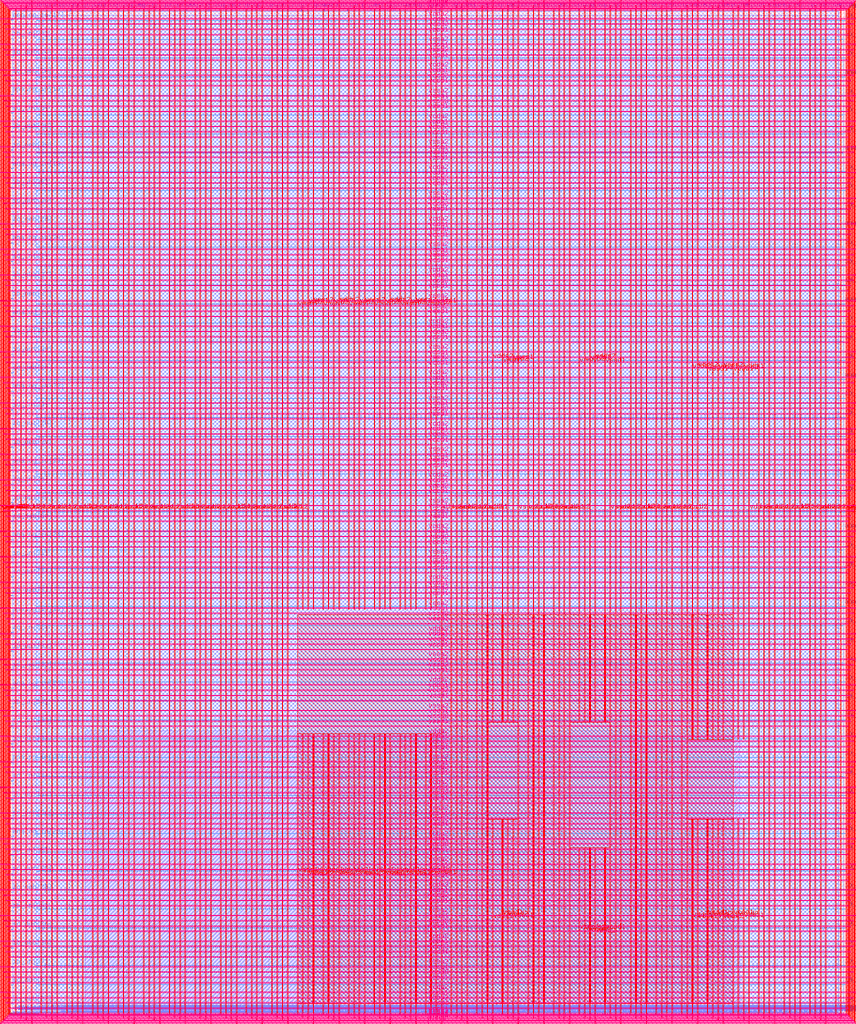
<source format=lef>
VERSION 5.7 ;
  NOWIREEXTENSIONATPIN ON ;
  DIVIDERCHAR "/" ;
  BUSBITCHARS "[]" ;
MACRO user_project_wrapper
  CLASS BLOCK ;
  FOREIGN user_project_wrapper ;
  ORIGIN 0.000 0.000 ;
  SIZE 2920.000 BY 3520.000 ;
  PIN analog_io[0]
    DIRECTION INOUT ;
    USE SIGNAL ;
    PORT
      LAYER met3 ;
        RECT 2917.600 1426.380 2924.800 1427.580 ;
    END
  END analog_io[0]
  PIN analog_io[10]
    DIRECTION INOUT ;
    USE SIGNAL ;
    PORT
      LAYER met2 ;
        RECT 2230.490 3517.600 2231.050 3524.800 ;
    END
  END analog_io[10]
  PIN analog_io[11]
    DIRECTION INOUT ;
    USE SIGNAL ;
    PORT
      LAYER met2 ;
        RECT 1905.730 3517.600 1906.290 3524.800 ;
    END
  END analog_io[11]
  PIN analog_io[12]
    DIRECTION INOUT ;
    USE SIGNAL ;
    PORT
      LAYER met2 ;
        RECT 1581.430 3517.600 1581.990 3524.800 ;
    END
  END analog_io[12]
  PIN analog_io[13]
    DIRECTION INOUT ;
    USE SIGNAL ;
    PORT
      LAYER met2 ;
        RECT 1257.130 3517.600 1257.690 3524.800 ;
    END
  END analog_io[13]
  PIN analog_io[14]
    DIRECTION INOUT ;
    USE SIGNAL ;
    PORT
      LAYER met2 ;
        RECT 932.370 3517.600 932.930 3524.800 ;
    END
  END analog_io[14]
  PIN analog_io[15]
    DIRECTION INOUT ;
    USE SIGNAL ;
    PORT
      LAYER met2 ;
        RECT 608.070 3517.600 608.630 3524.800 ;
    END
  END analog_io[15]
  PIN analog_io[16]
    DIRECTION INOUT ;
    USE SIGNAL ;
    PORT
      LAYER met2 ;
        RECT 283.770 3517.600 284.330 3524.800 ;
    END
  END analog_io[16]
  PIN analog_io[17]
    DIRECTION INOUT ;
    USE SIGNAL ;
    PORT
      LAYER met3 ;
        RECT -4.800 3486.100 2.400 3487.300 ;
    END
  END analog_io[17]
  PIN analog_io[18]
    DIRECTION INOUT ;
    USE SIGNAL ;
    PORT
      LAYER met3 ;
        RECT -4.800 3224.980 2.400 3226.180 ;
    END
  END analog_io[18]
  PIN analog_io[19]
    DIRECTION INOUT ;
    USE SIGNAL ;
    PORT
      LAYER met3 ;
        RECT -4.800 2964.540 2.400 2965.740 ;
    END
  END analog_io[19]
  PIN analog_io[1]
    DIRECTION INOUT ;
    USE SIGNAL ;
    PORT
      LAYER met3 ;
        RECT 2917.600 1692.260 2924.800 1693.460 ;
    END
  END analog_io[1]
  PIN analog_io[20]
    DIRECTION INOUT ;
    USE SIGNAL ;
    PORT
      LAYER met3 ;
        RECT -4.800 2703.420 2.400 2704.620 ;
    END
  END analog_io[20]
  PIN analog_io[21]
    DIRECTION INOUT ;
    USE SIGNAL ;
    PORT
      LAYER met3 ;
        RECT -4.800 2442.980 2.400 2444.180 ;
    END
  END analog_io[21]
  PIN analog_io[22]
    DIRECTION INOUT ;
    USE SIGNAL ;
    PORT
      LAYER met3 ;
        RECT -4.800 2182.540 2.400 2183.740 ;
    END
  END analog_io[22]
  PIN analog_io[23]
    DIRECTION INOUT ;
    USE SIGNAL ;
    PORT
      LAYER met3 ;
        RECT -4.800 1921.420 2.400 1922.620 ;
    END
  END analog_io[23]
  PIN analog_io[24]
    DIRECTION INOUT ;
    USE SIGNAL ;
    PORT
      LAYER met3 ;
        RECT -4.800 1660.980 2.400 1662.180 ;
    END
  END analog_io[24]
  PIN analog_io[25]
    DIRECTION INOUT ;
    USE SIGNAL ;
    PORT
      LAYER met3 ;
        RECT -4.800 1399.860 2.400 1401.060 ;
    END
  END analog_io[25]
  PIN analog_io[26]
    DIRECTION INOUT ;
    USE SIGNAL ;
    PORT
      LAYER met3 ;
        RECT -4.800 1139.420 2.400 1140.620 ;
    END
  END analog_io[26]
  PIN analog_io[27]
    DIRECTION INOUT ;
    USE SIGNAL ;
    PORT
      LAYER met3 ;
        RECT -4.800 878.980 2.400 880.180 ;
    END
  END analog_io[27]
  PIN analog_io[28]
    DIRECTION INOUT ;
    USE SIGNAL ;
    PORT
      LAYER met3 ;
        RECT -4.800 617.860 2.400 619.060 ;
    END
  END analog_io[28]
  PIN analog_io[2]
    DIRECTION INOUT ;
    USE SIGNAL ;
    PORT
      LAYER met3 ;
        RECT 2917.600 1958.140 2924.800 1959.340 ;
    END
  END analog_io[2]
  PIN analog_io[3]
    DIRECTION INOUT ;
    USE SIGNAL ;
    PORT
      LAYER met3 ;
        RECT 2917.600 2223.340 2924.800 2224.540 ;
    END
  END analog_io[3]
  PIN analog_io[4]
    DIRECTION INOUT ;
    USE SIGNAL ;
    PORT
      LAYER met3 ;
        RECT 2917.600 2489.220 2924.800 2490.420 ;
    END
  END analog_io[4]
  PIN analog_io[5]
    DIRECTION INOUT ;
    USE SIGNAL ;
    PORT
      LAYER met3 ;
        RECT 2917.600 2755.100 2924.800 2756.300 ;
    END
  END analog_io[5]
  PIN analog_io[6]
    DIRECTION INOUT ;
    USE SIGNAL ;
    PORT
      LAYER met3 ;
        RECT 2917.600 3020.300 2924.800 3021.500 ;
    END
  END analog_io[6]
  PIN analog_io[7]
    DIRECTION INOUT ;
    USE SIGNAL ;
    PORT
      LAYER met3 ;
        RECT 2917.600 3286.180 2924.800 3287.380 ;
    END
  END analog_io[7]
  PIN analog_io[8]
    DIRECTION INOUT ;
    USE SIGNAL ;
    PORT
      LAYER met2 ;
        RECT 2879.090 3517.600 2879.650 3524.800 ;
    END
  END analog_io[8]
  PIN analog_io[9]
    DIRECTION INOUT ;
    USE SIGNAL ;
    PORT
      LAYER met2 ;
        RECT 2554.790 3517.600 2555.350 3524.800 ;
    END
  END analog_io[9]
  PIN io_in[0]
    DIRECTION INPUT ;
    USE SIGNAL ;
    PORT
      LAYER met3 ;
        RECT 2917.600 32.380 2924.800 33.580 ;
    END
  END io_in[0]
  PIN io_in[10]
    DIRECTION INPUT ;
    USE SIGNAL ;
    PORT
      LAYER met3 ;
        RECT 2917.600 2289.980 2924.800 2291.180 ;
    END
  END io_in[10]
  PIN io_in[11]
    DIRECTION INPUT ;
    USE SIGNAL ;
    PORT
      LAYER met3 ;
        RECT 2917.600 2555.860 2924.800 2557.060 ;
    END
  END io_in[11]
  PIN io_in[12]
    DIRECTION INPUT ;
    USE SIGNAL ;
    PORT
      LAYER met3 ;
        RECT 2917.600 2821.060 2924.800 2822.260 ;
    END
  END io_in[12]
  PIN io_in[13]
    DIRECTION INPUT ;
    USE SIGNAL ;
    PORT
      LAYER met3 ;
        RECT 2917.600 3086.940 2924.800 3088.140 ;
    END
  END io_in[13]
  PIN io_in[14]
    DIRECTION INPUT ;
    USE SIGNAL ;
    PORT
      LAYER met3 ;
        RECT 2917.600 3352.820 2924.800 3354.020 ;
    END
  END io_in[14]
  PIN io_in[15]
    DIRECTION INPUT ;
    USE SIGNAL ;
    PORT
      LAYER met2 ;
        RECT 2798.130 3517.600 2798.690 3524.800 ;
    END
  END io_in[15]
  PIN io_in[16]
    DIRECTION INPUT ;
    USE SIGNAL ;
    PORT
      LAYER met2 ;
        RECT 2473.830 3517.600 2474.390 3524.800 ;
    END
  END io_in[16]
  PIN io_in[17]
    DIRECTION INPUT ;
    USE SIGNAL ;
    PORT
      LAYER met2 ;
        RECT 2149.070 3517.600 2149.630 3524.800 ;
    END
  END io_in[17]
  PIN io_in[18]
    DIRECTION INPUT ;
    USE SIGNAL ;
    PORT
      LAYER met2 ;
        RECT 1824.770 3517.600 1825.330 3524.800 ;
    END
  END io_in[18]
  PIN io_in[19]
    DIRECTION INPUT ;
    USE SIGNAL ;
    PORT
      LAYER met2 ;
        RECT 1500.470 3517.600 1501.030 3524.800 ;
    END
  END io_in[19]
  PIN io_in[1]
    DIRECTION INPUT ;
    USE SIGNAL ;
    PORT
      LAYER met3 ;
        RECT 2917.600 230.940 2924.800 232.140 ;
    END
  END io_in[1]
  PIN io_in[20]
    DIRECTION INPUT ;
    USE SIGNAL ;
    PORT
      LAYER met2 ;
        RECT 1175.710 3517.600 1176.270 3524.800 ;
    END
  END io_in[20]
  PIN io_in[21]
    DIRECTION INPUT ;
    USE SIGNAL ;
    PORT
      LAYER met2 ;
        RECT 851.410 3517.600 851.970 3524.800 ;
    END
  END io_in[21]
  PIN io_in[22]
    DIRECTION INPUT ;
    USE SIGNAL ;
    PORT
      LAYER met2 ;
        RECT 527.110 3517.600 527.670 3524.800 ;
    END
  END io_in[22]
  PIN io_in[23]
    DIRECTION INPUT ;
    USE SIGNAL ;
    PORT
      LAYER met2 ;
        RECT 202.350 3517.600 202.910 3524.800 ;
    END
  END io_in[23]
  PIN io_in[24]
    DIRECTION INPUT ;
    USE SIGNAL ;
    PORT
      LAYER met3 ;
        RECT -4.800 3420.820 2.400 3422.020 ;
    END
  END io_in[24]
  PIN io_in[25]
    DIRECTION INPUT ;
    USE SIGNAL ;
    PORT
      LAYER met3 ;
        RECT -4.800 3159.700 2.400 3160.900 ;
    END
  END io_in[25]
  PIN io_in[26]
    DIRECTION INPUT ;
    USE SIGNAL ;
    PORT
      LAYER met3 ;
        RECT -4.800 2899.260 2.400 2900.460 ;
    END
  END io_in[26]
  PIN io_in[27]
    DIRECTION INPUT ;
    USE SIGNAL ;
    PORT
      LAYER met3 ;
        RECT -4.800 2638.820 2.400 2640.020 ;
    END
  END io_in[27]
  PIN io_in[28]
    DIRECTION INPUT ;
    USE SIGNAL ;
    PORT
      LAYER met3 ;
        RECT -4.800 2377.700 2.400 2378.900 ;
    END
  END io_in[28]
  PIN io_in[29]
    DIRECTION INPUT ;
    USE SIGNAL ;
    PORT
      LAYER met3 ;
        RECT -4.800 2117.260 2.400 2118.460 ;
    END
  END io_in[29]
  PIN io_in[2]
    DIRECTION INPUT ;
    USE SIGNAL ;
    PORT
      LAYER met3 ;
        RECT 2917.600 430.180 2924.800 431.380 ;
    END
  END io_in[2]
  PIN io_in[30]
    DIRECTION INPUT ;
    USE SIGNAL ;
    PORT
      LAYER met3 ;
        RECT -4.800 1856.140 2.400 1857.340 ;
    END
  END io_in[30]
  PIN io_in[31]
    DIRECTION INPUT ;
    USE SIGNAL ;
    PORT
      LAYER met3 ;
        RECT -4.800 1595.700 2.400 1596.900 ;
    END
  END io_in[31]
  PIN io_in[32]
    DIRECTION INPUT ;
    USE SIGNAL ;
    PORT
      LAYER met3 ;
        RECT -4.800 1335.260 2.400 1336.460 ;
    END
  END io_in[32]
  PIN io_in[33]
    DIRECTION INPUT ;
    USE SIGNAL ;
    PORT
      LAYER met3 ;
        RECT -4.800 1074.140 2.400 1075.340 ;
    END
  END io_in[33]
  PIN io_in[34]
    DIRECTION INPUT ;
    USE SIGNAL ;
    PORT
      LAYER met3 ;
        RECT -4.800 813.700 2.400 814.900 ;
    END
  END io_in[34]
  PIN io_in[35]
    DIRECTION INPUT ;
    USE SIGNAL ;
    PORT
      LAYER met3 ;
        RECT -4.800 552.580 2.400 553.780 ;
    END
  END io_in[35]
  PIN io_in[36]
    DIRECTION INPUT ;
    USE SIGNAL ;
    PORT
      LAYER met3 ;
        RECT -4.800 357.420 2.400 358.620 ;
    END
  END io_in[36]
  PIN io_in[37]
    DIRECTION INPUT ;
    USE SIGNAL ;
    PORT
      LAYER met3 ;
        RECT -4.800 161.580 2.400 162.780 ;
    END
  END io_in[37]
  PIN io_in[3]
    DIRECTION INPUT ;
    USE SIGNAL ;
    PORT
      LAYER met3 ;
        RECT 2917.600 629.420 2924.800 630.620 ;
    END
  END io_in[3]
  PIN io_in[4]
    DIRECTION INPUT ;
    USE SIGNAL ;
    PORT
      LAYER met3 ;
        RECT 2917.600 828.660 2924.800 829.860 ;
    END
  END io_in[4]
  PIN io_in[5]
    DIRECTION INPUT ;
    USE SIGNAL ;
    PORT
      LAYER met3 ;
        RECT 2917.600 1027.900 2924.800 1029.100 ;
    END
  END io_in[5]
  PIN io_in[6]
    DIRECTION INPUT ;
    USE SIGNAL ;
    PORT
      LAYER met3 ;
        RECT 2917.600 1227.140 2924.800 1228.340 ;
    END
  END io_in[6]
  PIN io_in[7]
    DIRECTION INPUT ;
    USE SIGNAL ;
    PORT
      LAYER met3 ;
        RECT 2917.600 1493.020 2924.800 1494.220 ;
    END
  END io_in[7]
  PIN io_in[8]
    DIRECTION INPUT ;
    USE SIGNAL ;
    PORT
      LAYER met3 ;
        RECT 2917.600 1758.900 2924.800 1760.100 ;
    END
  END io_in[8]
  PIN io_in[9]
    DIRECTION INPUT ;
    USE SIGNAL ;
    PORT
      LAYER met3 ;
        RECT 2917.600 2024.100 2924.800 2025.300 ;
    END
  END io_in[9]
  PIN io_oeb[0]
    DIRECTION OUTPUT TRISTATE ;
    USE SIGNAL ;
    PORT
      LAYER met3 ;
        RECT 2917.600 164.980 2924.800 166.180 ;
    END
  END io_oeb[0]
  PIN io_oeb[10]
    DIRECTION OUTPUT TRISTATE ;
    USE SIGNAL ;
    PORT
      LAYER met3 ;
        RECT 2917.600 2422.580 2924.800 2423.780 ;
    END
  END io_oeb[10]
  PIN io_oeb[11]
    DIRECTION OUTPUT TRISTATE ;
    USE SIGNAL ;
    PORT
      LAYER met3 ;
        RECT 2917.600 2688.460 2924.800 2689.660 ;
    END
  END io_oeb[11]
  PIN io_oeb[12]
    DIRECTION OUTPUT TRISTATE ;
    USE SIGNAL ;
    PORT
      LAYER met3 ;
        RECT 2917.600 2954.340 2924.800 2955.540 ;
    END
  END io_oeb[12]
  PIN io_oeb[13]
    DIRECTION OUTPUT TRISTATE ;
    USE SIGNAL ;
    PORT
      LAYER met3 ;
        RECT 2917.600 3219.540 2924.800 3220.740 ;
    END
  END io_oeb[13]
  PIN io_oeb[14]
    DIRECTION OUTPUT TRISTATE ;
    USE SIGNAL ;
    PORT
      LAYER met3 ;
        RECT 2917.600 3485.420 2924.800 3486.620 ;
    END
  END io_oeb[14]
  PIN io_oeb[15]
    DIRECTION OUTPUT TRISTATE ;
    USE SIGNAL ;
    PORT
      LAYER met2 ;
        RECT 2635.750 3517.600 2636.310 3524.800 ;
    END
  END io_oeb[15]
  PIN io_oeb[16]
    DIRECTION OUTPUT TRISTATE ;
    USE SIGNAL ;
    PORT
      LAYER met2 ;
        RECT 2311.450 3517.600 2312.010 3524.800 ;
    END
  END io_oeb[16]
  PIN io_oeb[17]
    DIRECTION OUTPUT TRISTATE ;
    USE SIGNAL ;
    PORT
      LAYER met2 ;
        RECT 1987.150 3517.600 1987.710 3524.800 ;
    END
  END io_oeb[17]
  PIN io_oeb[18]
    DIRECTION OUTPUT TRISTATE ;
    USE SIGNAL ;
    PORT
      LAYER met2 ;
        RECT 1662.390 3517.600 1662.950 3524.800 ;
    END
  END io_oeb[18]
  PIN io_oeb[19]
    DIRECTION OUTPUT TRISTATE ;
    USE SIGNAL ;
    PORT
      LAYER met2 ;
        RECT 1338.090 3517.600 1338.650 3524.800 ;
    END
  END io_oeb[19]
  PIN io_oeb[1]
    DIRECTION OUTPUT TRISTATE ;
    USE SIGNAL ;
    PORT
      LAYER met3 ;
        RECT 2917.600 364.220 2924.800 365.420 ;
    END
  END io_oeb[1]
  PIN io_oeb[20]
    DIRECTION OUTPUT TRISTATE ;
    USE SIGNAL ;
    PORT
      LAYER met2 ;
        RECT 1013.790 3517.600 1014.350 3524.800 ;
    END
  END io_oeb[20]
  PIN io_oeb[21]
    DIRECTION OUTPUT TRISTATE ;
    USE SIGNAL ;
    PORT
      LAYER met2 ;
        RECT 689.030 3517.600 689.590 3524.800 ;
    END
  END io_oeb[21]
  PIN io_oeb[22]
    DIRECTION OUTPUT TRISTATE ;
    USE SIGNAL ;
    PORT
      LAYER met2 ;
        RECT 364.730 3517.600 365.290 3524.800 ;
    END
  END io_oeb[22]
  PIN io_oeb[23]
    DIRECTION OUTPUT TRISTATE ;
    USE SIGNAL ;
    PORT
      LAYER met2 ;
        RECT 40.430 3517.600 40.990 3524.800 ;
    END
  END io_oeb[23]
  PIN io_oeb[24]
    DIRECTION OUTPUT TRISTATE ;
    USE SIGNAL ;
    PORT
      LAYER met3 ;
        RECT -4.800 3290.260 2.400 3291.460 ;
    END
  END io_oeb[24]
  PIN io_oeb[25]
    DIRECTION OUTPUT TRISTATE ;
    USE SIGNAL ;
    PORT
      LAYER met3 ;
        RECT -4.800 3029.820 2.400 3031.020 ;
    END
  END io_oeb[25]
  PIN io_oeb[26]
    DIRECTION OUTPUT TRISTATE ;
    USE SIGNAL ;
    PORT
      LAYER met3 ;
        RECT -4.800 2768.700 2.400 2769.900 ;
    END
  END io_oeb[26]
  PIN io_oeb[27]
    DIRECTION OUTPUT TRISTATE ;
    USE SIGNAL ;
    PORT
      LAYER met3 ;
        RECT -4.800 2508.260 2.400 2509.460 ;
    END
  END io_oeb[27]
  PIN io_oeb[28]
    DIRECTION OUTPUT TRISTATE ;
    USE SIGNAL ;
    PORT
      LAYER met3 ;
        RECT -4.800 2247.140 2.400 2248.340 ;
    END
  END io_oeb[28]
  PIN io_oeb[29]
    DIRECTION OUTPUT TRISTATE ;
    USE SIGNAL ;
    PORT
      LAYER met3 ;
        RECT -4.800 1986.700 2.400 1987.900 ;
    END
  END io_oeb[29]
  PIN io_oeb[2]
    DIRECTION OUTPUT TRISTATE ;
    USE SIGNAL ;
    PORT
      LAYER met3 ;
        RECT 2917.600 563.460 2924.800 564.660 ;
    END
  END io_oeb[2]
  PIN io_oeb[30]
    DIRECTION OUTPUT TRISTATE ;
    USE SIGNAL ;
    PORT
      LAYER met3 ;
        RECT -4.800 1726.260 2.400 1727.460 ;
    END
  END io_oeb[30]
  PIN io_oeb[31]
    DIRECTION OUTPUT TRISTATE ;
    USE SIGNAL ;
    PORT
      LAYER met3 ;
        RECT -4.800 1465.140 2.400 1466.340 ;
    END
  END io_oeb[31]
  PIN io_oeb[32]
    DIRECTION OUTPUT TRISTATE ;
    USE SIGNAL ;
    PORT
      LAYER met3 ;
        RECT -4.800 1204.700 2.400 1205.900 ;
    END
  END io_oeb[32]
  PIN io_oeb[33]
    DIRECTION OUTPUT TRISTATE ;
    USE SIGNAL ;
    PORT
      LAYER met3 ;
        RECT -4.800 943.580 2.400 944.780 ;
    END
  END io_oeb[33]
  PIN io_oeb[34]
    DIRECTION OUTPUT TRISTATE ;
    USE SIGNAL ;
    PORT
      LAYER met3 ;
        RECT -4.800 683.140 2.400 684.340 ;
    END
  END io_oeb[34]
  PIN io_oeb[35]
    DIRECTION OUTPUT TRISTATE ;
    USE SIGNAL ;
    PORT
      LAYER met3 ;
        RECT -4.800 422.700 2.400 423.900 ;
    END
  END io_oeb[35]
  PIN io_oeb[36]
    DIRECTION OUTPUT TRISTATE ;
    USE SIGNAL ;
    PORT
      LAYER met3 ;
        RECT -4.800 226.860 2.400 228.060 ;
    END
  END io_oeb[36]
  PIN io_oeb[37]
    DIRECTION OUTPUT TRISTATE ;
    USE SIGNAL ;
    PORT
      LAYER met3 ;
        RECT -4.800 31.700 2.400 32.900 ;
    END
  END io_oeb[37]
  PIN io_oeb[3]
    DIRECTION OUTPUT TRISTATE ;
    USE SIGNAL ;
    PORT
      LAYER met3 ;
        RECT 2917.600 762.700 2924.800 763.900 ;
    END
  END io_oeb[3]
  PIN io_oeb[4]
    DIRECTION OUTPUT TRISTATE ;
    USE SIGNAL ;
    PORT
      LAYER met3 ;
        RECT 2917.600 961.940 2924.800 963.140 ;
    END
  END io_oeb[4]
  PIN io_oeb[5]
    DIRECTION OUTPUT TRISTATE ;
    USE SIGNAL ;
    PORT
      LAYER met3 ;
        RECT 2917.600 1161.180 2924.800 1162.380 ;
    END
  END io_oeb[5]
  PIN io_oeb[6]
    DIRECTION OUTPUT TRISTATE ;
    USE SIGNAL ;
    PORT
      LAYER met3 ;
        RECT 2917.600 1360.420 2924.800 1361.620 ;
    END
  END io_oeb[6]
  PIN io_oeb[7]
    DIRECTION OUTPUT TRISTATE ;
    USE SIGNAL ;
    PORT
      LAYER met3 ;
        RECT 2917.600 1625.620 2924.800 1626.820 ;
    END
  END io_oeb[7]
  PIN io_oeb[8]
    DIRECTION OUTPUT TRISTATE ;
    USE SIGNAL ;
    PORT
      LAYER met3 ;
        RECT 2917.600 1891.500 2924.800 1892.700 ;
    END
  END io_oeb[8]
  PIN io_oeb[9]
    DIRECTION OUTPUT TRISTATE ;
    USE SIGNAL ;
    PORT
      LAYER met3 ;
        RECT 2917.600 2157.380 2924.800 2158.580 ;
    END
  END io_oeb[9]
  PIN io_out[0]
    DIRECTION OUTPUT TRISTATE ;
    USE SIGNAL ;
    PORT
      LAYER met3 ;
        RECT 2917.600 98.340 2924.800 99.540 ;
    END
  END io_out[0]
  PIN io_out[10]
    DIRECTION OUTPUT TRISTATE ;
    USE SIGNAL ;
    PORT
      LAYER met3 ;
        RECT 2917.600 2356.620 2924.800 2357.820 ;
    END
  END io_out[10]
  PIN io_out[11]
    DIRECTION OUTPUT TRISTATE ;
    USE SIGNAL ;
    PORT
      LAYER met3 ;
        RECT 2917.600 2621.820 2924.800 2623.020 ;
    END
  END io_out[11]
  PIN io_out[12]
    DIRECTION OUTPUT TRISTATE ;
    USE SIGNAL ;
    PORT
      LAYER met3 ;
        RECT 2917.600 2887.700 2924.800 2888.900 ;
    END
  END io_out[12]
  PIN io_out[13]
    DIRECTION OUTPUT TRISTATE ;
    USE SIGNAL ;
    PORT
      LAYER met3 ;
        RECT 2917.600 3153.580 2924.800 3154.780 ;
    END
  END io_out[13]
  PIN io_out[14]
    DIRECTION OUTPUT TRISTATE ;
    USE SIGNAL ;
    PORT
      LAYER met3 ;
        RECT 2917.600 3418.780 2924.800 3419.980 ;
    END
  END io_out[14]
  PIN io_out[15]
    DIRECTION OUTPUT TRISTATE ;
    USE SIGNAL ;
    PORT
      LAYER met2 ;
        RECT 2717.170 3517.600 2717.730 3524.800 ;
    END
  END io_out[15]
  PIN io_out[16]
    DIRECTION OUTPUT TRISTATE ;
    USE SIGNAL ;
    PORT
      LAYER met2 ;
        RECT 2392.410 3517.600 2392.970 3524.800 ;
    END
  END io_out[16]
  PIN io_out[17]
    DIRECTION OUTPUT TRISTATE ;
    USE SIGNAL ;
    PORT
      LAYER met2 ;
        RECT 2068.110 3517.600 2068.670 3524.800 ;
    END
  END io_out[17]
  PIN io_out[18]
    DIRECTION OUTPUT TRISTATE ;
    USE SIGNAL ;
    PORT
      LAYER met2 ;
        RECT 1743.810 3517.600 1744.370 3524.800 ;
    END
  END io_out[18]
  PIN io_out[19]
    DIRECTION OUTPUT TRISTATE ;
    USE SIGNAL ;
    PORT
      LAYER met2 ;
        RECT 1419.050 3517.600 1419.610 3524.800 ;
    END
  END io_out[19]
  PIN io_out[1]
    DIRECTION OUTPUT TRISTATE ;
    USE SIGNAL ;
    PORT
      LAYER met3 ;
        RECT 2917.600 297.580 2924.800 298.780 ;
    END
  END io_out[1]
  PIN io_out[20]
    DIRECTION OUTPUT TRISTATE ;
    USE SIGNAL ;
    PORT
      LAYER met2 ;
        RECT 1094.750 3517.600 1095.310 3524.800 ;
    END
  END io_out[20]
  PIN io_out[21]
    DIRECTION OUTPUT TRISTATE ;
    USE SIGNAL ;
    PORT
      LAYER met2 ;
        RECT 770.450 3517.600 771.010 3524.800 ;
    END
  END io_out[21]
  PIN io_out[22]
    DIRECTION OUTPUT TRISTATE ;
    USE SIGNAL ;
    PORT
      LAYER met2 ;
        RECT 445.690 3517.600 446.250 3524.800 ;
    END
  END io_out[22]
  PIN io_out[23]
    DIRECTION OUTPUT TRISTATE ;
    USE SIGNAL ;
    PORT
      LAYER met2 ;
        RECT 121.390 3517.600 121.950 3524.800 ;
    END
  END io_out[23]
  PIN io_out[24]
    DIRECTION OUTPUT TRISTATE ;
    USE SIGNAL ;
    PORT
      LAYER met3 ;
        RECT -4.800 3355.540 2.400 3356.740 ;
    END
  END io_out[24]
  PIN io_out[25]
    DIRECTION OUTPUT TRISTATE ;
    USE SIGNAL ;
    PORT
      LAYER met3 ;
        RECT -4.800 3095.100 2.400 3096.300 ;
    END
  END io_out[25]
  PIN io_out[26]
    DIRECTION OUTPUT TRISTATE ;
    USE SIGNAL ;
    PORT
      LAYER met3 ;
        RECT -4.800 2833.980 2.400 2835.180 ;
    END
  END io_out[26]
  PIN io_out[27]
    DIRECTION OUTPUT TRISTATE ;
    USE SIGNAL ;
    PORT
      LAYER met3 ;
        RECT -4.800 2573.540 2.400 2574.740 ;
    END
  END io_out[27]
  PIN io_out[28]
    DIRECTION OUTPUT TRISTATE ;
    USE SIGNAL ;
    PORT
      LAYER met3 ;
        RECT -4.800 2312.420 2.400 2313.620 ;
    END
  END io_out[28]
  PIN io_out[29]
    DIRECTION OUTPUT TRISTATE ;
    USE SIGNAL ;
    PORT
      LAYER met3 ;
        RECT -4.800 2051.980 2.400 2053.180 ;
    END
  END io_out[29]
  PIN io_out[2]
    DIRECTION OUTPUT TRISTATE ;
    USE SIGNAL ;
    PORT
      LAYER met3 ;
        RECT 2917.600 496.820 2924.800 498.020 ;
    END
  END io_out[2]
  PIN io_out[30]
    DIRECTION OUTPUT TRISTATE ;
    USE SIGNAL ;
    PORT
      LAYER met3 ;
        RECT -4.800 1791.540 2.400 1792.740 ;
    END
  END io_out[30]
  PIN io_out[31]
    DIRECTION OUTPUT TRISTATE ;
    USE SIGNAL ;
    PORT
      LAYER met3 ;
        RECT -4.800 1530.420 2.400 1531.620 ;
    END
  END io_out[31]
  PIN io_out[32]
    DIRECTION OUTPUT TRISTATE ;
    USE SIGNAL ;
    PORT
      LAYER met3 ;
        RECT -4.800 1269.980 2.400 1271.180 ;
    END
  END io_out[32]
  PIN io_out[33]
    DIRECTION OUTPUT TRISTATE ;
    USE SIGNAL ;
    PORT
      LAYER met3 ;
        RECT -4.800 1008.860 2.400 1010.060 ;
    END
  END io_out[33]
  PIN io_out[34]
    DIRECTION OUTPUT TRISTATE ;
    USE SIGNAL ;
    PORT
      LAYER met3 ;
        RECT -4.800 748.420 2.400 749.620 ;
    END
  END io_out[34]
  PIN io_out[35]
    DIRECTION OUTPUT TRISTATE ;
    USE SIGNAL ;
    PORT
      LAYER met3 ;
        RECT -4.800 487.300 2.400 488.500 ;
    END
  END io_out[35]
  PIN io_out[36]
    DIRECTION OUTPUT TRISTATE ;
    USE SIGNAL ;
    PORT
      LAYER met3 ;
        RECT -4.800 292.140 2.400 293.340 ;
    END
  END io_out[36]
  PIN io_out[37]
    DIRECTION OUTPUT TRISTATE ;
    USE SIGNAL ;
    PORT
      LAYER met3 ;
        RECT -4.800 96.300 2.400 97.500 ;
    END
  END io_out[37]
  PIN io_out[3]
    DIRECTION OUTPUT TRISTATE ;
    USE SIGNAL ;
    PORT
      LAYER met3 ;
        RECT 2917.600 696.060 2924.800 697.260 ;
    END
  END io_out[3]
  PIN io_out[4]
    DIRECTION OUTPUT TRISTATE ;
    USE SIGNAL ;
    PORT
      LAYER met3 ;
        RECT 2917.600 895.300 2924.800 896.500 ;
    END
  END io_out[4]
  PIN io_out[5]
    DIRECTION OUTPUT TRISTATE ;
    USE SIGNAL ;
    PORT
      LAYER met3 ;
        RECT 2917.600 1094.540 2924.800 1095.740 ;
    END
  END io_out[5]
  PIN io_out[6]
    DIRECTION OUTPUT TRISTATE ;
    USE SIGNAL ;
    PORT
      LAYER met3 ;
        RECT 2917.600 1293.780 2924.800 1294.980 ;
    END
  END io_out[6]
  PIN io_out[7]
    DIRECTION OUTPUT TRISTATE ;
    USE SIGNAL ;
    PORT
      LAYER met3 ;
        RECT 2917.600 1559.660 2924.800 1560.860 ;
    END
  END io_out[7]
  PIN io_out[8]
    DIRECTION OUTPUT TRISTATE ;
    USE SIGNAL ;
    PORT
      LAYER met3 ;
        RECT 2917.600 1824.860 2924.800 1826.060 ;
    END
  END io_out[8]
  PIN io_out[9]
    DIRECTION OUTPUT TRISTATE ;
    USE SIGNAL ;
    PORT
      LAYER met3 ;
        RECT 2917.600 2090.740 2924.800 2091.940 ;
    END
  END io_out[9]
  PIN la_data_in[0]
    DIRECTION INPUT ;
    USE SIGNAL ;
    PORT
      LAYER met2 ;
        RECT 629.230 -4.800 629.790 2.400 ;
    END
  END la_data_in[0]
  PIN la_data_in[100]
    DIRECTION INPUT ;
    USE SIGNAL ;
    PORT
      LAYER met2 ;
        RECT 2402.530 -4.800 2403.090 2.400 ;
    END
  END la_data_in[100]
  PIN la_data_in[101]
    DIRECTION INPUT ;
    USE SIGNAL ;
    PORT
      LAYER met2 ;
        RECT 2420.010 -4.800 2420.570 2.400 ;
    END
  END la_data_in[101]
  PIN la_data_in[102]
    DIRECTION INPUT ;
    USE SIGNAL ;
    PORT
      LAYER met2 ;
        RECT 2437.950 -4.800 2438.510 2.400 ;
    END
  END la_data_in[102]
  PIN la_data_in[103]
    DIRECTION INPUT ;
    USE SIGNAL ;
    PORT
      LAYER met2 ;
        RECT 2455.430 -4.800 2455.990 2.400 ;
    END
  END la_data_in[103]
  PIN la_data_in[104]
    DIRECTION INPUT ;
    USE SIGNAL ;
    PORT
      LAYER met2 ;
        RECT 2473.370 -4.800 2473.930 2.400 ;
    END
  END la_data_in[104]
  PIN la_data_in[105]
    DIRECTION INPUT ;
    USE SIGNAL ;
    PORT
      LAYER met2 ;
        RECT 2490.850 -4.800 2491.410 2.400 ;
    END
  END la_data_in[105]
  PIN la_data_in[106]
    DIRECTION INPUT ;
    USE SIGNAL ;
    PORT
      LAYER met2 ;
        RECT 2508.790 -4.800 2509.350 2.400 ;
    END
  END la_data_in[106]
  PIN la_data_in[107]
    DIRECTION INPUT ;
    USE SIGNAL ;
    PORT
      LAYER met2 ;
        RECT 2526.730 -4.800 2527.290 2.400 ;
    END
  END la_data_in[107]
  PIN la_data_in[108]
    DIRECTION INPUT ;
    USE SIGNAL ;
    PORT
      LAYER met2 ;
        RECT 2544.210 -4.800 2544.770 2.400 ;
    END
  END la_data_in[108]
  PIN la_data_in[109]
    DIRECTION INPUT ;
    USE SIGNAL ;
    PORT
      LAYER met2 ;
        RECT 2562.150 -4.800 2562.710 2.400 ;
    END
  END la_data_in[109]
  PIN la_data_in[10]
    DIRECTION INPUT ;
    USE SIGNAL ;
    PORT
      LAYER met2 ;
        RECT 806.330 -4.800 806.890 2.400 ;
    END
  END la_data_in[10]
  PIN la_data_in[110]
    DIRECTION INPUT ;
    USE SIGNAL ;
    PORT
      LAYER met2 ;
        RECT 2579.630 -4.800 2580.190 2.400 ;
    END
  END la_data_in[110]
  PIN la_data_in[111]
    DIRECTION INPUT ;
    USE SIGNAL ;
    PORT
      LAYER met2 ;
        RECT 2597.570 -4.800 2598.130 2.400 ;
    END
  END la_data_in[111]
  PIN la_data_in[112]
    DIRECTION INPUT ;
    USE SIGNAL ;
    PORT
      LAYER met2 ;
        RECT 2615.050 -4.800 2615.610 2.400 ;
    END
  END la_data_in[112]
  PIN la_data_in[113]
    DIRECTION INPUT ;
    USE SIGNAL ;
    PORT
      LAYER met2 ;
        RECT 2632.990 -4.800 2633.550 2.400 ;
    END
  END la_data_in[113]
  PIN la_data_in[114]
    DIRECTION INPUT ;
    USE SIGNAL ;
    PORT
      LAYER met2 ;
        RECT 2650.470 -4.800 2651.030 2.400 ;
    END
  END la_data_in[114]
  PIN la_data_in[115]
    DIRECTION INPUT ;
    USE SIGNAL ;
    PORT
      LAYER met2 ;
        RECT 2668.410 -4.800 2668.970 2.400 ;
    END
  END la_data_in[115]
  PIN la_data_in[116]
    DIRECTION INPUT ;
    USE SIGNAL ;
    PORT
      LAYER met2 ;
        RECT 2685.890 -4.800 2686.450 2.400 ;
    END
  END la_data_in[116]
  PIN la_data_in[117]
    DIRECTION INPUT ;
    USE SIGNAL ;
    PORT
      LAYER met2 ;
        RECT 2703.830 -4.800 2704.390 2.400 ;
    END
  END la_data_in[117]
  PIN la_data_in[118]
    DIRECTION INPUT ;
    USE SIGNAL ;
    PORT
      LAYER met2 ;
        RECT 2721.770 -4.800 2722.330 2.400 ;
    END
  END la_data_in[118]
  PIN la_data_in[119]
    DIRECTION INPUT ;
    USE SIGNAL ;
    PORT
      LAYER met2 ;
        RECT 2739.250 -4.800 2739.810 2.400 ;
    END
  END la_data_in[119]
  PIN la_data_in[11]
    DIRECTION INPUT ;
    USE SIGNAL ;
    PORT
      LAYER met2 ;
        RECT 824.270 -4.800 824.830 2.400 ;
    END
  END la_data_in[11]
  PIN la_data_in[120]
    DIRECTION INPUT ;
    USE SIGNAL ;
    PORT
      LAYER met2 ;
        RECT 2757.190 -4.800 2757.750 2.400 ;
    END
  END la_data_in[120]
  PIN la_data_in[121]
    DIRECTION INPUT ;
    USE SIGNAL ;
    PORT
      LAYER met2 ;
        RECT 2774.670 -4.800 2775.230 2.400 ;
    END
  END la_data_in[121]
  PIN la_data_in[122]
    DIRECTION INPUT ;
    USE SIGNAL ;
    PORT
      LAYER met2 ;
        RECT 2792.610 -4.800 2793.170 2.400 ;
    END
  END la_data_in[122]
  PIN la_data_in[123]
    DIRECTION INPUT ;
    USE SIGNAL ;
    PORT
      LAYER met2 ;
        RECT 2810.090 -4.800 2810.650 2.400 ;
    END
  END la_data_in[123]
  PIN la_data_in[124]
    DIRECTION INPUT ;
    USE SIGNAL ;
    PORT
      LAYER met2 ;
        RECT 2828.030 -4.800 2828.590 2.400 ;
    END
  END la_data_in[124]
  PIN la_data_in[125]
    DIRECTION INPUT ;
    USE SIGNAL ;
    PORT
      LAYER met2 ;
        RECT 2845.510 -4.800 2846.070 2.400 ;
    END
  END la_data_in[125]
  PIN la_data_in[126]
    DIRECTION INPUT ;
    USE SIGNAL ;
    PORT
      LAYER met2 ;
        RECT 2863.450 -4.800 2864.010 2.400 ;
    END
  END la_data_in[126]
  PIN la_data_in[127]
    DIRECTION INPUT ;
    USE SIGNAL ;
    PORT
      LAYER met2 ;
        RECT 2881.390 -4.800 2881.950 2.400 ;
    END
  END la_data_in[127]
  PIN la_data_in[12]
    DIRECTION INPUT ;
    USE SIGNAL ;
    PORT
      LAYER met2 ;
        RECT 841.750 -4.800 842.310 2.400 ;
    END
  END la_data_in[12]
  PIN la_data_in[13]
    DIRECTION INPUT ;
    USE SIGNAL ;
    PORT
      LAYER met2 ;
        RECT 859.690 -4.800 860.250 2.400 ;
    END
  END la_data_in[13]
  PIN la_data_in[14]
    DIRECTION INPUT ;
    USE SIGNAL ;
    PORT
      LAYER met2 ;
        RECT 877.170 -4.800 877.730 2.400 ;
    END
  END la_data_in[14]
  PIN la_data_in[15]
    DIRECTION INPUT ;
    USE SIGNAL ;
    PORT
      LAYER met2 ;
        RECT 895.110 -4.800 895.670 2.400 ;
    END
  END la_data_in[15]
  PIN la_data_in[16]
    DIRECTION INPUT ;
    USE SIGNAL ;
    PORT
      LAYER met2 ;
        RECT 912.590 -4.800 913.150 2.400 ;
    END
  END la_data_in[16]
  PIN la_data_in[17]
    DIRECTION INPUT ;
    USE SIGNAL ;
    PORT
      LAYER met2 ;
        RECT 930.530 -4.800 931.090 2.400 ;
    END
  END la_data_in[17]
  PIN la_data_in[18]
    DIRECTION INPUT ;
    USE SIGNAL ;
    PORT
      LAYER met2 ;
        RECT 948.470 -4.800 949.030 2.400 ;
    END
  END la_data_in[18]
  PIN la_data_in[19]
    DIRECTION INPUT ;
    USE SIGNAL ;
    PORT
      LAYER met2 ;
        RECT 965.950 -4.800 966.510 2.400 ;
    END
  END la_data_in[19]
  PIN la_data_in[1]
    DIRECTION INPUT ;
    USE SIGNAL ;
    PORT
      LAYER met2 ;
        RECT 646.710 -4.800 647.270 2.400 ;
    END
  END la_data_in[1]
  PIN la_data_in[20]
    DIRECTION INPUT ;
    USE SIGNAL ;
    PORT
      LAYER met2 ;
        RECT 983.890 -4.800 984.450 2.400 ;
    END
  END la_data_in[20]
  PIN la_data_in[21]
    DIRECTION INPUT ;
    USE SIGNAL ;
    PORT
      LAYER met2 ;
        RECT 1001.370 -4.800 1001.930 2.400 ;
    END
  END la_data_in[21]
  PIN la_data_in[22]
    DIRECTION INPUT ;
    USE SIGNAL ;
    PORT
      LAYER met2 ;
        RECT 1019.310 -4.800 1019.870 2.400 ;
    END
  END la_data_in[22]
  PIN la_data_in[23]
    DIRECTION INPUT ;
    USE SIGNAL ;
    PORT
      LAYER met2 ;
        RECT 1036.790 -4.800 1037.350 2.400 ;
    END
  END la_data_in[23]
  PIN la_data_in[24]
    DIRECTION INPUT ;
    USE SIGNAL ;
    PORT
      LAYER met2 ;
        RECT 1054.730 -4.800 1055.290 2.400 ;
    END
  END la_data_in[24]
  PIN la_data_in[25]
    DIRECTION INPUT ;
    USE SIGNAL ;
    PORT
      LAYER met2 ;
        RECT 1072.210 -4.800 1072.770 2.400 ;
    END
  END la_data_in[25]
  PIN la_data_in[26]
    DIRECTION INPUT ;
    USE SIGNAL ;
    PORT
      LAYER met2 ;
        RECT 1090.150 -4.800 1090.710 2.400 ;
    END
  END la_data_in[26]
  PIN la_data_in[27]
    DIRECTION INPUT ;
    USE SIGNAL ;
    PORT
      LAYER met2 ;
        RECT 1107.630 -4.800 1108.190 2.400 ;
    END
  END la_data_in[27]
  PIN la_data_in[28]
    DIRECTION INPUT ;
    USE SIGNAL ;
    PORT
      LAYER met2 ;
        RECT 1125.570 -4.800 1126.130 2.400 ;
    END
  END la_data_in[28]
  PIN la_data_in[29]
    DIRECTION INPUT ;
    USE SIGNAL ;
    PORT
      LAYER met2 ;
        RECT 1143.510 -4.800 1144.070 2.400 ;
    END
  END la_data_in[29]
  PIN la_data_in[2]
    DIRECTION INPUT ;
    USE SIGNAL ;
    PORT
      LAYER met2 ;
        RECT 664.650 -4.800 665.210 2.400 ;
    END
  END la_data_in[2]
  PIN la_data_in[30]
    DIRECTION INPUT ;
    USE SIGNAL ;
    PORT
      LAYER met2 ;
        RECT 1160.990 -4.800 1161.550 2.400 ;
    END
  END la_data_in[30]
  PIN la_data_in[31]
    DIRECTION INPUT ;
    USE SIGNAL ;
    PORT
      LAYER met2 ;
        RECT 1178.930 -4.800 1179.490 2.400 ;
    END
  END la_data_in[31]
  PIN la_data_in[32]
    DIRECTION INPUT ;
    USE SIGNAL ;
    PORT
      LAYER met2 ;
        RECT 1196.410 -4.800 1196.970 2.400 ;
    END
  END la_data_in[32]
  PIN la_data_in[33]
    DIRECTION INPUT ;
    USE SIGNAL ;
    PORT
      LAYER met2 ;
        RECT 1214.350 -4.800 1214.910 2.400 ;
    END
  END la_data_in[33]
  PIN la_data_in[34]
    DIRECTION INPUT ;
    USE SIGNAL ;
    PORT
      LAYER met2 ;
        RECT 1231.830 -4.800 1232.390 2.400 ;
    END
  END la_data_in[34]
  PIN la_data_in[35]
    DIRECTION INPUT ;
    USE SIGNAL ;
    PORT
      LAYER met2 ;
        RECT 1249.770 -4.800 1250.330 2.400 ;
    END
  END la_data_in[35]
  PIN la_data_in[36]
    DIRECTION INPUT ;
    USE SIGNAL ;
    PORT
      LAYER met2 ;
        RECT 1267.250 -4.800 1267.810 2.400 ;
    END
  END la_data_in[36]
  PIN la_data_in[37]
    DIRECTION INPUT ;
    USE SIGNAL ;
    PORT
      LAYER met2 ;
        RECT 1285.190 -4.800 1285.750 2.400 ;
    END
  END la_data_in[37]
  PIN la_data_in[38]
    DIRECTION INPUT ;
    USE SIGNAL ;
    PORT
      LAYER met2 ;
        RECT 1303.130 -4.800 1303.690 2.400 ;
    END
  END la_data_in[38]
  PIN la_data_in[39]
    DIRECTION INPUT ;
    USE SIGNAL ;
    PORT
      LAYER met2 ;
        RECT 1320.610 -4.800 1321.170 2.400 ;
    END
  END la_data_in[39]
  PIN la_data_in[3]
    DIRECTION INPUT ;
    USE SIGNAL ;
    PORT
      LAYER met2 ;
        RECT 682.130 -4.800 682.690 2.400 ;
    END
  END la_data_in[3]
  PIN la_data_in[40]
    DIRECTION INPUT ;
    USE SIGNAL ;
    PORT
      LAYER met2 ;
        RECT 1338.550 -4.800 1339.110 2.400 ;
    END
  END la_data_in[40]
  PIN la_data_in[41]
    DIRECTION INPUT ;
    USE SIGNAL ;
    PORT
      LAYER met2 ;
        RECT 1356.030 -4.800 1356.590 2.400 ;
    END
  END la_data_in[41]
  PIN la_data_in[42]
    DIRECTION INPUT ;
    USE SIGNAL ;
    PORT
      LAYER met2 ;
        RECT 1373.970 -4.800 1374.530 2.400 ;
    END
  END la_data_in[42]
  PIN la_data_in[43]
    DIRECTION INPUT ;
    USE SIGNAL ;
    PORT
      LAYER met2 ;
        RECT 1391.450 -4.800 1392.010 2.400 ;
    END
  END la_data_in[43]
  PIN la_data_in[44]
    DIRECTION INPUT ;
    USE SIGNAL ;
    PORT
      LAYER met2 ;
        RECT 1409.390 -4.800 1409.950 2.400 ;
    END
  END la_data_in[44]
  PIN la_data_in[45]
    DIRECTION INPUT ;
    USE SIGNAL ;
    PORT
      LAYER met2 ;
        RECT 1426.870 -4.800 1427.430 2.400 ;
    END
  END la_data_in[45]
  PIN la_data_in[46]
    DIRECTION INPUT ;
    USE SIGNAL ;
    PORT
      LAYER met2 ;
        RECT 1444.810 -4.800 1445.370 2.400 ;
    END
  END la_data_in[46]
  PIN la_data_in[47]
    DIRECTION INPUT ;
    USE SIGNAL ;
    PORT
      LAYER met2 ;
        RECT 1462.750 -4.800 1463.310 2.400 ;
    END
  END la_data_in[47]
  PIN la_data_in[48]
    DIRECTION INPUT ;
    USE SIGNAL ;
    PORT
      LAYER met2 ;
        RECT 1480.230 -4.800 1480.790 2.400 ;
    END
  END la_data_in[48]
  PIN la_data_in[49]
    DIRECTION INPUT ;
    USE SIGNAL ;
    PORT
      LAYER met2 ;
        RECT 1498.170 -4.800 1498.730 2.400 ;
    END
  END la_data_in[49]
  PIN la_data_in[4]
    DIRECTION INPUT ;
    USE SIGNAL ;
    PORT
      LAYER met2 ;
        RECT 700.070 -4.800 700.630 2.400 ;
    END
  END la_data_in[4]
  PIN la_data_in[50]
    DIRECTION INPUT ;
    USE SIGNAL ;
    PORT
      LAYER met2 ;
        RECT 1515.650 -4.800 1516.210 2.400 ;
    END
  END la_data_in[50]
  PIN la_data_in[51]
    DIRECTION INPUT ;
    USE SIGNAL ;
    PORT
      LAYER met2 ;
        RECT 1533.590 -4.800 1534.150 2.400 ;
    END
  END la_data_in[51]
  PIN la_data_in[52]
    DIRECTION INPUT ;
    USE SIGNAL ;
    PORT
      LAYER met2 ;
        RECT 1551.070 -4.800 1551.630 2.400 ;
    END
  END la_data_in[52]
  PIN la_data_in[53]
    DIRECTION INPUT ;
    USE SIGNAL ;
    PORT
      LAYER met2 ;
        RECT 1569.010 -4.800 1569.570 2.400 ;
    END
  END la_data_in[53]
  PIN la_data_in[54]
    DIRECTION INPUT ;
    USE SIGNAL ;
    PORT
      LAYER met2 ;
        RECT 1586.490 -4.800 1587.050 2.400 ;
    END
  END la_data_in[54]
  PIN la_data_in[55]
    DIRECTION INPUT ;
    USE SIGNAL ;
    PORT
      LAYER met2 ;
        RECT 1604.430 -4.800 1604.990 2.400 ;
    END
  END la_data_in[55]
  PIN la_data_in[56]
    DIRECTION INPUT ;
    USE SIGNAL ;
    PORT
      LAYER met2 ;
        RECT 1621.910 -4.800 1622.470 2.400 ;
    END
  END la_data_in[56]
  PIN la_data_in[57]
    DIRECTION INPUT ;
    USE SIGNAL ;
    PORT
      LAYER met2 ;
        RECT 1639.850 -4.800 1640.410 2.400 ;
    END
  END la_data_in[57]
  PIN la_data_in[58]
    DIRECTION INPUT ;
    USE SIGNAL ;
    PORT
      LAYER met2 ;
        RECT 1657.790 -4.800 1658.350 2.400 ;
    END
  END la_data_in[58]
  PIN la_data_in[59]
    DIRECTION INPUT ;
    USE SIGNAL ;
    PORT
      LAYER met2 ;
        RECT 1675.270 -4.800 1675.830 2.400 ;
    END
  END la_data_in[59]
  PIN la_data_in[5]
    DIRECTION INPUT ;
    USE SIGNAL ;
    PORT
      LAYER met2 ;
        RECT 717.550 -4.800 718.110 2.400 ;
    END
  END la_data_in[5]
  PIN la_data_in[60]
    DIRECTION INPUT ;
    USE SIGNAL ;
    PORT
      LAYER met2 ;
        RECT 1693.210 -4.800 1693.770 2.400 ;
    END
  END la_data_in[60]
  PIN la_data_in[61]
    DIRECTION INPUT ;
    USE SIGNAL ;
    PORT
      LAYER met2 ;
        RECT 1710.690 -4.800 1711.250 2.400 ;
    END
  END la_data_in[61]
  PIN la_data_in[62]
    DIRECTION INPUT ;
    USE SIGNAL ;
    PORT
      LAYER met2 ;
        RECT 1728.630 -4.800 1729.190 2.400 ;
    END
  END la_data_in[62]
  PIN la_data_in[63]
    DIRECTION INPUT ;
    USE SIGNAL ;
    PORT
      LAYER met2 ;
        RECT 1746.110 -4.800 1746.670 2.400 ;
    END
  END la_data_in[63]
  PIN la_data_in[64]
    DIRECTION INPUT ;
    USE SIGNAL ;
    PORT
      LAYER met2 ;
        RECT 1764.050 -4.800 1764.610 2.400 ;
    END
  END la_data_in[64]
  PIN la_data_in[65]
    DIRECTION INPUT ;
    USE SIGNAL ;
    PORT
      LAYER met2 ;
        RECT 1781.530 -4.800 1782.090 2.400 ;
    END
  END la_data_in[65]
  PIN la_data_in[66]
    DIRECTION INPUT ;
    USE SIGNAL ;
    PORT
      LAYER met2 ;
        RECT 1799.470 -4.800 1800.030 2.400 ;
    END
  END la_data_in[66]
  PIN la_data_in[67]
    DIRECTION INPUT ;
    USE SIGNAL ;
    PORT
      LAYER met2 ;
        RECT 1817.410 -4.800 1817.970 2.400 ;
    END
  END la_data_in[67]
  PIN la_data_in[68]
    DIRECTION INPUT ;
    USE SIGNAL ;
    PORT
      LAYER met2 ;
        RECT 1834.890 -4.800 1835.450 2.400 ;
    END
  END la_data_in[68]
  PIN la_data_in[69]
    DIRECTION INPUT ;
    USE SIGNAL ;
    PORT
      LAYER met2 ;
        RECT 1852.830 -4.800 1853.390 2.400 ;
    END
  END la_data_in[69]
  PIN la_data_in[6]
    DIRECTION INPUT ;
    USE SIGNAL ;
    PORT
      LAYER met2 ;
        RECT 735.490 -4.800 736.050 2.400 ;
    END
  END la_data_in[6]
  PIN la_data_in[70]
    DIRECTION INPUT ;
    USE SIGNAL ;
    PORT
      LAYER met2 ;
        RECT 1870.310 -4.800 1870.870 2.400 ;
    END
  END la_data_in[70]
  PIN la_data_in[71]
    DIRECTION INPUT ;
    USE SIGNAL ;
    PORT
      LAYER met2 ;
        RECT 1888.250 -4.800 1888.810 2.400 ;
    END
  END la_data_in[71]
  PIN la_data_in[72]
    DIRECTION INPUT ;
    USE SIGNAL ;
    PORT
      LAYER met2 ;
        RECT 1905.730 -4.800 1906.290 2.400 ;
    END
  END la_data_in[72]
  PIN la_data_in[73]
    DIRECTION INPUT ;
    USE SIGNAL ;
    PORT
      LAYER met2 ;
        RECT 1923.670 -4.800 1924.230 2.400 ;
    END
  END la_data_in[73]
  PIN la_data_in[74]
    DIRECTION INPUT ;
    USE SIGNAL ;
    PORT
      LAYER met2 ;
        RECT 1941.150 -4.800 1941.710 2.400 ;
    END
  END la_data_in[74]
  PIN la_data_in[75]
    DIRECTION INPUT ;
    USE SIGNAL ;
    PORT
      LAYER met2 ;
        RECT 1959.090 -4.800 1959.650 2.400 ;
    END
  END la_data_in[75]
  PIN la_data_in[76]
    DIRECTION INPUT ;
    USE SIGNAL ;
    PORT
      LAYER met2 ;
        RECT 1976.570 -4.800 1977.130 2.400 ;
    END
  END la_data_in[76]
  PIN la_data_in[77]
    DIRECTION INPUT ;
    USE SIGNAL ;
    PORT
      LAYER met2 ;
        RECT 1994.510 -4.800 1995.070 2.400 ;
    END
  END la_data_in[77]
  PIN la_data_in[78]
    DIRECTION INPUT ;
    USE SIGNAL ;
    PORT
      LAYER met2 ;
        RECT 2012.450 -4.800 2013.010 2.400 ;
    END
  END la_data_in[78]
  PIN la_data_in[79]
    DIRECTION INPUT ;
    USE SIGNAL ;
    PORT
      LAYER met2 ;
        RECT 2029.930 -4.800 2030.490 2.400 ;
    END
  END la_data_in[79]
  PIN la_data_in[7]
    DIRECTION INPUT ;
    USE SIGNAL ;
    PORT
      LAYER met2 ;
        RECT 752.970 -4.800 753.530 2.400 ;
    END
  END la_data_in[7]
  PIN la_data_in[80]
    DIRECTION INPUT ;
    USE SIGNAL ;
    PORT
      LAYER met2 ;
        RECT 2047.870 -4.800 2048.430 2.400 ;
    END
  END la_data_in[80]
  PIN la_data_in[81]
    DIRECTION INPUT ;
    USE SIGNAL ;
    PORT
      LAYER met2 ;
        RECT 2065.350 -4.800 2065.910 2.400 ;
    END
  END la_data_in[81]
  PIN la_data_in[82]
    DIRECTION INPUT ;
    USE SIGNAL ;
    PORT
      LAYER met2 ;
        RECT 2083.290 -4.800 2083.850 2.400 ;
    END
  END la_data_in[82]
  PIN la_data_in[83]
    DIRECTION INPUT ;
    USE SIGNAL ;
    PORT
      LAYER met2 ;
        RECT 2100.770 -4.800 2101.330 2.400 ;
    END
  END la_data_in[83]
  PIN la_data_in[84]
    DIRECTION INPUT ;
    USE SIGNAL ;
    PORT
      LAYER met2 ;
        RECT 2118.710 -4.800 2119.270 2.400 ;
    END
  END la_data_in[84]
  PIN la_data_in[85]
    DIRECTION INPUT ;
    USE SIGNAL ;
    PORT
      LAYER met2 ;
        RECT 2136.190 -4.800 2136.750 2.400 ;
    END
  END la_data_in[85]
  PIN la_data_in[86]
    DIRECTION INPUT ;
    USE SIGNAL ;
    PORT
      LAYER met2 ;
        RECT 2154.130 -4.800 2154.690 2.400 ;
    END
  END la_data_in[86]
  PIN la_data_in[87]
    DIRECTION INPUT ;
    USE SIGNAL ;
    PORT
      LAYER met2 ;
        RECT 2172.070 -4.800 2172.630 2.400 ;
    END
  END la_data_in[87]
  PIN la_data_in[88]
    DIRECTION INPUT ;
    USE SIGNAL ;
    PORT
      LAYER met2 ;
        RECT 2189.550 -4.800 2190.110 2.400 ;
    END
  END la_data_in[88]
  PIN la_data_in[89]
    DIRECTION INPUT ;
    USE SIGNAL ;
    PORT
      LAYER met2 ;
        RECT 2207.490 -4.800 2208.050 2.400 ;
    END
  END la_data_in[89]
  PIN la_data_in[8]
    DIRECTION INPUT ;
    USE SIGNAL ;
    PORT
      LAYER met2 ;
        RECT 770.910 -4.800 771.470 2.400 ;
    END
  END la_data_in[8]
  PIN la_data_in[90]
    DIRECTION INPUT ;
    USE SIGNAL ;
    PORT
      LAYER met2 ;
        RECT 2224.970 -4.800 2225.530 2.400 ;
    END
  END la_data_in[90]
  PIN la_data_in[91]
    DIRECTION INPUT ;
    USE SIGNAL ;
    PORT
      LAYER met2 ;
        RECT 2242.910 -4.800 2243.470 2.400 ;
    END
  END la_data_in[91]
  PIN la_data_in[92]
    DIRECTION INPUT ;
    USE SIGNAL ;
    PORT
      LAYER met2 ;
        RECT 2260.390 -4.800 2260.950 2.400 ;
    END
  END la_data_in[92]
  PIN la_data_in[93]
    DIRECTION INPUT ;
    USE SIGNAL ;
    PORT
      LAYER met2 ;
        RECT 2278.330 -4.800 2278.890 2.400 ;
    END
  END la_data_in[93]
  PIN la_data_in[94]
    DIRECTION INPUT ;
    USE SIGNAL ;
    PORT
      LAYER met2 ;
        RECT 2295.810 -4.800 2296.370 2.400 ;
    END
  END la_data_in[94]
  PIN la_data_in[95]
    DIRECTION INPUT ;
    USE SIGNAL ;
    PORT
      LAYER met2 ;
        RECT 2313.750 -4.800 2314.310 2.400 ;
    END
  END la_data_in[95]
  PIN la_data_in[96]
    DIRECTION INPUT ;
    USE SIGNAL ;
    PORT
      LAYER met2 ;
        RECT 2331.230 -4.800 2331.790 2.400 ;
    END
  END la_data_in[96]
  PIN la_data_in[97]
    DIRECTION INPUT ;
    USE SIGNAL ;
    PORT
      LAYER met2 ;
        RECT 2349.170 -4.800 2349.730 2.400 ;
    END
  END la_data_in[97]
  PIN la_data_in[98]
    DIRECTION INPUT ;
    USE SIGNAL ;
    PORT
      LAYER met2 ;
        RECT 2367.110 -4.800 2367.670 2.400 ;
    END
  END la_data_in[98]
  PIN la_data_in[99]
    DIRECTION INPUT ;
    USE SIGNAL ;
    PORT
      LAYER met2 ;
        RECT 2384.590 -4.800 2385.150 2.400 ;
    END
  END la_data_in[99]
  PIN la_data_in[9]
    DIRECTION INPUT ;
    USE SIGNAL ;
    PORT
      LAYER met2 ;
        RECT 788.850 -4.800 789.410 2.400 ;
    END
  END la_data_in[9]
  PIN la_data_out[0]
    DIRECTION OUTPUT TRISTATE ;
    USE SIGNAL ;
    PORT
      LAYER met2 ;
        RECT 634.750 -4.800 635.310 2.400 ;
    END
  END la_data_out[0]
  PIN la_data_out[100]
    DIRECTION OUTPUT TRISTATE ;
    USE SIGNAL ;
    PORT
      LAYER met2 ;
        RECT 2408.510 -4.800 2409.070 2.400 ;
    END
  END la_data_out[100]
  PIN la_data_out[101]
    DIRECTION OUTPUT TRISTATE ;
    USE SIGNAL ;
    PORT
      LAYER met2 ;
        RECT 2425.990 -4.800 2426.550 2.400 ;
    END
  END la_data_out[101]
  PIN la_data_out[102]
    DIRECTION OUTPUT TRISTATE ;
    USE SIGNAL ;
    PORT
      LAYER met2 ;
        RECT 2443.930 -4.800 2444.490 2.400 ;
    END
  END la_data_out[102]
  PIN la_data_out[103]
    DIRECTION OUTPUT TRISTATE ;
    USE SIGNAL ;
    PORT
      LAYER met2 ;
        RECT 2461.410 -4.800 2461.970 2.400 ;
    END
  END la_data_out[103]
  PIN la_data_out[104]
    DIRECTION OUTPUT TRISTATE ;
    USE SIGNAL ;
    PORT
      LAYER met2 ;
        RECT 2479.350 -4.800 2479.910 2.400 ;
    END
  END la_data_out[104]
  PIN la_data_out[105]
    DIRECTION OUTPUT TRISTATE ;
    USE SIGNAL ;
    PORT
      LAYER met2 ;
        RECT 2496.830 -4.800 2497.390 2.400 ;
    END
  END la_data_out[105]
  PIN la_data_out[106]
    DIRECTION OUTPUT TRISTATE ;
    USE SIGNAL ;
    PORT
      LAYER met2 ;
        RECT 2514.770 -4.800 2515.330 2.400 ;
    END
  END la_data_out[106]
  PIN la_data_out[107]
    DIRECTION OUTPUT TRISTATE ;
    USE SIGNAL ;
    PORT
      LAYER met2 ;
        RECT 2532.250 -4.800 2532.810 2.400 ;
    END
  END la_data_out[107]
  PIN la_data_out[108]
    DIRECTION OUTPUT TRISTATE ;
    USE SIGNAL ;
    PORT
      LAYER met2 ;
        RECT 2550.190 -4.800 2550.750 2.400 ;
    END
  END la_data_out[108]
  PIN la_data_out[109]
    DIRECTION OUTPUT TRISTATE ;
    USE SIGNAL ;
    PORT
      LAYER met2 ;
        RECT 2567.670 -4.800 2568.230 2.400 ;
    END
  END la_data_out[109]
  PIN la_data_out[10]
    DIRECTION OUTPUT TRISTATE ;
    USE SIGNAL ;
    PORT
      LAYER met2 ;
        RECT 812.310 -4.800 812.870 2.400 ;
    END
  END la_data_out[10]
  PIN la_data_out[110]
    DIRECTION OUTPUT TRISTATE ;
    USE SIGNAL ;
    PORT
      LAYER met2 ;
        RECT 2585.610 -4.800 2586.170 2.400 ;
    END
  END la_data_out[110]
  PIN la_data_out[111]
    DIRECTION OUTPUT TRISTATE ;
    USE SIGNAL ;
    PORT
      LAYER met2 ;
        RECT 2603.550 -4.800 2604.110 2.400 ;
    END
  END la_data_out[111]
  PIN la_data_out[112]
    DIRECTION OUTPUT TRISTATE ;
    USE SIGNAL ;
    PORT
      LAYER met2 ;
        RECT 2621.030 -4.800 2621.590 2.400 ;
    END
  END la_data_out[112]
  PIN la_data_out[113]
    DIRECTION OUTPUT TRISTATE ;
    USE SIGNAL ;
    PORT
      LAYER met2 ;
        RECT 2638.970 -4.800 2639.530 2.400 ;
    END
  END la_data_out[113]
  PIN la_data_out[114]
    DIRECTION OUTPUT TRISTATE ;
    USE SIGNAL ;
    PORT
      LAYER met2 ;
        RECT 2656.450 -4.800 2657.010 2.400 ;
    END
  END la_data_out[114]
  PIN la_data_out[115]
    DIRECTION OUTPUT TRISTATE ;
    USE SIGNAL ;
    PORT
      LAYER met2 ;
        RECT 2674.390 -4.800 2674.950 2.400 ;
    END
  END la_data_out[115]
  PIN la_data_out[116]
    DIRECTION OUTPUT TRISTATE ;
    USE SIGNAL ;
    PORT
      LAYER met2 ;
        RECT 2691.870 -4.800 2692.430 2.400 ;
    END
  END la_data_out[116]
  PIN la_data_out[117]
    DIRECTION OUTPUT TRISTATE ;
    USE SIGNAL ;
    PORT
      LAYER met2 ;
        RECT 2709.810 -4.800 2710.370 2.400 ;
    END
  END la_data_out[117]
  PIN la_data_out[118]
    DIRECTION OUTPUT TRISTATE ;
    USE SIGNAL ;
    PORT
      LAYER met2 ;
        RECT 2727.290 -4.800 2727.850 2.400 ;
    END
  END la_data_out[118]
  PIN la_data_out[119]
    DIRECTION OUTPUT TRISTATE ;
    USE SIGNAL ;
    PORT
      LAYER met2 ;
        RECT 2745.230 -4.800 2745.790 2.400 ;
    END
  END la_data_out[119]
  PIN la_data_out[11]
    DIRECTION OUTPUT TRISTATE ;
    USE SIGNAL ;
    PORT
      LAYER met2 ;
        RECT 830.250 -4.800 830.810 2.400 ;
    END
  END la_data_out[11]
  PIN la_data_out[120]
    DIRECTION OUTPUT TRISTATE ;
    USE SIGNAL ;
    PORT
      LAYER met2 ;
        RECT 2763.170 -4.800 2763.730 2.400 ;
    END
  END la_data_out[120]
  PIN la_data_out[121]
    DIRECTION OUTPUT TRISTATE ;
    USE SIGNAL ;
    PORT
      LAYER met2 ;
        RECT 2780.650 -4.800 2781.210 2.400 ;
    END
  END la_data_out[121]
  PIN la_data_out[122]
    DIRECTION OUTPUT TRISTATE ;
    USE SIGNAL ;
    PORT
      LAYER met2 ;
        RECT 2798.590 -4.800 2799.150 2.400 ;
    END
  END la_data_out[122]
  PIN la_data_out[123]
    DIRECTION OUTPUT TRISTATE ;
    USE SIGNAL ;
    PORT
      LAYER met2 ;
        RECT 2816.070 -4.800 2816.630 2.400 ;
    END
  END la_data_out[123]
  PIN la_data_out[124]
    DIRECTION OUTPUT TRISTATE ;
    USE SIGNAL ;
    PORT
      LAYER met2 ;
        RECT 2834.010 -4.800 2834.570 2.400 ;
    END
  END la_data_out[124]
  PIN la_data_out[125]
    DIRECTION OUTPUT TRISTATE ;
    USE SIGNAL ;
    PORT
      LAYER met2 ;
        RECT 2851.490 -4.800 2852.050 2.400 ;
    END
  END la_data_out[125]
  PIN la_data_out[126]
    DIRECTION OUTPUT TRISTATE ;
    USE SIGNAL ;
    PORT
      LAYER met2 ;
        RECT 2869.430 -4.800 2869.990 2.400 ;
    END
  END la_data_out[126]
  PIN la_data_out[127]
    DIRECTION OUTPUT TRISTATE ;
    USE SIGNAL ;
    PORT
      LAYER met2 ;
        RECT 2886.910 -4.800 2887.470 2.400 ;
    END
  END la_data_out[127]
  PIN la_data_out[12]
    DIRECTION OUTPUT TRISTATE ;
    USE SIGNAL ;
    PORT
      LAYER met2 ;
        RECT 847.730 -4.800 848.290 2.400 ;
    END
  END la_data_out[12]
  PIN la_data_out[13]
    DIRECTION OUTPUT TRISTATE ;
    USE SIGNAL ;
    PORT
      LAYER met2 ;
        RECT 865.670 -4.800 866.230 2.400 ;
    END
  END la_data_out[13]
  PIN la_data_out[14]
    DIRECTION OUTPUT TRISTATE ;
    USE SIGNAL ;
    PORT
      LAYER met2 ;
        RECT 883.150 -4.800 883.710 2.400 ;
    END
  END la_data_out[14]
  PIN la_data_out[15]
    DIRECTION OUTPUT TRISTATE ;
    USE SIGNAL ;
    PORT
      LAYER met2 ;
        RECT 901.090 -4.800 901.650 2.400 ;
    END
  END la_data_out[15]
  PIN la_data_out[16]
    DIRECTION OUTPUT TRISTATE ;
    USE SIGNAL ;
    PORT
      LAYER met2 ;
        RECT 918.570 -4.800 919.130 2.400 ;
    END
  END la_data_out[16]
  PIN la_data_out[17]
    DIRECTION OUTPUT TRISTATE ;
    USE SIGNAL ;
    PORT
      LAYER met2 ;
        RECT 936.510 -4.800 937.070 2.400 ;
    END
  END la_data_out[17]
  PIN la_data_out[18]
    DIRECTION OUTPUT TRISTATE ;
    USE SIGNAL ;
    PORT
      LAYER met2 ;
        RECT 953.990 -4.800 954.550 2.400 ;
    END
  END la_data_out[18]
  PIN la_data_out[19]
    DIRECTION OUTPUT TRISTATE ;
    USE SIGNAL ;
    PORT
      LAYER met2 ;
        RECT 971.930 -4.800 972.490 2.400 ;
    END
  END la_data_out[19]
  PIN la_data_out[1]
    DIRECTION OUTPUT TRISTATE ;
    USE SIGNAL ;
    PORT
      LAYER met2 ;
        RECT 652.690 -4.800 653.250 2.400 ;
    END
  END la_data_out[1]
  PIN la_data_out[20]
    DIRECTION OUTPUT TRISTATE ;
    USE SIGNAL ;
    PORT
      LAYER met2 ;
        RECT 989.410 -4.800 989.970 2.400 ;
    END
  END la_data_out[20]
  PIN la_data_out[21]
    DIRECTION OUTPUT TRISTATE ;
    USE SIGNAL ;
    PORT
      LAYER met2 ;
        RECT 1007.350 -4.800 1007.910 2.400 ;
    END
  END la_data_out[21]
  PIN la_data_out[22]
    DIRECTION OUTPUT TRISTATE ;
    USE SIGNAL ;
    PORT
      LAYER met2 ;
        RECT 1025.290 -4.800 1025.850 2.400 ;
    END
  END la_data_out[22]
  PIN la_data_out[23]
    DIRECTION OUTPUT TRISTATE ;
    USE SIGNAL ;
    PORT
      LAYER met2 ;
        RECT 1042.770 -4.800 1043.330 2.400 ;
    END
  END la_data_out[23]
  PIN la_data_out[24]
    DIRECTION OUTPUT TRISTATE ;
    USE SIGNAL ;
    PORT
      LAYER met2 ;
        RECT 1060.710 -4.800 1061.270 2.400 ;
    END
  END la_data_out[24]
  PIN la_data_out[25]
    DIRECTION OUTPUT TRISTATE ;
    USE SIGNAL ;
    PORT
      LAYER met2 ;
        RECT 1078.190 -4.800 1078.750 2.400 ;
    END
  END la_data_out[25]
  PIN la_data_out[26]
    DIRECTION OUTPUT TRISTATE ;
    USE SIGNAL ;
    PORT
      LAYER met2 ;
        RECT 1096.130 -4.800 1096.690 2.400 ;
    END
  END la_data_out[26]
  PIN la_data_out[27]
    DIRECTION OUTPUT TRISTATE ;
    USE SIGNAL ;
    PORT
      LAYER met2 ;
        RECT 1113.610 -4.800 1114.170 2.400 ;
    END
  END la_data_out[27]
  PIN la_data_out[28]
    DIRECTION OUTPUT TRISTATE ;
    USE SIGNAL ;
    PORT
      LAYER met2 ;
        RECT 1131.550 -4.800 1132.110 2.400 ;
    END
  END la_data_out[28]
  PIN la_data_out[29]
    DIRECTION OUTPUT TRISTATE ;
    USE SIGNAL ;
    PORT
      LAYER met2 ;
        RECT 1149.030 -4.800 1149.590 2.400 ;
    END
  END la_data_out[29]
  PIN la_data_out[2]
    DIRECTION OUTPUT TRISTATE ;
    USE SIGNAL ;
    PORT
      LAYER met2 ;
        RECT 670.630 -4.800 671.190 2.400 ;
    END
  END la_data_out[2]
  PIN la_data_out[30]
    DIRECTION OUTPUT TRISTATE ;
    USE SIGNAL ;
    PORT
      LAYER met2 ;
        RECT 1166.970 -4.800 1167.530 2.400 ;
    END
  END la_data_out[30]
  PIN la_data_out[31]
    DIRECTION OUTPUT TRISTATE ;
    USE SIGNAL ;
    PORT
      LAYER met2 ;
        RECT 1184.910 -4.800 1185.470 2.400 ;
    END
  END la_data_out[31]
  PIN la_data_out[32]
    DIRECTION OUTPUT TRISTATE ;
    USE SIGNAL ;
    PORT
      LAYER met2 ;
        RECT 1202.390 -4.800 1202.950 2.400 ;
    END
  END la_data_out[32]
  PIN la_data_out[33]
    DIRECTION OUTPUT TRISTATE ;
    USE SIGNAL ;
    PORT
      LAYER met2 ;
        RECT 1220.330 -4.800 1220.890 2.400 ;
    END
  END la_data_out[33]
  PIN la_data_out[34]
    DIRECTION OUTPUT TRISTATE ;
    USE SIGNAL ;
    PORT
      LAYER met2 ;
        RECT 1237.810 -4.800 1238.370 2.400 ;
    END
  END la_data_out[34]
  PIN la_data_out[35]
    DIRECTION OUTPUT TRISTATE ;
    USE SIGNAL ;
    PORT
      LAYER met2 ;
        RECT 1255.750 -4.800 1256.310 2.400 ;
    END
  END la_data_out[35]
  PIN la_data_out[36]
    DIRECTION OUTPUT TRISTATE ;
    USE SIGNAL ;
    PORT
      LAYER met2 ;
        RECT 1273.230 -4.800 1273.790 2.400 ;
    END
  END la_data_out[36]
  PIN la_data_out[37]
    DIRECTION OUTPUT TRISTATE ;
    USE SIGNAL ;
    PORT
      LAYER met2 ;
        RECT 1291.170 -4.800 1291.730 2.400 ;
    END
  END la_data_out[37]
  PIN la_data_out[38]
    DIRECTION OUTPUT TRISTATE ;
    USE SIGNAL ;
    PORT
      LAYER met2 ;
        RECT 1308.650 -4.800 1309.210 2.400 ;
    END
  END la_data_out[38]
  PIN la_data_out[39]
    DIRECTION OUTPUT TRISTATE ;
    USE SIGNAL ;
    PORT
      LAYER met2 ;
        RECT 1326.590 -4.800 1327.150 2.400 ;
    END
  END la_data_out[39]
  PIN la_data_out[3]
    DIRECTION OUTPUT TRISTATE ;
    USE SIGNAL ;
    PORT
      LAYER met2 ;
        RECT 688.110 -4.800 688.670 2.400 ;
    END
  END la_data_out[3]
  PIN la_data_out[40]
    DIRECTION OUTPUT TRISTATE ;
    USE SIGNAL ;
    PORT
      LAYER met2 ;
        RECT 1344.070 -4.800 1344.630 2.400 ;
    END
  END la_data_out[40]
  PIN la_data_out[41]
    DIRECTION OUTPUT TRISTATE ;
    USE SIGNAL ;
    PORT
      LAYER met2 ;
        RECT 1362.010 -4.800 1362.570 2.400 ;
    END
  END la_data_out[41]
  PIN la_data_out[42]
    DIRECTION OUTPUT TRISTATE ;
    USE SIGNAL ;
    PORT
      LAYER met2 ;
        RECT 1379.950 -4.800 1380.510 2.400 ;
    END
  END la_data_out[42]
  PIN la_data_out[43]
    DIRECTION OUTPUT TRISTATE ;
    USE SIGNAL ;
    PORT
      LAYER met2 ;
        RECT 1397.430 -4.800 1397.990 2.400 ;
    END
  END la_data_out[43]
  PIN la_data_out[44]
    DIRECTION OUTPUT TRISTATE ;
    USE SIGNAL ;
    PORT
      LAYER met2 ;
        RECT 1415.370 -4.800 1415.930 2.400 ;
    END
  END la_data_out[44]
  PIN la_data_out[45]
    DIRECTION OUTPUT TRISTATE ;
    USE SIGNAL ;
    PORT
      LAYER met2 ;
        RECT 1432.850 -4.800 1433.410 2.400 ;
    END
  END la_data_out[45]
  PIN la_data_out[46]
    DIRECTION OUTPUT TRISTATE ;
    USE SIGNAL ;
    PORT
      LAYER met2 ;
        RECT 1450.790 -4.800 1451.350 2.400 ;
    END
  END la_data_out[46]
  PIN la_data_out[47]
    DIRECTION OUTPUT TRISTATE ;
    USE SIGNAL ;
    PORT
      LAYER met2 ;
        RECT 1468.270 -4.800 1468.830 2.400 ;
    END
  END la_data_out[47]
  PIN la_data_out[48]
    DIRECTION OUTPUT TRISTATE ;
    USE SIGNAL ;
    PORT
      LAYER met2 ;
        RECT 1486.210 -4.800 1486.770 2.400 ;
    END
  END la_data_out[48]
  PIN la_data_out[49]
    DIRECTION OUTPUT TRISTATE ;
    USE SIGNAL ;
    PORT
      LAYER met2 ;
        RECT 1503.690 -4.800 1504.250 2.400 ;
    END
  END la_data_out[49]
  PIN la_data_out[4]
    DIRECTION OUTPUT TRISTATE ;
    USE SIGNAL ;
    PORT
      LAYER met2 ;
        RECT 706.050 -4.800 706.610 2.400 ;
    END
  END la_data_out[4]
  PIN la_data_out[50]
    DIRECTION OUTPUT TRISTATE ;
    USE SIGNAL ;
    PORT
      LAYER met2 ;
        RECT 1521.630 -4.800 1522.190 2.400 ;
    END
  END la_data_out[50]
  PIN la_data_out[51]
    DIRECTION OUTPUT TRISTATE ;
    USE SIGNAL ;
    PORT
      LAYER met2 ;
        RECT 1539.570 -4.800 1540.130 2.400 ;
    END
  END la_data_out[51]
  PIN la_data_out[52]
    DIRECTION OUTPUT TRISTATE ;
    USE SIGNAL ;
    PORT
      LAYER met2 ;
        RECT 1557.050 -4.800 1557.610 2.400 ;
    END
  END la_data_out[52]
  PIN la_data_out[53]
    DIRECTION OUTPUT TRISTATE ;
    USE SIGNAL ;
    PORT
      LAYER met2 ;
        RECT 1574.990 -4.800 1575.550 2.400 ;
    END
  END la_data_out[53]
  PIN la_data_out[54]
    DIRECTION OUTPUT TRISTATE ;
    USE SIGNAL ;
    PORT
      LAYER met2 ;
        RECT 1592.470 -4.800 1593.030 2.400 ;
    END
  END la_data_out[54]
  PIN la_data_out[55]
    DIRECTION OUTPUT TRISTATE ;
    USE SIGNAL ;
    PORT
      LAYER met2 ;
        RECT 1610.410 -4.800 1610.970 2.400 ;
    END
  END la_data_out[55]
  PIN la_data_out[56]
    DIRECTION OUTPUT TRISTATE ;
    USE SIGNAL ;
    PORT
      LAYER met2 ;
        RECT 1627.890 -4.800 1628.450 2.400 ;
    END
  END la_data_out[56]
  PIN la_data_out[57]
    DIRECTION OUTPUT TRISTATE ;
    USE SIGNAL ;
    PORT
      LAYER met2 ;
        RECT 1645.830 -4.800 1646.390 2.400 ;
    END
  END la_data_out[57]
  PIN la_data_out[58]
    DIRECTION OUTPUT TRISTATE ;
    USE SIGNAL ;
    PORT
      LAYER met2 ;
        RECT 1663.310 -4.800 1663.870 2.400 ;
    END
  END la_data_out[58]
  PIN la_data_out[59]
    DIRECTION OUTPUT TRISTATE ;
    USE SIGNAL ;
    PORT
      LAYER met2 ;
        RECT 1681.250 -4.800 1681.810 2.400 ;
    END
  END la_data_out[59]
  PIN la_data_out[5]
    DIRECTION OUTPUT TRISTATE ;
    USE SIGNAL ;
    PORT
      LAYER met2 ;
        RECT 723.530 -4.800 724.090 2.400 ;
    END
  END la_data_out[5]
  PIN la_data_out[60]
    DIRECTION OUTPUT TRISTATE ;
    USE SIGNAL ;
    PORT
      LAYER met2 ;
        RECT 1699.190 -4.800 1699.750 2.400 ;
    END
  END la_data_out[60]
  PIN la_data_out[61]
    DIRECTION OUTPUT TRISTATE ;
    USE SIGNAL ;
    PORT
      LAYER met2 ;
        RECT 1716.670 -4.800 1717.230 2.400 ;
    END
  END la_data_out[61]
  PIN la_data_out[62]
    DIRECTION OUTPUT TRISTATE ;
    USE SIGNAL ;
    PORT
      LAYER met2 ;
        RECT 1734.610 -4.800 1735.170 2.400 ;
    END
  END la_data_out[62]
  PIN la_data_out[63]
    DIRECTION OUTPUT TRISTATE ;
    USE SIGNAL ;
    PORT
      LAYER met2 ;
        RECT 1752.090 -4.800 1752.650 2.400 ;
    END
  END la_data_out[63]
  PIN la_data_out[64]
    DIRECTION OUTPUT TRISTATE ;
    USE SIGNAL ;
    PORT
      LAYER met2 ;
        RECT 1770.030 -4.800 1770.590 2.400 ;
    END
  END la_data_out[64]
  PIN la_data_out[65]
    DIRECTION OUTPUT TRISTATE ;
    USE SIGNAL ;
    PORT
      LAYER met2 ;
        RECT 1787.510 -4.800 1788.070 2.400 ;
    END
  END la_data_out[65]
  PIN la_data_out[66]
    DIRECTION OUTPUT TRISTATE ;
    USE SIGNAL ;
    PORT
      LAYER met2 ;
        RECT 1805.450 -4.800 1806.010 2.400 ;
    END
  END la_data_out[66]
  PIN la_data_out[67]
    DIRECTION OUTPUT TRISTATE ;
    USE SIGNAL ;
    PORT
      LAYER met2 ;
        RECT 1822.930 -4.800 1823.490 2.400 ;
    END
  END la_data_out[67]
  PIN la_data_out[68]
    DIRECTION OUTPUT TRISTATE ;
    USE SIGNAL ;
    PORT
      LAYER met2 ;
        RECT 1840.870 -4.800 1841.430 2.400 ;
    END
  END la_data_out[68]
  PIN la_data_out[69]
    DIRECTION OUTPUT TRISTATE ;
    USE SIGNAL ;
    PORT
      LAYER met2 ;
        RECT 1858.350 -4.800 1858.910 2.400 ;
    END
  END la_data_out[69]
  PIN la_data_out[6]
    DIRECTION OUTPUT TRISTATE ;
    USE SIGNAL ;
    PORT
      LAYER met2 ;
        RECT 741.470 -4.800 742.030 2.400 ;
    END
  END la_data_out[6]
  PIN la_data_out[70]
    DIRECTION OUTPUT TRISTATE ;
    USE SIGNAL ;
    PORT
      LAYER met2 ;
        RECT 1876.290 -4.800 1876.850 2.400 ;
    END
  END la_data_out[70]
  PIN la_data_out[71]
    DIRECTION OUTPUT TRISTATE ;
    USE SIGNAL ;
    PORT
      LAYER met2 ;
        RECT 1894.230 -4.800 1894.790 2.400 ;
    END
  END la_data_out[71]
  PIN la_data_out[72]
    DIRECTION OUTPUT TRISTATE ;
    USE SIGNAL ;
    PORT
      LAYER met2 ;
        RECT 1911.710 -4.800 1912.270 2.400 ;
    END
  END la_data_out[72]
  PIN la_data_out[73]
    DIRECTION OUTPUT TRISTATE ;
    USE SIGNAL ;
    PORT
      LAYER met2 ;
        RECT 1929.650 -4.800 1930.210 2.400 ;
    END
  END la_data_out[73]
  PIN la_data_out[74]
    DIRECTION OUTPUT TRISTATE ;
    USE SIGNAL ;
    PORT
      LAYER met2 ;
        RECT 1947.130 -4.800 1947.690 2.400 ;
    END
  END la_data_out[74]
  PIN la_data_out[75]
    DIRECTION OUTPUT TRISTATE ;
    USE SIGNAL ;
    PORT
      LAYER met2 ;
        RECT 1965.070 -4.800 1965.630 2.400 ;
    END
  END la_data_out[75]
  PIN la_data_out[76]
    DIRECTION OUTPUT TRISTATE ;
    USE SIGNAL ;
    PORT
      LAYER met2 ;
        RECT 1982.550 -4.800 1983.110 2.400 ;
    END
  END la_data_out[76]
  PIN la_data_out[77]
    DIRECTION OUTPUT TRISTATE ;
    USE SIGNAL ;
    PORT
      LAYER met2 ;
        RECT 2000.490 -4.800 2001.050 2.400 ;
    END
  END la_data_out[77]
  PIN la_data_out[78]
    DIRECTION OUTPUT TRISTATE ;
    USE SIGNAL ;
    PORT
      LAYER met2 ;
        RECT 2017.970 -4.800 2018.530 2.400 ;
    END
  END la_data_out[78]
  PIN la_data_out[79]
    DIRECTION OUTPUT TRISTATE ;
    USE SIGNAL ;
    PORT
      LAYER met2 ;
        RECT 2035.910 -4.800 2036.470 2.400 ;
    END
  END la_data_out[79]
  PIN la_data_out[7]
    DIRECTION OUTPUT TRISTATE ;
    USE SIGNAL ;
    PORT
      LAYER met2 ;
        RECT 758.950 -4.800 759.510 2.400 ;
    END
  END la_data_out[7]
  PIN la_data_out[80]
    DIRECTION OUTPUT TRISTATE ;
    USE SIGNAL ;
    PORT
      LAYER met2 ;
        RECT 2053.850 -4.800 2054.410 2.400 ;
    END
  END la_data_out[80]
  PIN la_data_out[81]
    DIRECTION OUTPUT TRISTATE ;
    USE SIGNAL ;
    PORT
      LAYER met2 ;
        RECT 2071.330 -4.800 2071.890 2.400 ;
    END
  END la_data_out[81]
  PIN la_data_out[82]
    DIRECTION OUTPUT TRISTATE ;
    USE SIGNAL ;
    PORT
      LAYER met2 ;
        RECT 2089.270 -4.800 2089.830 2.400 ;
    END
  END la_data_out[82]
  PIN la_data_out[83]
    DIRECTION OUTPUT TRISTATE ;
    USE SIGNAL ;
    PORT
      LAYER met2 ;
        RECT 2106.750 -4.800 2107.310 2.400 ;
    END
  END la_data_out[83]
  PIN la_data_out[84]
    DIRECTION OUTPUT TRISTATE ;
    USE SIGNAL ;
    PORT
      LAYER met2 ;
        RECT 2124.690 -4.800 2125.250 2.400 ;
    END
  END la_data_out[84]
  PIN la_data_out[85]
    DIRECTION OUTPUT TRISTATE ;
    USE SIGNAL ;
    PORT
      LAYER met2 ;
        RECT 2142.170 -4.800 2142.730 2.400 ;
    END
  END la_data_out[85]
  PIN la_data_out[86]
    DIRECTION OUTPUT TRISTATE ;
    USE SIGNAL ;
    PORT
      LAYER met2 ;
        RECT 2160.110 -4.800 2160.670 2.400 ;
    END
  END la_data_out[86]
  PIN la_data_out[87]
    DIRECTION OUTPUT TRISTATE ;
    USE SIGNAL ;
    PORT
      LAYER met2 ;
        RECT 2177.590 -4.800 2178.150 2.400 ;
    END
  END la_data_out[87]
  PIN la_data_out[88]
    DIRECTION OUTPUT TRISTATE ;
    USE SIGNAL ;
    PORT
      LAYER met2 ;
        RECT 2195.530 -4.800 2196.090 2.400 ;
    END
  END la_data_out[88]
  PIN la_data_out[89]
    DIRECTION OUTPUT TRISTATE ;
    USE SIGNAL ;
    PORT
      LAYER met2 ;
        RECT 2213.010 -4.800 2213.570 2.400 ;
    END
  END la_data_out[89]
  PIN la_data_out[8]
    DIRECTION OUTPUT TRISTATE ;
    USE SIGNAL ;
    PORT
      LAYER met2 ;
        RECT 776.890 -4.800 777.450 2.400 ;
    END
  END la_data_out[8]
  PIN la_data_out[90]
    DIRECTION OUTPUT TRISTATE ;
    USE SIGNAL ;
    PORT
      LAYER met2 ;
        RECT 2230.950 -4.800 2231.510 2.400 ;
    END
  END la_data_out[90]
  PIN la_data_out[91]
    DIRECTION OUTPUT TRISTATE ;
    USE SIGNAL ;
    PORT
      LAYER met2 ;
        RECT 2248.890 -4.800 2249.450 2.400 ;
    END
  END la_data_out[91]
  PIN la_data_out[92]
    DIRECTION OUTPUT TRISTATE ;
    USE SIGNAL ;
    PORT
      LAYER met2 ;
        RECT 2266.370 -4.800 2266.930 2.400 ;
    END
  END la_data_out[92]
  PIN la_data_out[93]
    DIRECTION OUTPUT TRISTATE ;
    USE SIGNAL ;
    PORT
      LAYER met2 ;
        RECT 2284.310 -4.800 2284.870 2.400 ;
    END
  END la_data_out[93]
  PIN la_data_out[94]
    DIRECTION OUTPUT TRISTATE ;
    USE SIGNAL ;
    PORT
      LAYER met2 ;
        RECT 2301.790 -4.800 2302.350 2.400 ;
    END
  END la_data_out[94]
  PIN la_data_out[95]
    DIRECTION OUTPUT TRISTATE ;
    USE SIGNAL ;
    PORT
      LAYER met2 ;
        RECT 2319.730 -4.800 2320.290 2.400 ;
    END
  END la_data_out[95]
  PIN la_data_out[96]
    DIRECTION OUTPUT TRISTATE ;
    USE SIGNAL ;
    PORT
      LAYER met2 ;
        RECT 2337.210 -4.800 2337.770 2.400 ;
    END
  END la_data_out[96]
  PIN la_data_out[97]
    DIRECTION OUTPUT TRISTATE ;
    USE SIGNAL ;
    PORT
      LAYER met2 ;
        RECT 2355.150 -4.800 2355.710 2.400 ;
    END
  END la_data_out[97]
  PIN la_data_out[98]
    DIRECTION OUTPUT TRISTATE ;
    USE SIGNAL ;
    PORT
      LAYER met2 ;
        RECT 2372.630 -4.800 2373.190 2.400 ;
    END
  END la_data_out[98]
  PIN la_data_out[99]
    DIRECTION OUTPUT TRISTATE ;
    USE SIGNAL ;
    PORT
      LAYER met2 ;
        RECT 2390.570 -4.800 2391.130 2.400 ;
    END
  END la_data_out[99]
  PIN la_data_out[9]
    DIRECTION OUTPUT TRISTATE ;
    USE SIGNAL ;
    PORT
      LAYER met2 ;
        RECT 794.370 -4.800 794.930 2.400 ;
    END
  END la_data_out[9]
  PIN la_oenb[0]
    DIRECTION INPUT ;
    USE SIGNAL ;
    PORT
      LAYER met2 ;
        RECT 640.730 -4.800 641.290 2.400 ;
    END
  END la_oenb[0]
  PIN la_oenb[100]
    DIRECTION INPUT ;
    USE SIGNAL ;
    PORT
      LAYER met2 ;
        RECT 2414.030 -4.800 2414.590 2.400 ;
    END
  END la_oenb[100]
  PIN la_oenb[101]
    DIRECTION INPUT ;
    USE SIGNAL ;
    PORT
      LAYER met2 ;
        RECT 2431.970 -4.800 2432.530 2.400 ;
    END
  END la_oenb[101]
  PIN la_oenb[102]
    DIRECTION INPUT ;
    USE SIGNAL ;
    PORT
      LAYER met2 ;
        RECT 2449.450 -4.800 2450.010 2.400 ;
    END
  END la_oenb[102]
  PIN la_oenb[103]
    DIRECTION INPUT ;
    USE SIGNAL ;
    PORT
      LAYER met2 ;
        RECT 2467.390 -4.800 2467.950 2.400 ;
    END
  END la_oenb[103]
  PIN la_oenb[104]
    DIRECTION INPUT ;
    USE SIGNAL ;
    PORT
      LAYER met2 ;
        RECT 2485.330 -4.800 2485.890 2.400 ;
    END
  END la_oenb[104]
  PIN la_oenb[105]
    DIRECTION INPUT ;
    USE SIGNAL ;
    PORT
      LAYER met2 ;
        RECT 2502.810 -4.800 2503.370 2.400 ;
    END
  END la_oenb[105]
  PIN la_oenb[106]
    DIRECTION INPUT ;
    USE SIGNAL ;
    PORT
      LAYER met2 ;
        RECT 2520.750 -4.800 2521.310 2.400 ;
    END
  END la_oenb[106]
  PIN la_oenb[107]
    DIRECTION INPUT ;
    USE SIGNAL ;
    PORT
      LAYER met2 ;
        RECT 2538.230 -4.800 2538.790 2.400 ;
    END
  END la_oenb[107]
  PIN la_oenb[108]
    DIRECTION INPUT ;
    USE SIGNAL ;
    PORT
      LAYER met2 ;
        RECT 2556.170 -4.800 2556.730 2.400 ;
    END
  END la_oenb[108]
  PIN la_oenb[109]
    DIRECTION INPUT ;
    USE SIGNAL ;
    PORT
      LAYER met2 ;
        RECT 2573.650 -4.800 2574.210 2.400 ;
    END
  END la_oenb[109]
  PIN la_oenb[10]
    DIRECTION INPUT ;
    USE SIGNAL ;
    PORT
      LAYER met2 ;
        RECT 818.290 -4.800 818.850 2.400 ;
    END
  END la_oenb[10]
  PIN la_oenb[110]
    DIRECTION INPUT ;
    USE SIGNAL ;
    PORT
      LAYER met2 ;
        RECT 2591.590 -4.800 2592.150 2.400 ;
    END
  END la_oenb[110]
  PIN la_oenb[111]
    DIRECTION INPUT ;
    USE SIGNAL ;
    PORT
      LAYER met2 ;
        RECT 2609.070 -4.800 2609.630 2.400 ;
    END
  END la_oenb[111]
  PIN la_oenb[112]
    DIRECTION INPUT ;
    USE SIGNAL ;
    PORT
      LAYER met2 ;
        RECT 2627.010 -4.800 2627.570 2.400 ;
    END
  END la_oenb[112]
  PIN la_oenb[113]
    DIRECTION INPUT ;
    USE SIGNAL ;
    PORT
      LAYER met2 ;
        RECT 2644.950 -4.800 2645.510 2.400 ;
    END
  END la_oenb[113]
  PIN la_oenb[114]
    DIRECTION INPUT ;
    USE SIGNAL ;
    PORT
      LAYER met2 ;
        RECT 2662.430 -4.800 2662.990 2.400 ;
    END
  END la_oenb[114]
  PIN la_oenb[115]
    DIRECTION INPUT ;
    USE SIGNAL ;
    PORT
      LAYER met2 ;
        RECT 2680.370 -4.800 2680.930 2.400 ;
    END
  END la_oenb[115]
  PIN la_oenb[116]
    DIRECTION INPUT ;
    USE SIGNAL ;
    PORT
      LAYER met2 ;
        RECT 2697.850 -4.800 2698.410 2.400 ;
    END
  END la_oenb[116]
  PIN la_oenb[117]
    DIRECTION INPUT ;
    USE SIGNAL ;
    PORT
      LAYER met2 ;
        RECT 2715.790 -4.800 2716.350 2.400 ;
    END
  END la_oenb[117]
  PIN la_oenb[118]
    DIRECTION INPUT ;
    USE SIGNAL ;
    PORT
      LAYER met2 ;
        RECT 2733.270 -4.800 2733.830 2.400 ;
    END
  END la_oenb[118]
  PIN la_oenb[119]
    DIRECTION INPUT ;
    USE SIGNAL ;
    PORT
      LAYER met2 ;
        RECT 2751.210 -4.800 2751.770 2.400 ;
    END
  END la_oenb[119]
  PIN la_oenb[11]
    DIRECTION INPUT ;
    USE SIGNAL ;
    PORT
      LAYER met2 ;
        RECT 835.770 -4.800 836.330 2.400 ;
    END
  END la_oenb[11]
  PIN la_oenb[120]
    DIRECTION INPUT ;
    USE SIGNAL ;
    PORT
      LAYER met2 ;
        RECT 2768.690 -4.800 2769.250 2.400 ;
    END
  END la_oenb[120]
  PIN la_oenb[121]
    DIRECTION INPUT ;
    USE SIGNAL ;
    PORT
      LAYER met2 ;
        RECT 2786.630 -4.800 2787.190 2.400 ;
    END
  END la_oenb[121]
  PIN la_oenb[122]
    DIRECTION INPUT ;
    USE SIGNAL ;
    PORT
      LAYER met2 ;
        RECT 2804.110 -4.800 2804.670 2.400 ;
    END
  END la_oenb[122]
  PIN la_oenb[123]
    DIRECTION INPUT ;
    USE SIGNAL ;
    PORT
      LAYER met2 ;
        RECT 2822.050 -4.800 2822.610 2.400 ;
    END
  END la_oenb[123]
  PIN la_oenb[124]
    DIRECTION INPUT ;
    USE SIGNAL ;
    PORT
      LAYER met2 ;
        RECT 2839.990 -4.800 2840.550 2.400 ;
    END
  END la_oenb[124]
  PIN la_oenb[125]
    DIRECTION INPUT ;
    USE SIGNAL ;
    PORT
      LAYER met2 ;
        RECT 2857.470 -4.800 2858.030 2.400 ;
    END
  END la_oenb[125]
  PIN la_oenb[126]
    DIRECTION INPUT ;
    USE SIGNAL ;
    PORT
      LAYER met2 ;
        RECT 2875.410 -4.800 2875.970 2.400 ;
    END
  END la_oenb[126]
  PIN la_oenb[127]
    DIRECTION INPUT ;
    USE SIGNAL ;
    PORT
      LAYER met2 ;
        RECT 2892.890 -4.800 2893.450 2.400 ;
    END
  END la_oenb[127]
  PIN la_oenb[12]
    DIRECTION INPUT ;
    USE SIGNAL ;
    PORT
      LAYER met2 ;
        RECT 853.710 -4.800 854.270 2.400 ;
    END
  END la_oenb[12]
  PIN la_oenb[13]
    DIRECTION INPUT ;
    USE SIGNAL ;
    PORT
      LAYER met2 ;
        RECT 871.190 -4.800 871.750 2.400 ;
    END
  END la_oenb[13]
  PIN la_oenb[14]
    DIRECTION INPUT ;
    USE SIGNAL ;
    PORT
      LAYER met2 ;
        RECT 889.130 -4.800 889.690 2.400 ;
    END
  END la_oenb[14]
  PIN la_oenb[15]
    DIRECTION INPUT ;
    USE SIGNAL ;
    PORT
      LAYER met2 ;
        RECT 907.070 -4.800 907.630 2.400 ;
    END
  END la_oenb[15]
  PIN la_oenb[16]
    DIRECTION INPUT ;
    USE SIGNAL ;
    PORT
      LAYER met2 ;
        RECT 924.550 -4.800 925.110 2.400 ;
    END
  END la_oenb[16]
  PIN la_oenb[17]
    DIRECTION INPUT ;
    USE SIGNAL ;
    PORT
      LAYER met2 ;
        RECT 942.490 -4.800 943.050 2.400 ;
    END
  END la_oenb[17]
  PIN la_oenb[18]
    DIRECTION INPUT ;
    USE SIGNAL ;
    PORT
      LAYER met2 ;
        RECT 959.970 -4.800 960.530 2.400 ;
    END
  END la_oenb[18]
  PIN la_oenb[19]
    DIRECTION INPUT ;
    USE SIGNAL ;
    PORT
      LAYER met2 ;
        RECT 977.910 -4.800 978.470 2.400 ;
    END
  END la_oenb[19]
  PIN la_oenb[1]
    DIRECTION INPUT ;
    USE SIGNAL ;
    PORT
      LAYER met2 ;
        RECT 658.670 -4.800 659.230 2.400 ;
    END
  END la_oenb[1]
  PIN la_oenb[20]
    DIRECTION INPUT ;
    USE SIGNAL ;
    PORT
      LAYER met2 ;
        RECT 995.390 -4.800 995.950 2.400 ;
    END
  END la_oenb[20]
  PIN la_oenb[21]
    DIRECTION INPUT ;
    USE SIGNAL ;
    PORT
      LAYER met2 ;
        RECT 1013.330 -4.800 1013.890 2.400 ;
    END
  END la_oenb[21]
  PIN la_oenb[22]
    DIRECTION INPUT ;
    USE SIGNAL ;
    PORT
      LAYER met2 ;
        RECT 1030.810 -4.800 1031.370 2.400 ;
    END
  END la_oenb[22]
  PIN la_oenb[23]
    DIRECTION INPUT ;
    USE SIGNAL ;
    PORT
      LAYER met2 ;
        RECT 1048.750 -4.800 1049.310 2.400 ;
    END
  END la_oenb[23]
  PIN la_oenb[24]
    DIRECTION INPUT ;
    USE SIGNAL ;
    PORT
      LAYER met2 ;
        RECT 1066.690 -4.800 1067.250 2.400 ;
    END
  END la_oenb[24]
  PIN la_oenb[25]
    DIRECTION INPUT ;
    USE SIGNAL ;
    PORT
      LAYER met2 ;
        RECT 1084.170 -4.800 1084.730 2.400 ;
    END
  END la_oenb[25]
  PIN la_oenb[26]
    DIRECTION INPUT ;
    USE SIGNAL ;
    PORT
      LAYER met2 ;
        RECT 1102.110 -4.800 1102.670 2.400 ;
    END
  END la_oenb[26]
  PIN la_oenb[27]
    DIRECTION INPUT ;
    USE SIGNAL ;
    PORT
      LAYER met2 ;
        RECT 1119.590 -4.800 1120.150 2.400 ;
    END
  END la_oenb[27]
  PIN la_oenb[28]
    DIRECTION INPUT ;
    USE SIGNAL ;
    PORT
      LAYER met2 ;
        RECT 1137.530 -4.800 1138.090 2.400 ;
    END
  END la_oenb[28]
  PIN la_oenb[29]
    DIRECTION INPUT ;
    USE SIGNAL ;
    PORT
      LAYER met2 ;
        RECT 1155.010 -4.800 1155.570 2.400 ;
    END
  END la_oenb[29]
  PIN la_oenb[2]
    DIRECTION INPUT ;
    USE SIGNAL ;
    PORT
      LAYER met2 ;
        RECT 676.150 -4.800 676.710 2.400 ;
    END
  END la_oenb[2]
  PIN la_oenb[30]
    DIRECTION INPUT ;
    USE SIGNAL ;
    PORT
      LAYER met2 ;
        RECT 1172.950 -4.800 1173.510 2.400 ;
    END
  END la_oenb[30]
  PIN la_oenb[31]
    DIRECTION INPUT ;
    USE SIGNAL ;
    PORT
      LAYER met2 ;
        RECT 1190.430 -4.800 1190.990 2.400 ;
    END
  END la_oenb[31]
  PIN la_oenb[32]
    DIRECTION INPUT ;
    USE SIGNAL ;
    PORT
      LAYER met2 ;
        RECT 1208.370 -4.800 1208.930 2.400 ;
    END
  END la_oenb[32]
  PIN la_oenb[33]
    DIRECTION INPUT ;
    USE SIGNAL ;
    PORT
      LAYER met2 ;
        RECT 1225.850 -4.800 1226.410 2.400 ;
    END
  END la_oenb[33]
  PIN la_oenb[34]
    DIRECTION INPUT ;
    USE SIGNAL ;
    PORT
      LAYER met2 ;
        RECT 1243.790 -4.800 1244.350 2.400 ;
    END
  END la_oenb[34]
  PIN la_oenb[35]
    DIRECTION INPUT ;
    USE SIGNAL ;
    PORT
      LAYER met2 ;
        RECT 1261.730 -4.800 1262.290 2.400 ;
    END
  END la_oenb[35]
  PIN la_oenb[36]
    DIRECTION INPUT ;
    USE SIGNAL ;
    PORT
      LAYER met2 ;
        RECT 1279.210 -4.800 1279.770 2.400 ;
    END
  END la_oenb[36]
  PIN la_oenb[37]
    DIRECTION INPUT ;
    USE SIGNAL ;
    PORT
      LAYER met2 ;
        RECT 1297.150 -4.800 1297.710 2.400 ;
    END
  END la_oenb[37]
  PIN la_oenb[38]
    DIRECTION INPUT ;
    USE SIGNAL ;
    PORT
      LAYER met2 ;
        RECT 1314.630 -4.800 1315.190 2.400 ;
    END
  END la_oenb[38]
  PIN la_oenb[39]
    DIRECTION INPUT ;
    USE SIGNAL ;
    PORT
      LAYER met2 ;
        RECT 1332.570 -4.800 1333.130 2.400 ;
    END
  END la_oenb[39]
  PIN la_oenb[3]
    DIRECTION INPUT ;
    USE SIGNAL ;
    PORT
      LAYER met2 ;
        RECT 694.090 -4.800 694.650 2.400 ;
    END
  END la_oenb[3]
  PIN la_oenb[40]
    DIRECTION INPUT ;
    USE SIGNAL ;
    PORT
      LAYER met2 ;
        RECT 1350.050 -4.800 1350.610 2.400 ;
    END
  END la_oenb[40]
  PIN la_oenb[41]
    DIRECTION INPUT ;
    USE SIGNAL ;
    PORT
      LAYER met2 ;
        RECT 1367.990 -4.800 1368.550 2.400 ;
    END
  END la_oenb[41]
  PIN la_oenb[42]
    DIRECTION INPUT ;
    USE SIGNAL ;
    PORT
      LAYER met2 ;
        RECT 1385.470 -4.800 1386.030 2.400 ;
    END
  END la_oenb[42]
  PIN la_oenb[43]
    DIRECTION INPUT ;
    USE SIGNAL ;
    PORT
      LAYER met2 ;
        RECT 1403.410 -4.800 1403.970 2.400 ;
    END
  END la_oenb[43]
  PIN la_oenb[44]
    DIRECTION INPUT ;
    USE SIGNAL ;
    PORT
      LAYER met2 ;
        RECT 1421.350 -4.800 1421.910 2.400 ;
    END
  END la_oenb[44]
  PIN la_oenb[45]
    DIRECTION INPUT ;
    USE SIGNAL ;
    PORT
      LAYER met2 ;
        RECT 1438.830 -4.800 1439.390 2.400 ;
    END
  END la_oenb[45]
  PIN la_oenb[46]
    DIRECTION INPUT ;
    USE SIGNAL ;
    PORT
      LAYER met2 ;
        RECT 1456.770 -4.800 1457.330 2.400 ;
    END
  END la_oenb[46]
  PIN la_oenb[47]
    DIRECTION INPUT ;
    USE SIGNAL ;
    PORT
      LAYER met2 ;
        RECT 1474.250 -4.800 1474.810 2.400 ;
    END
  END la_oenb[47]
  PIN la_oenb[48]
    DIRECTION INPUT ;
    USE SIGNAL ;
    PORT
      LAYER met2 ;
        RECT 1492.190 -4.800 1492.750 2.400 ;
    END
  END la_oenb[48]
  PIN la_oenb[49]
    DIRECTION INPUT ;
    USE SIGNAL ;
    PORT
      LAYER met2 ;
        RECT 1509.670 -4.800 1510.230 2.400 ;
    END
  END la_oenb[49]
  PIN la_oenb[4]
    DIRECTION INPUT ;
    USE SIGNAL ;
    PORT
      LAYER met2 ;
        RECT 712.030 -4.800 712.590 2.400 ;
    END
  END la_oenb[4]
  PIN la_oenb[50]
    DIRECTION INPUT ;
    USE SIGNAL ;
    PORT
      LAYER met2 ;
        RECT 1527.610 -4.800 1528.170 2.400 ;
    END
  END la_oenb[50]
  PIN la_oenb[51]
    DIRECTION INPUT ;
    USE SIGNAL ;
    PORT
      LAYER met2 ;
        RECT 1545.090 -4.800 1545.650 2.400 ;
    END
  END la_oenb[51]
  PIN la_oenb[52]
    DIRECTION INPUT ;
    USE SIGNAL ;
    PORT
      LAYER met2 ;
        RECT 1563.030 -4.800 1563.590 2.400 ;
    END
  END la_oenb[52]
  PIN la_oenb[53]
    DIRECTION INPUT ;
    USE SIGNAL ;
    PORT
      LAYER met2 ;
        RECT 1580.970 -4.800 1581.530 2.400 ;
    END
  END la_oenb[53]
  PIN la_oenb[54]
    DIRECTION INPUT ;
    USE SIGNAL ;
    PORT
      LAYER met2 ;
        RECT 1598.450 -4.800 1599.010 2.400 ;
    END
  END la_oenb[54]
  PIN la_oenb[55]
    DIRECTION INPUT ;
    USE SIGNAL ;
    PORT
      LAYER met2 ;
        RECT 1616.390 -4.800 1616.950 2.400 ;
    END
  END la_oenb[55]
  PIN la_oenb[56]
    DIRECTION INPUT ;
    USE SIGNAL ;
    PORT
      LAYER met2 ;
        RECT 1633.870 -4.800 1634.430 2.400 ;
    END
  END la_oenb[56]
  PIN la_oenb[57]
    DIRECTION INPUT ;
    USE SIGNAL ;
    PORT
      LAYER met2 ;
        RECT 1651.810 -4.800 1652.370 2.400 ;
    END
  END la_oenb[57]
  PIN la_oenb[58]
    DIRECTION INPUT ;
    USE SIGNAL ;
    PORT
      LAYER met2 ;
        RECT 1669.290 -4.800 1669.850 2.400 ;
    END
  END la_oenb[58]
  PIN la_oenb[59]
    DIRECTION INPUT ;
    USE SIGNAL ;
    PORT
      LAYER met2 ;
        RECT 1687.230 -4.800 1687.790 2.400 ;
    END
  END la_oenb[59]
  PIN la_oenb[5]
    DIRECTION INPUT ;
    USE SIGNAL ;
    PORT
      LAYER met2 ;
        RECT 729.510 -4.800 730.070 2.400 ;
    END
  END la_oenb[5]
  PIN la_oenb[60]
    DIRECTION INPUT ;
    USE SIGNAL ;
    PORT
      LAYER met2 ;
        RECT 1704.710 -4.800 1705.270 2.400 ;
    END
  END la_oenb[60]
  PIN la_oenb[61]
    DIRECTION INPUT ;
    USE SIGNAL ;
    PORT
      LAYER met2 ;
        RECT 1722.650 -4.800 1723.210 2.400 ;
    END
  END la_oenb[61]
  PIN la_oenb[62]
    DIRECTION INPUT ;
    USE SIGNAL ;
    PORT
      LAYER met2 ;
        RECT 1740.130 -4.800 1740.690 2.400 ;
    END
  END la_oenb[62]
  PIN la_oenb[63]
    DIRECTION INPUT ;
    USE SIGNAL ;
    PORT
      LAYER met2 ;
        RECT 1758.070 -4.800 1758.630 2.400 ;
    END
  END la_oenb[63]
  PIN la_oenb[64]
    DIRECTION INPUT ;
    USE SIGNAL ;
    PORT
      LAYER met2 ;
        RECT 1776.010 -4.800 1776.570 2.400 ;
    END
  END la_oenb[64]
  PIN la_oenb[65]
    DIRECTION INPUT ;
    USE SIGNAL ;
    PORT
      LAYER met2 ;
        RECT 1793.490 -4.800 1794.050 2.400 ;
    END
  END la_oenb[65]
  PIN la_oenb[66]
    DIRECTION INPUT ;
    USE SIGNAL ;
    PORT
      LAYER met2 ;
        RECT 1811.430 -4.800 1811.990 2.400 ;
    END
  END la_oenb[66]
  PIN la_oenb[67]
    DIRECTION INPUT ;
    USE SIGNAL ;
    PORT
      LAYER met2 ;
        RECT 1828.910 -4.800 1829.470 2.400 ;
    END
  END la_oenb[67]
  PIN la_oenb[68]
    DIRECTION INPUT ;
    USE SIGNAL ;
    PORT
      LAYER met2 ;
        RECT 1846.850 -4.800 1847.410 2.400 ;
    END
  END la_oenb[68]
  PIN la_oenb[69]
    DIRECTION INPUT ;
    USE SIGNAL ;
    PORT
      LAYER met2 ;
        RECT 1864.330 -4.800 1864.890 2.400 ;
    END
  END la_oenb[69]
  PIN la_oenb[6]
    DIRECTION INPUT ;
    USE SIGNAL ;
    PORT
      LAYER met2 ;
        RECT 747.450 -4.800 748.010 2.400 ;
    END
  END la_oenb[6]
  PIN la_oenb[70]
    DIRECTION INPUT ;
    USE SIGNAL ;
    PORT
      LAYER met2 ;
        RECT 1882.270 -4.800 1882.830 2.400 ;
    END
  END la_oenb[70]
  PIN la_oenb[71]
    DIRECTION INPUT ;
    USE SIGNAL ;
    PORT
      LAYER met2 ;
        RECT 1899.750 -4.800 1900.310 2.400 ;
    END
  END la_oenb[71]
  PIN la_oenb[72]
    DIRECTION INPUT ;
    USE SIGNAL ;
    PORT
      LAYER met2 ;
        RECT 1917.690 -4.800 1918.250 2.400 ;
    END
  END la_oenb[72]
  PIN la_oenb[73]
    DIRECTION INPUT ;
    USE SIGNAL ;
    PORT
      LAYER met2 ;
        RECT 1935.630 -4.800 1936.190 2.400 ;
    END
  END la_oenb[73]
  PIN la_oenb[74]
    DIRECTION INPUT ;
    USE SIGNAL ;
    PORT
      LAYER met2 ;
        RECT 1953.110 -4.800 1953.670 2.400 ;
    END
  END la_oenb[74]
  PIN la_oenb[75]
    DIRECTION INPUT ;
    USE SIGNAL ;
    PORT
      LAYER met2 ;
        RECT 1971.050 -4.800 1971.610 2.400 ;
    END
  END la_oenb[75]
  PIN la_oenb[76]
    DIRECTION INPUT ;
    USE SIGNAL ;
    PORT
      LAYER met2 ;
        RECT 1988.530 -4.800 1989.090 2.400 ;
    END
  END la_oenb[76]
  PIN la_oenb[77]
    DIRECTION INPUT ;
    USE SIGNAL ;
    PORT
      LAYER met2 ;
        RECT 2006.470 -4.800 2007.030 2.400 ;
    END
  END la_oenb[77]
  PIN la_oenb[78]
    DIRECTION INPUT ;
    USE SIGNAL ;
    PORT
      LAYER met2 ;
        RECT 2023.950 -4.800 2024.510 2.400 ;
    END
  END la_oenb[78]
  PIN la_oenb[79]
    DIRECTION INPUT ;
    USE SIGNAL ;
    PORT
      LAYER met2 ;
        RECT 2041.890 -4.800 2042.450 2.400 ;
    END
  END la_oenb[79]
  PIN la_oenb[7]
    DIRECTION INPUT ;
    USE SIGNAL ;
    PORT
      LAYER met2 ;
        RECT 764.930 -4.800 765.490 2.400 ;
    END
  END la_oenb[7]
  PIN la_oenb[80]
    DIRECTION INPUT ;
    USE SIGNAL ;
    PORT
      LAYER met2 ;
        RECT 2059.370 -4.800 2059.930 2.400 ;
    END
  END la_oenb[80]
  PIN la_oenb[81]
    DIRECTION INPUT ;
    USE SIGNAL ;
    PORT
      LAYER met2 ;
        RECT 2077.310 -4.800 2077.870 2.400 ;
    END
  END la_oenb[81]
  PIN la_oenb[82]
    DIRECTION INPUT ;
    USE SIGNAL ;
    PORT
      LAYER met2 ;
        RECT 2094.790 -4.800 2095.350 2.400 ;
    END
  END la_oenb[82]
  PIN la_oenb[83]
    DIRECTION INPUT ;
    USE SIGNAL ;
    PORT
      LAYER met2 ;
        RECT 2112.730 -4.800 2113.290 2.400 ;
    END
  END la_oenb[83]
  PIN la_oenb[84]
    DIRECTION INPUT ;
    USE SIGNAL ;
    PORT
      LAYER met2 ;
        RECT 2130.670 -4.800 2131.230 2.400 ;
    END
  END la_oenb[84]
  PIN la_oenb[85]
    DIRECTION INPUT ;
    USE SIGNAL ;
    PORT
      LAYER met2 ;
        RECT 2148.150 -4.800 2148.710 2.400 ;
    END
  END la_oenb[85]
  PIN la_oenb[86]
    DIRECTION INPUT ;
    USE SIGNAL ;
    PORT
      LAYER met2 ;
        RECT 2166.090 -4.800 2166.650 2.400 ;
    END
  END la_oenb[86]
  PIN la_oenb[87]
    DIRECTION INPUT ;
    USE SIGNAL ;
    PORT
      LAYER met2 ;
        RECT 2183.570 -4.800 2184.130 2.400 ;
    END
  END la_oenb[87]
  PIN la_oenb[88]
    DIRECTION INPUT ;
    USE SIGNAL ;
    PORT
      LAYER met2 ;
        RECT 2201.510 -4.800 2202.070 2.400 ;
    END
  END la_oenb[88]
  PIN la_oenb[89]
    DIRECTION INPUT ;
    USE SIGNAL ;
    PORT
      LAYER met2 ;
        RECT 2218.990 -4.800 2219.550 2.400 ;
    END
  END la_oenb[89]
  PIN la_oenb[8]
    DIRECTION INPUT ;
    USE SIGNAL ;
    PORT
      LAYER met2 ;
        RECT 782.870 -4.800 783.430 2.400 ;
    END
  END la_oenb[8]
  PIN la_oenb[90]
    DIRECTION INPUT ;
    USE SIGNAL ;
    PORT
      LAYER met2 ;
        RECT 2236.930 -4.800 2237.490 2.400 ;
    END
  END la_oenb[90]
  PIN la_oenb[91]
    DIRECTION INPUT ;
    USE SIGNAL ;
    PORT
      LAYER met2 ;
        RECT 2254.410 -4.800 2254.970 2.400 ;
    END
  END la_oenb[91]
  PIN la_oenb[92]
    DIRECTION INPUT ;
    USE SIGNAL ;
    PORT
      LAYER met2 ;
        RECT 2272.350 -4.800 2272.910 2.400 ;
    END
  END la_oenb[92]
  PIN la_oenb[93]
    DIRECTION INPUT ;
    USE SIGNAL ;
    PORT
      LAYER met2 ;
        RECT 2290.290 -4.800 2290.850 2.400 ;
    END
  END la_oenb[93]
  PIN la_oenb[94]
    DIRECTION INPUT ;
    USE SIGNAL ;
    PORT
      LAYER met2 ;
        RECT 2307.770 -4.800 2308.330 2.400 ;
    END
  END la_oenb[94]
  PIN la_oenb[95]
    DIRECTION INPUT ;
    USE SIGNAL ;
    PORT
      LAYER met2 ;
        RECT 2325.710 -4.800 2326.270 2.400 ;
    END
  END la_oenb[95]
  PIN la_oenb[96]
    DIRECTION INPUT ;
    USE SIGNAL ;
    PORT
      LAYER met2 ;
        RECT 2343.190 -4.800 2343.750 2.400 ;
    END
  END la_oenb[96]
  PIN la_oenb[97]
    DIRECTION INPUT ;
    USE SIGNAL ;
    PORT
      LAYER met2 ;
        RECT 2361.130 -4.800 2361.690 2.400 ;
    END
  END la_oenb[97]
  PIN la_oenb[98]
    DIRECTION INPUT ;
    USE SIGNAL ;
    PORT
      LAYER met2 ;
        RECT 2378.610 -4.800 2379.170 2.400 ;
    END
  END la_oenb[98]
  PIN la_oenb[99]
    DIRECTION INPUT ;
    USE SIGNAL ;
    PORT
      LAYER met2 ;
        RECT 2396.550 -4.800 2397.110 2.400 ;
    END
  END la_oenb[99]
  PIN la_oenb[9]
    DIRECTION INPUT ;
    USE SIGNAL ;
    PORT
      LAYER met2 ;
        RECT 800.350 -4.800 800.910 2.400 ;
    END
  END la_oenb[9]
  PIN user_clock2
    DIRECTION INPUT ;
    USE SIGNAL ;
    PORT
      LAYER met2 ;
        RECT 2898.870 -4.800 2899.430 2.400 ;
    END
  END user_clock2
  PIN user_irq[0]
    DIRECTION OUTPUT TRISTATE ;
    USE SIGNAL ;
    PORT
      LAYER met2 ;
        RECT 2904.850 -4.800 2905.410 2.400 ;
    END
  END user_irq[0]
  PIN user_irq[1]
    DIRECTION OUTPUT TRISTATE ;
    USE SIGNAL ;
    PORT
      LAYER met2 ;
        RECT 2910.830 -4.800 2911.390 2.400 ;
    END
  END user_irq[1]
  PIN user_irq[2]
    DIRECTION OUTPUT TRISTATE ;
    USE SIGNAL ;
    PORT
      LAYER met2 ;
        RECT 2916.810 -4.800 2917.370 2.400 ;
    END
  END user_irq[2]
  PIN vccd1
    DIRECTION INPUT ;
    USE POWER ;
    PORT
      LAYER met5 ;
        RECT -10.030 -4.670 2929.650 -1.570 ;
    END
    PORT
      LAYER met5 ;
        RECT -14.830 14.330 2934.450 17.430 ;
    END
    PORT
      LAYER met5 ;
        RECT -14.830 194.330 2934.450 197.430 ;
    END
    PORT
      LAYER met5 ;
        RECT -14.830 374.330 2934.450 377.430 ;
    END
    PORT
      LAYER met5 ;
        RECT -14.830 554.330 2934.450 557.430 ;
    END
    PORT
      LAYER met5 ;
        RECT -14.830 734.330 2934.450 737.430 ;
    END
    PORT
      LAYER met5 ;
        RECT -14.830 914.330 2934.450 917.430 ;
    END
    PORT
      LAYER met5 ;
        RECT -14.830 1094.330 2934.450 1097.430 ;
    END
    PORT
      LAYER met5 ;
        RECT -14.830 1274.330 2934.450 1277.430 ;
    END
    PORT
      LAYER met5 ;
        RECT -14.830 1454.330 2934.450 1457.430 ;
    END
    PORT
      LAYER met5 ;
        RECT -14.830 1634.330 2934.450 1637.430 ;
    END
    PORT
      LAYER met5 ;
        RECT -14.830 1814.330 2934.450 1817.430 ;
    END
    PORT
      LAYER met5 ;
        RECT -14.830 1994.330 2934.450 1997.430 ;
    END
    PORT
      LAYER met5 ;
        RECT -14.830 2174.330 2934.450 2177.430 ;
    END
    PORT
      LAYER met5 ;
        RECT -14.830 2354.330 2934.450 2357.430 ;
    END
    PORT
      LAYER met5 ;
        RECT -14.830 2534.330 2934.450 2537.430 ;
    END
    PORT
      LAYER met5 ;
        RECT -14.830 2714.330 2934.450 2717.430 ;
    END
    PORT
      LAYER met5 ;
        RECT -14.830 2894.330 2934.450 2897.430 ;
    END
    PORT
      LAYER met5 ;
        RECT -14.830 3074.330 2934.450 3077.430 ;
    END
    PORT
      LAYER met5 ;
        RECT -14.830 3254.330 2934.450 3257.430 ;
    END
    PORT
      LAYER met5 ;
        RECT -14.830 3434.330 2934.450 3437.430 ;
    END
    PORT
      LAYER met5 ;
        RECT -10.030 3521.250 2929.650 3524.350 ;
    END
    PORT
      LAYER met4 ;
        RECT 1988.970 -9.470 1992.070 580.000 ;
    END
    PORT
      LAYER met4 ;
        RECT 2528.970 -9.470 2532.070 680.000 ;
    END
    PORT
      LAYER met4 ;
        RECT 1088.970 -9.470 1092.070 980.000 ;
    END
    PORT
      LAYER met4 ;
        RECT 1268.970 -9.470 1272.070 980.000 ;
    END
    PORT
      LAYER met4 ;
        RECT 1448.970 -9.470 1452.070 980.000 ;
    END
    PORT
      LAYER met4 ;
        RECT -10.030 -4.670 -6.930 3524.350 ;
    END
    PORT
      LAYER met4 ;
        RECT 2926.550 -4.670 2929.650 3524.350 ;
    END
    PORT
      LAYER met4 ;
        RECT 8.970 -9.470 12.070 3529.150 ;
    END
    PORT
      LAYER met4 ;
        RECT 188.970 -9.470 192.070 3529.150 ;
    END
    PORT
      LAYER met4 ;
        RECT 368.970 -9.470 372.070 3529.150 ;
    END
    PORT
      LAYER met4 ;
        RECT 548.970 -9.470 552.070 3529.150 ;
    END
    PORT
      LAYER met4 ;
        RECT 728.970 -9.470 732.070 3529.150 ;
    END
    PORT
      LAYER met4 ;
        RECT 908.970 -9.470 912.070 3529.150 ;
    END
    PORT
      LAYER met4 ;
        RECT 1088.970 1417.500 1092.070 3529.150 ;
    END
    PORT
      LAYER met4 ;
        RECT 1268.970 1417.500 1272.070 3529.150 ;
    END
    PORT
      LAYER met4 ;
        RECT 1448.970 1417.500 1452.070 3529.150 ;
    END
    PORT
      LAYER met4 ;
        RECT 1628.970 -9.470 1632.070 3529.150 ;
    END
    PORT
      LAYER met4 ;
        RECT 1808.970 -9.470 1812.070 3529.150 ;
    END
    PORT
      LAYER met4 ;
        RECT 1988.970 1020.000 1992.070 3529.150 ;
    END
    PORT
      LAYER met4 ;
        RECT 2168.970 -9.470 2172.070 3529.150 ;
    END
    PORT
      LAYER met4 ;
        RECT 2348.970 -9.470 2352.070 3529.150 ;
    END
    PORT
      LAYER met4 ;
        RECT 2528.970 960.000 2532.070 3529.150 ;
    END
    PORT
      LAYER met4 ;
        RECT 2708.970 -9.470 2712.070 3529.150 ;
    END
    PORT
      LAYER met4 ;
        RECT 2888.970 -9.470 2892.070 3529.150 ;
    END
  END vccd1
  PIN vccd2
    DIRECTION INPUT ;
    USE POWER ;
    PORT
      LAYER met5 ;
        RECT -19.630 -14.270 2939.250 -11.170 ;
    END
    PORT
      LAYER met5 ;
        RECT -24.430 32.930 2944.050 36.030 ;
    END
    PORT
      LAYER met5 ;
        RECT -24.430 212.930 2944.050 216.030 ;
    END
    PORT
      LAYER met5 ;
        RECT -24.430 392.930 2944.050 396.030 ;
    END
    PORT
      LAYER met5 ;
        RECT -24.430 572.930 2944.050 576.030 ;
    END
    PORT
      LAYER met5 ;
        RECT -24.430 752.930 2944.050 756.030 ;
    END
    PORT
      LAYER met5 ;
        RECT -24.430 932.930 2944.050 936.030 ;
    END
    PORT
      LAYER met5 ;
        RECT -24.430 1112.930 2944.050 1116.030 ;
    END
    PORT
      LAYER met5 ;
        RECT -24.430 1292.930 2944.050 1296.030 ;
    END
    PORT
      LAYER met5 ;
        RECT -24.430 1472.930 2944.050 1476.030 ;
    END
    PORT
      LAYER met5 ;
        RECT -24.430 1652.930 2944.050 1656.030 ;
    END
    PORT
      LAYER met5 ;
        RECT -24.430 1832.930 2944.050 1836.030 ;
    END
    PORT
      LAYER met5 ;
        RECT -24.430 2012.930 2944.050 2016.030 ;
    END
    PORT
      LAYER met5 ;
        RECT -24.430 2192.930 2944.050 2196.030 ;
    END
    PORT
      LAYER met5 ;
        RECT -24.430 2372.930 2944.050 2376.030 ;
    END
    PORT
      LAYER met5 ;
        RECT -24.430 2552.930 2944.050 2556.030 ;
    END
    PORT
      LAYER met5 ;
        RECT -24.430 2732.930 2944.050 2736.030 ;
    END
    PORT
      LAYER met5 ;
        RECT -24.430 2912.930 2944.050 2916.030 ;
    END
    PORT
      LAYER met5 ;
        RECT -24.430 3092.930 2944.050 3096.030 ;
    END
    PORT
      LAYER met5 ;
        RECT -24.430 3272.930 2944.050 3276.030 ;
    END
    PORT
      LAYER met5 ;
        RECT -24.430 3452.930 2944.050 3456.030 ;
    END
    PORT
      LAYER met5 ;
        RECT -19.630 3530.850 2939.250 3533.950 ;
    END
    PORT
      LAYER met4 ;
        RECT 2007.570 -19.070 2010.670 580.000 ;
    END
    PORT
      LAYER met4 ;
        RECT 2547.570 -19.070 2550.670 680.000 ;
    END
    PORT
      LAYER met4 ;
        RECT 1107.570 -19.070 1110.670 980.000 ;
    END
    PORT
      LAYER met4 ;
        RECT 1287.570 -19.070 1290.670 980.000 ;
    END
    PORT
      LAYER met4 ;
        RECT 1467.570 -19.070 1470.670 980.000 ;
    END
    PORT
      LAYER met4 ;
        RECT -19.630 -14.270 -16.530 3533.950 ;
    END
    PORT
      LAYER met4 ;
        RECT 2936.150 -14.270 2939.250 3533.950 ;
    END
    PORT
      LAYER met4 ;
        RECT 27.570 -19.070 30.670 3538.750 ;
    END
    PORT
      LAYER met4 ;
        RECT 207.570 -19.070 210.670 3538.750 ;
    END
    PORT
      LAYER met4 ;
        RECT 387.570 -19.070 390.670 3538.750 ;
    END
    PORT
      LAYER met4 ;
        RECT 567.570 -19.070 570.670 3538.750 ;
    END
    PORT
      LAYER met4 ;
        RECT 747.570 -19.070 750.670 3538.750 ;
    END
    PORT
      LAYER met4 ;
        RECT 927.570 -19.070 930.670 3538.750 ;
    END
    PORT
      LAYER met4 ;
        RECT 1107.570 1417.500 1110.670 3538.750 ;
    END
    PORT
      LAYER met4 ;
        RECT 1287.570 1417.500 1290.670 3538.750 ;
    END
    PORT
      LAYER met4 ;
        RECT 1467.570 1417.500 1470.670 3538.750 ;
    END
    PORT
      LAYER met4 ;
        RECT 1647.570 -19.070 1650.670 3538.750 ;
    END
    PORT
      LAYER met4 ;
        RECT 1827.570 -19.070 1830.670 3538.750 ;
    END
    PORT
      LAYER met4 ;
        RECT 2007.570 1020.000 2010.670 3538.750 ;
    END
    PORT
      LAYER met4 ;
        RECT 2187.570 -19.070 2190.670 3538.750 ;
    END
    PORT
      LAYER met4 ;
        RECT 2367.570 -19.070 2370.670 3538.750 ;
    END
    PORT
      LAYER met4 ;
        RECT 2547.570 960.000 2550.670 3538.750 ;
    END
    PORT
      LAYER met4 ;
        RECT 2727.570 -19.070 2730.670 3538.750 ;
    END
    PORT
      LAYER met4 ;
        RECT 2907.570 -19.070 2910.670 3538.750 ;
    END
  END vccd2
  PIN vdda1
    DIRECTION INPUT ;
    USE POWER ;
    PORT
      LAYER met5 ;
        RECT -29.230 -23.870 2948.850 -20.770 ;
    END
    PORT
      LAYER met5 ;
        RECT -34.030 51.530 2953.650 54.630 ;
    END
    PORT
      LAYER met5 ;
        RECT -34.030 231.530 2953.650 234.630 ;
    END
    PORT
      LAYER met5 ;
        RECT -34.030 411.530 2953.650 414.630 ;
    END
    PORT
      LAYER met5 ;
        RECT -34.030 591.530 2953.650 594.630 ;
    END
    PORT
      LAYER met5 ;
        RECT -34.030 771.530 2953.650 774.630 ;
    END
    PORT
      LAYER met5 ;
        RECT -34.030 951.530 2953.650 954.630 ;
    END
    PORT
      LAYER met5 ;
        RECT -34.030 1131.530 2953.650 1134.630 ;
    END
    PORT
      LAYER met5 ;
        RECT -34.030 1311.530 2953.650 1314.630 ;
    END
    PORT
      LAYER met5 ;
        RECT -34.030 1491.530 2953.650 1494.630 ;
    END
    PORT
      LAYER met5 ;
        RECT -34.030 1671.530 2953.650 1674.630 ;
    END
    PORT
      LAYER met5 ;
        RECT -34.030 1851.530 2953.650 1854.630 ;
    END
    PORT
      LAYER met5 ;
        RECT -34.030 2031.530 2953.650 2034.630 ;
    END
    PORT
      LAYER met5 ;
        RECT -34.030 2211.530 2953.650 2214.630 ;
    END
    PORT
      LAYER met5 ;
        RECT -34.030 2391.530 2953.650 2394.630 ;
    END
    PORT
      LAYER met5 ;
        RECT -34.030 2571.530 2953.650 2574.630 ;
    END
    PORT
      LAYER met5 ;
        RECT -34.030 2751.530 2953.650 2754.630 ;
    END
    PORT
      LAYER met5 ;
        RECT -34.030 2931.530 2953.650 2934.630 ;
    END
    PORT
      LAYER met5 ;
        RECT -34.030 3111.530 2953.650 3114.630 ;
    END
    PORT
      LAYER met5 ;
        RECT -34.030 3291.530 2953.650 3294.630 ;
    END
    PORT
      LAYER met5 ;
        RECT -34.030 3471.530 2953.650 3474.630 ;
    END
    PORT
      LAYER met5 ;
        RECT -29.230 3540.450 2948.850 3543.550 ;
    END
    PORT
      LAYER met4 ;
        RECT 2026.170 -28.670 2029.270 580.000 ;
    END
    PORT
      LAYER met4 ;
        RECT 2386.170 -28.670 2389.270 680.000 ;
    END
    PORT
      LAYER met4 ;
        RECT 2566.170 -28.670 2569.270 680.000 ;
    END
    PORT
      LAYER met4 ;
        RECT 1126.170 -28.670 1129.270 980.000 ;
    END
    PORT
      LAYER met4 ;
        RECT 1306.170 -28.670 1309.270 980.000 ;
    END
    PORT
      LAYER met4 ;
        RECT 1486.170 -28.670 1489.270 980.000 ;
    END
    PORT
      LAYER met4 ;
        RECT -29.230 -23.870 -26.130 3543.550 ;
    END
    PORT
      LAYER met4 ;
        RECT 2945.750 -23.870 2948.850 3543.550 ;
    END
    PORT
      LAYER met4 ;
        RECT 46.170 -28.670 49.270 3548.350 ;
    END
    PORT
      LAYER met4 ;
        RECT 226.170 -28.670 229.270 3548.350 ;
    END
    PORT
      LAYER met4 ;
        RECT 406.170 -28.670 409.270 3548.350 ;
    END
    PORT
      LAYER met4 ;
        RECT 586.170 -28.670 589.270 3548.350 ;
    END
    PORT
      LAYER met4 ;
        RECT 766.170 -28.670 769.270 3548.350 ;
    END
    PORT
      LAYER met4 ;
        RECT 946.170 -28.670 949.270 3548.350 ;
    END
    PORT
      LAYER met4 ;
        RECT 1126.170 1417.500 1129.270 3548.350 ;
    END
    PORT
      LAYER met4 ;
        RECT 1306.170 1417.500 1309.270 3548.350 ;
    END
    PORT
      LAYER met4 ;
        RECT 1486.170 1417.500 1489.270 3548.350 ;
    END
    PORT
      LAYER met4 ;
        RECT 1666.170 -28.670 1669.270 3548.350 ;
    END
    PORT
      LAYER met4 ;
        RECT 1846.170 -28.670 1849.270 3548.350 ;
    END
    PORT
      LAYER met4 ;
        RECT 2026.170 1020.000 2029.270 3548.350 ;
    END
    PORT
      LAYER met4 ;
        RECT 2206.170 -28.670 2209.270 3548.350 ;
    END
    PORT
      LAYER met4 ;
        RECT 2386.170 960.000 2389.270 3548.350 ;
    END
    PORT
      LAYER met4 ;
        RECT 2566.170 960.000 2569.270 3548.350 ;
    END
    PORT
      LAYER met4 ;
        RECT 2746.170 -28.670 2749.270 3548.350 ;
    END
  END vdda1
  PIN vdda2
    DIRECTION INPUT ;
    USE POWER ;
    PORT
      LAYER met5 ;
        RECT -38.830 -33.470 2958.450 -30.370 ;
    END
    PORT
      LAYER met5 ;
        RECT -43.630 70.130 2963.250 73.230 ;
    END
    PORT
      LAYER met5 ;
        RECT -43.630 250.130 2963.250 253.230 ;
    END
    PORT
      LAYER met5 ;
        RECT -43.630 430.130 2963.250 433.230 ;
    END
    PORT
      LAYER met5 ;
        RECT -43.630 610.130 2963.250 613.230 ;
    END
    PORT
      LAYER met5 ;
        RECT -43.630 790.130 2963.250 793.230 ;
    END
    PORT
      LAYER met5 ;
        RECT -43.630 970.130 2963.250 973.230 ;
    END
    PORT
      LAYER met5 ;
        RECT -43.630 1150.130 2963.250 1153.230 ;
    END
    PORT
      LAYER met5 ;
        RECT -43.630 1330.130 2963.250 1333.230 ;
    END
    PORT
      LAYER met5 ;
        RECT -43.630 1510.130 2963.250 1513.230 ;
    END
    PORT
      LAYER met5 ;
        RECT -43.630 1690.130 2963.250 1693.230 ;
    END
    PORT
      LAYER met5 ;
        RECT -43.630 1870.130 2963.250 1873.230 ;
    END
    PORT
      LAYER met5 ;
        RECT -43.630 2050.130 2963.250 2053.230 ;
    END
    PORT
      LAYER met5 ;
        RECT -43.630 2230.130 2963.250 2233.230 ;
    END
    PORT
      LAYER met5 ;
        RECT -43.630 2410.130 2963.250 2413.230 ;
    END
    PORT
      LAYER met5 ;
        RECT -43.630 2590.130 2963.250 2593.230 ;
    END
    PORT
      LAYER met5 ;
        RECT -43.630 2770.130 2963.250 2773.230 ;
    END
    PORT
      LAYER met5 ;
        RECT -43.630 2950.130 2963.250 2953.230 ;
    END
    PORT
      LAYER met5 ;
        RECT -43.630 3130.130 2963.250 3133.230 ;
    END
    PORT
      LAYER met5 ;
        RECT -43.630 3310.130 2963.250 3313.230 ;
    END
    PORT
      LAYER met5 ;
        RECT -43.630 3490.130 2963.250 3493.230 ;
    END
    PORT
      LAYER met5 ;
        RECT -38.830 3550.050 2958.450 3553.150 ;
    END
    PORT
      LAYER met4 ;
        RECT 2044.770 -38.270 2047.870 580.000 ;
    END
    PORT
      LAYER met4 ;
        RECT 1684.770 -38.270 1687.870 680.000 ;
    END
    PORT
      LAYER met4 ;
        RECT 2404.770 -38.270 2407.870 680.000 ;
    END
    PORT
      LAYER met4 ;
        RECT 1144.770 -38.270 1147.870 980.000 ;
    END
    PORT
      LAYER met4 ;
        RECT 1324.770 -38.270 1327.870 980.000 ;
    END
    PORT
      LAYER met4 ;
        RECT -38.830 -33.470 -35.730 3553.150 ;
    END
    PORT
      LAYER met4 ;
        RECT 2955.350 -33.470 2958.450 3553.150 ;
    END
    PORT
      LAYER met4 ;
        RECT 64.770 -38.270 67.870 3557.950 ;
    END
    PORT
      LAYER met4 ;
        RECT 244.770 -38.270 247.870 3557.950 ;
    END
    PORT
      LAYER met4 ;
        RECT 424.770 -38.270 427.870 3557.950 ;
    END
    PORT
      LAYER met4 ;
        RECT 604.770 -38.270 607.870 3557.950 ;
    END
    PORT
      LAYER met4 ;
        RECT 784.770 -38.270 787.870 3557.950 ;
    END
    PORT
      LAYER met4 ;
        RECT 964.770 -38.270 967.870 3557.950 ;
    END
    PORT
      LAYER met4 ;
        RECT 1144.770 1417.500 1147.870 3557.950 ;
    END
    PORT
      LAYER met4 ;
        RECT 1324.770 1417.500 1327.870 3557.950 ;
    END
    PORT
      LAYER met4 ;
        RECT 1504.770 -38.270 1507.870 3557.950 ;
    END
    PORT
      LAYER met4 ;
        RECT 1684.770 1020.000 1687.870 3557.950 ;
    END
    PORT
      LAYER met4 ;
        RECT 1864.770 -38.270 1867.870 3557.950 ;
    END
    PORT
      LAYER met4 ;
        RECT 2044.770 1020.000 2047.870 3557.950 ;
    END
    PORT
      LAYER met4 ;
        RECT 2224.770 -38.270 2227.870 3557.950 ;
    END
    PORT
      LAYER met4 ;
        RECT 2404.770 960.000 2407.870 3557.950 ;
    END
    PORT
      LAYER met4 ;
        RECT 2584.770 -38.270 2587.870 3557.950 ;
    END
    PORT
      LAYER met4 ;
        RECT 2764.770 -38.270 2767.870 3557.950 ;
    END
  END vdda2
  PIN vssa1
    DIRECTION INPUT ;
    USE GROUND ;
    PORT
      LAYER met5 ;
        RECT -34.030 -28.670 2953.650 -25.570 ;
    END
    PORT
      LAYER met5 ;
        RECT -34.030 141.530 2953.650 144.630 ;
    END
    PORT
      LAYER met5 ;
        RECT -34.030 321.530 2953.650 324.630 ;
    END
    PORT
      LAYER met5 ;
        RECT -34.030 501.530 2953.650 504.630 ;
    END
    PORT
      LAYER met5 ;
        RECT -34.030 681.530 2953.650 684.630 ;
    END
    PORT
      LAYER met5 ;
        RECT -34.030 861.530 2953.650 864.630 ;
    END
    PORT
      LAYER met5 ;
        RECT -34.030 1041.530 2953.650 1044.630 ;
    END
    PORT
      LAYER met5 ;
        RECT -34.030 1221.530 2953.650 1224.630 ;
    END
    PORT
      LAYER met5 ;
        RECT -34.030 1401.530 2953.650 1404.630 ;
    END
    PORT
      LAYER met5 ;
        RECT -34.030 1581.530 2953.650 1584.630 ;
    END
    PORT
      LAYER met5 ;
        RECT -34.030 1761.530 2953.650 1764.630 ;
    END
    PORT
      LAYER met5 ;
        RECT -34.030 1941.530 2953.650 1944.630 ;
    END
    PORT
      LAYER met5 ;
        RECT -34.030 2121.530 2953.650 2124.630 ;
    END
    PORT
      LAYER met5 ;
        RECT -34.030 2301.530 2953.650 2304.630 ;
    END
    PORT
      LAYER met5 ;
        RECT -34.030 2481.530 2953.650 2484.630 ;
    END
    PORT
      LAYER met5 ;
        RECT -34.030 2661.530 2953.650 2664.630 ;
    END
    PORT
      LAYER met5 ;
        RECT -34.030 2841.530 2953.650 2844.630 ;
    END
    PORT
      LAYER met5 ;
        RECT -34.030 3021.530 2953.650 3024.630 ;
    END
    PORT
      LAYER met5 ;
        RECT -34.030 3201.530 2953.650 3204.630 ;
    END
    PORT
      LAYER met5 ;
        RECT -34.030 3381.530 2953.650 3384.630 ;
    END
    PORT
      LAYER met5 ;
        RECT -34.030 3545.250 2953.650 3548.350 ;
    END
    PORT
      LAYER met4 ;
        RECT 1756.170 -28.670 1759.270 680.000 ;
    END
    PORT
      LAYER met4 ;
        RECT 2476.170 -28.670 2479.270 680.000 ;
    END
    PORT
      LAYER met4 ;
        RECT 1036.170 -28.670 1039.270 980.000 ;
    END
    PORT
      LAYER met4 ;
        RECT 1216.170 -28.670 1219.270 980.000 ;
    END
    PORT
      LAYER met4 ;
        RECT 1396.170 -28.670 1399.270 980.000 ;
    END
    PORT
      LAYER met4 ;
        RECT -34.030 -28.670 -30.930 3548.350 ;
    END
    PORT
      LAYER met4 ;
        RECT 136.170 -28.670 139.270 3548.350 ;
    END
    PORT
      LAYER met4 ;
        RECT 316.170 -28.670 319.270 3548.350 ;
    END
    PORT
      LAYER met4 ;
        RECT 496.170 -28.670 499.270 3548.350 ;
    END
    PORT
      LAYER met4 ;
        RECT 676.170 -28.670 679.270 3548.350 ;
    END
    PORT
      LAYER met4 ;
        RECT 856.170 -28.670 859.270 3548.350 ;
    END
    PORT
      LAYER met4 ;
        RECT 1036.170 1417.500 1039.270 3548.350 ;
    END
    PORT
      LAYER met4 ;
        RECT 1216.170 1417.500 1219.270 3548.350 ;
    END
    PORT
      LAYER met4 ;
        RECT 1396.170 1417.500 1399.270 3548.350 ;
    END
    PORT
      LAYER met4 ;
        RECT 1576.170 -28.670 1579.270 3548.350 ;
    END
    PORT
      LAYER met4 ;
        RECT 1756.170 1020.000 1759.270 3548.350 ;
    END
    PORT
      LAYER met4 ;
        RECT 1936.170 -28.670 1939.270 3548.350 ;
    END
    PORT
      LAYER met4 ;
        RECT 2116.170 -28.670 2119.270 3548.350 ;
    END
    PORT
      LAYER met4 ;
        RECT 2296.170 -28.670 2299.270 3548.350 ;
    END
    PORT
      LAYER met4 ;
        RECT 2476.170 960.000 2479.270 3548.350 ;
    END
    PORT
      LAYER met4 ;
        RECT 2656.170 -28.670 2659.270 3548.350 ;
    END
    PORT
      LAYER met4 ;
        RECT 2836.170 -28.670 2839.270 3548.350 ;
    END
    PORT
      LAYER met4 ;
        RECT 2950.550 -28.670 2953.650 3548.350 ;
    END
  END vssa1
  PIN vssa2
    DIRECTION INPUT ;
    USE GROUND ;
    PORT
      LAYER met5 ;
        RECT -43.630 -38.270 2963.250 -35.170 ;
    END
    PORT
      LAYER met5 ;
        RECT -43.630 160.130 2963.250 163.230 ;
    END
    PORT
      LAYER met5 ;
        RECT -43.630 340.130 2963.250 343.230 ;
    END
    PORT
      LAYER met5 ;
        RECT -43.630 520.130 2963.250 523.230 ;
    END
    PORT
      LAYER met5 ;
        RECT -43.630 700.130 2963.250 703.230 ;
    END
    PORT
      LAYER met5 ;
        RECT -43.630 880.130 2963.250 883.230 ;
    END
    PORT
      LAYER met5 ;
        RECT -43.630 1060.130 2963.250 1063.230 ;
    END
    PORT
      LAYER met5 ;
        RECT -43.630 1240.130 2963.250 1243.230 ;
    END
    PORT
      LAYER met5 ;
        RECT -43.630 1420.130 2963.250 1423.230 ;
    END
    PORT
      LAYER met5 ;
        RECT -43.630 1600.130 2963.250 1603.230 ;
    END
    PORT
      LAYER met5 ;
        RECT -43.630 1780.130 2963.250 1783.230 ;
    END
    PORT
      LAYER met5 ;
        RECT -43.630 1960.130 2963.250 1963.230 ;
    END
    PORT
      LAYER met5 ;
        RECT -43.630 2140.130 2963.250 2143.230 ;
    END
    PORT
      LAYER met5 ;
        RECT -43.630 2320.130 2963.250 2323.230 ;
    END
    PORT
      LAYER met5 ;
        RECT -43.630 2500.130 2963.250 2503.230 ;
    END
    PORT
      LAYER met5 ;
        RECT -43.630 2680.130 2963.250 2683.230 ;
    END
    PORT
      LAYER met5 ;
        RECT -43.630 2860.130 2963.250 2863.230 ;
    END
    PORT
      LAYER met5 ;
        RECT -43.630 3040.130 2963.250 3043.230 ;
    END
    PORT
      LAYER met5 ;
        RECT -43.630 3220.130 2963.250 3223.230 ;
    END
    PORT
      LAYER met5 ;
        RECT -43.630 3400.130 2963.250 3403.230 ;
    END
    PORT
      LAYER met5 ;
        RECT -43.630 3554.850 2963.250 3557.950 ;
    END
    PORT
      LAYER met4 ;
        RECT 2494.770 -38.270 2497.870 680.000 ;
    END
    PORT
      LAYER met4 ;
        RECT 1054.770 -38.270 1057.870 980.000 ;
    END
    PORT
      LAYER met4 ;
        RECT 1234.770 -38.270 1237.870 980.000 ;
    END
    PORT
      LAYER met4 ;
        RECT 1414.770 -38.270 1417.870 980.000 ;
    END
    PORT
      LAYER met4 ;
        RECT -43.630 -38.270 -40.530 3557.950 ;
    END
    PORT
      LAYER met4 ;
        RECT 154.770 -38.270 157.870 3557.950 ;
    END
    PORT
      LAYER met4 ;
        RECT 334.770 -38.270 337.870 3557.950 ;
    END
    PORT
      LAYER met4 ;
        RECT 514.770 -38.270 517.870 3557.950 ;
    END
    PORT
      LAYER met4 ;
        RECT 694.770 -38.270 697.870 3557.950 ;
    END
    PORT
      LAYER met4 ;
        RECT 874.770 -38.270 877.870 3557.950 ;
    END
    PORT
      LAYER met4 ;
        RECT 1054.770 1417.500 1057.870 3557.950 ;
    END
    PORT
      LAYER met4 ;
        RECT 1234.770 1417.500 1237.870 3557.950 ;
    END
    PORT
      LAYER met4 ;
        RECT 1414.770 1417.500 1417.870 3557.950 ;
    END
    PORT
      LAYER met4 ;
        RECT 1594.770 -38.270 1597.870 3557.950 ;
    END
    PORT
      LAYER met4 ;
        RECT 1774.770 -38.270 1777.870 3557.950 ;
    END
    PORT
      LAYER met4 ;
        RECT 1954.770 -38.270 1957.870 3557.950 ;
    END
    PORT
      LAYER met4 ;
        RECT 2134.770 -38.270 2137.870 3557.950 ;
    END
    PORT
      LAYER met4 ;
        RECT 2314.770 -38.270 2317.870 3557.950 ;
    END
    PORT
      LAYER met4 ;
        RECT 2494.770 960.000 2497.870 3557.950 ;
    END
    PORT
      LAYER met4 ;
        RECT 2674.770 -38.270 2677.870 3557.950 ;
    END
    PORT
      LAYER met4 ;
        RECT 2854.770 -38.270 2857.870 3557.950 ;
    END
    PORT
      LAYER met4 ;
        RECT 2960.150 -38.270 2963.250 3557.950 ;
    END
  END vssa2
  PIN vssd1
    DIRECTION INPUT ;
    USE GROUND ;
    PORT
      LAYER met5 ;
        RECT -14.830 -9.470 2934.450 -6.370 ;
    END
    PORT
      LAYER met5 ;
        RECT -14.830 104.330 2934.450 107.430 ;
    END
    PORT
      LAYER met5 ;
        RECT -14.830 284.330 2934.450 287.430 ;
    END
    PORT
      LAYER met5 ;
        RECT -14.830 464.330 2934.450 467.430 ;
    END
    PORT
      LAYER met5 ;
        RECT -14.830 644.330 2934.450 647.430 ;
    END
    PORT
      LAYER met5 ;
        RECT -14.830 824.330 2934.450 827.430 ;
    END
    PORT
      LAYER met5 ;
        RECT -14.830 1004.330 2934.450 1007.430 ;
    END
    PORT
      LAYER met5 ;
        RECT -14.830 1184.330 2934.450 1187.430 ;
    END
    PORT
      LAYER met5 ;
        RECT -14.830 1364.330 2934.450 1367.430 ;
    END
    PORT
      LAYER met5 ;
        RECT -14.830 1544.330 2934.450 1547.430 ;
    END
    PORT
      LAYER met5 ;
        RECT -14.830 1724.330 2934.450 1727.430 ;
    END
    PORT
      LAYER met5 ;
        RECT -14.830 1904.330 2934.450 1907.430 ;
    END
    PORT
      LAYER met5 ;
        RECT -14.830 2084.330 2934.450 2087.430 ;
    END
    PORT
      LAYER met5 ;
        RECT -14.830 2264.330 2934.450 2267.430 ;
    END
    PORT
      LAYER met5 ;
        RECT -14.830 2444.330 2934.450 2447.430 ;
    END
    PORT
      LAYER met5 ;
        RECT -14.830 2624.330 2934.450 2627.430 ;
    END
    PORT
      LAYER met5 ;
        RECT -14.830 2804.330 2934.450 2807.430 ;
    END
    PORT
      LAYER met5 ;
        RECT -14.830 2984.330 2934.450 2987.430 ;
    END
    PORT
      LAYER met5 ;
        RECT -14.830 3164.330 2934.450 3167.430 ;
    END
    PORT
      LAYER met5 ;
        RECT -14.830 3344.330 2934.450 3347.430 ;
    END
    PORT
      LAYER met5 ;
        RECT -14.830 3526.050 2934.450 3529.150 ;
    END
    PORT
      LAYER met4 ;
        RECT 2078.970 -9.470 2082.070 580.000 ;
    END
    PORT
      LAYER met4 ;
        RECT 1718.970 -9.470 1722.070 680.000 ;
    END
    PORT
      LAYER met4 ;
        RECT 2438.970 -9.470 2442.070 680.000 ;
    END
    PORT
      LAYER met4 ;
        RECT 998.970 -9.470 1002.070 980.000 ;
    END
    PORT
      LAYER met4 ;
        RECT 1178.970 -9.470 1182.070 980.000 ;
    END
    PORT
      LAYER met4 ;
        RECT 1358.970 -9.470 1362.070 980.000 ;
    END
    PORT
      LAYER met4 ;
        RECT -14.830 -9.470 -11.730 3529.150 ;
    END
    PORT
      LAYER met4 ;
        RECT 98.970 -9.470 102.070 3529.150 ;
    END
    PORT
      LAYER met4 ;
        RECT 278.970 -9.470 282.070 3529.150 ;
    END
    PORT
      LAYER met4 ;
        RECT 458.970 -9.470 462.070 3529.150 ;
    END
    PORT
      LAYER met4 ;
        RECT 638.970 -9.470 642.070 3529.150 ;
    END
    PORT
      LAYER met4 ;
        RECT 818.970 -9.470 822.070 3529.150 ;
    END
    PORT
      LAYER met4 ;
        RECT 998.970 1417.500 1002.070 3529.150 ;
    END
    PORT
      LAYER met4 ;
        RECT 1178.970 1417.500 1182.070 3529.150 ;
    END
    PORT
      LAYER met4 ;
        RECT 1358.970 1417.500 1362.070 3529.150 ;
    END
    PORT
      LAYER met4 ;
        RECT 1538.970 -9.470 1542.070 3529.150 ;
    END
    PORT
      LAYER met4 ;
        RECT 1718.970 1020.000 1722.070 3529.150 ;
    END
    PORT
      LAYER met4 ;
        RECT 1898.970 -9.470 1902.070 3529.150 ;
    END
    PORT
      LAYER met4 ;
        RECT 2078.970 1020.000 2082.070 3529.150 ;
    END
    PORT
      LAYER met4 ;
        RECT 2258.970 -9.470 2262.070 3529.150 ;
    END
    PORT
      LAYER met4 ;
        RECT 2438.970 960.000 2442.070 3529.150 ;
    END
    PORT
      LAYER met4 ;
        RECT 2618.970 -9.470 2622.070 3529.150 ;
    END
    PORT
      LAYER met4 ;
        RECT 2798.970 -9.470 2802.070 3529.150 ;
    END
    PORT
      LAYER met4 ;
        RECT 2931.350 -9.470 2934.450 3529.150 ;
    END
  END vssd1
  PIN vssd2
    DIRECTION INPUT ;
    USE GROUND ;
    PORT
      LAYER met5 ;
        RECT -24.430 -19.070 2944.050 -15.970 ;
    END
    PORT
      LAYER met5 ;
        RECT -24.430 122.930 2944.050 126.030 ;
    END
    PORT
      LAYER met5 ;
        RECT -24.430 302.930 2944.050 306.030 ;
    END
    PORT
      LAYER met5 ;
        RECT -24.430 482.930 2944.050 486.030 ;
    END
    PORT
      LAYER met5 ;
        RECT -24.430 662.930 2944.050 666.030 ;
    END
    PORT
      LAYER met5 ;
        RECT -24.430 842.930 2944.050 846.030 ;
    END
    PORT
      LAYER met5 ;
        RECT -24.430 1022.930 2944.050 1026.030 ;
    END
    PORT
      LAYER met5 ;
        RECT -24.430 1202.930 2944.050 1206.030 ;
    END
    PORT
      LAYER met5 ;
        RECT -24.430 1382.930 2944.050 1386.030 ;
    END
    PORT
      LAYER met5 ;
        RECT -24.430 1562.930 2944.050 1566.030 ;
    END
    PORT
      LAYER met5 ;
        RECT -24.430 1742.930 2944.050 1746.030 ;
    END
    PORT
      LAYER met5 ;
        RECT -24.430 1922.930 2944.050 1926.030 ;
    END
    PORT
      LAYER met5 ;
        RECT -24.430 2102.930 2944.050 2106.030 ;
    END
    PORT
      LAYER met5 ;
        RECT -24.430 2282.930 2944.050 2286.030 ;
    END
    PORT
      LAYER met5 ;
        RECT -24.430 2462.930 2944.050 2466.030 ;
    END
    PORT
      LAYER met5 ;
        RECT -24.430 2642.930 2944.050 2646.030 ;
    END
    PORT
      LAYER met5 ;
        RECT -24.430 2822.930 2944.050 2826.030 ;
    END
    PORT
      LAYER met5 ;
        RECT -24.430 3002.930 2944.050 3006.030 ;
    END
    PORT
      LAYER met5 ;
        RECT -24.430 3182.930 2944.050 3186.030 ;
    END
    PORT
      LAYER met5 ;
        RECT -24.430 3362.930 2944.050 3366.030 ;
    END
    PORT
      LAYER met5 ;
        RECT -24.430 3535.650 2944.050 3538.750 ;
    END
    PORT
      LAYER met4 ;
        RECT 1737.570 -19.070 1740.670 680.000 ;
    END
    PORT
      LAYER met4 ;
        RECT 2457.570 -19.070 2460.670 680.000 ;
    END
    PORT
      LAYER met4 ;
        RECT 1017.570 -19.070 1020.670 980.000 ;
    END
    PORT
      LAYER met4 ;
        RECT 1197.570 -19.070 1200.670 980.000 ;
    END
    PORT
      LAYER met4 ;
        RECT 1377.570 -19.070 1380.670 980.000 ;
    END
    PORT
      LAYER met4 ;
        RECT -24.430 -19.070 -21.330 3538.750 ;
    END
    PORT
      LAYER met4 ;
        RECT 117.570 -19.070 120.670 3538.750 ;
    END
    PORT
      LAYER met4 ;
        RECT 297.570 -19.070 300.670 3538.750 ;
    END
    PORT
      LAYER met4 ;
        RECT 477.570 -19.070 480.670 3538.750 ;
    END
    PORT
      LAYER met4 ;
        RECT 657.570 -19.070 660.670 3538.750 ;
    END
    PORT
      LAYER met4 ;
        RECT 837.570 -19.070 840.670 3538.750 ;
    END
    PORT
      LAYER met4 ;
        RECT 1017.570 1417.500 1020.670 3538.750 ;
    END
    PORT
      LAYER met4 ;
        RECT 1197.570 1417.500 1200.670 3538.750 ;
    END
    PORT
      LAYER met4 ;
        RECT 1377.570 1417.500 1380.670 3538.750 ;
    END
    PORT
      LAYER met4 ;
        RECT 1557.570 -19.070 1560.670 3538.750 ;
    END
    PORT
      LAYER met4 ;
        RECT 1737.570 1020.000 1740.670 3538.750 ;
    END
    PORT
      LAYER met4 ;
        RECT 1917.570 -19.070 1920.670 3538.750 ;
    END
    PORT
      LAYER met4 ;
        RECT 2097.570 -19.070 2100.670 3538.750 ;
    END
    PORT
      LAYER met4 ;
        RECT 2277.570 -19.070 2280.670 3538.750 ;
    END
    PORT
      LAYER met4 ;
        RECT 2457.570 960.000 2460.670 3538.750 ;
    END
    PORT
      LAYER met4 ;
        RECT 2637.570 -19.070 2640.670 3538.750 ;
    END
    PORT
      LAYER met4 ;
        RECT 2817.570 -19.070 2820.670 3538.750 ;
    END
    PORT
      LAYER met4 ;
        RECT 2940.950 -19.070 2944.050 3538.750 ;
    END
  END vssd2
  PIN wb_clk_i
    DIRECTION INPUT ;
    USE SIGNAL ;
    PORT
      LAYER met2 ;
        RECT 2.710 -4.800 3.270 2.400 ;
    END
  END wb_clk_i
  PIN wb_rst_i
    DIRECTION INPUT ;
    USE SIGNAL ;
    PORT
      LAYER met2 ;
        RECT 8.230 -4.800 8.790 2.400 ;
    END
  END wb_rst_i
  PIN wbs_ack_o
    DIRECTION OUTPUT TRISTATE ;
    USE SIGNAL ;
    PORT
      LAYER met2 ;
        RECT 14.210 -4.800 14.770 2.400 ;
    END
  END wbs_ack_o
  PIN wbs_adr_i[0]
    DIRECTION INPUT ;
    USE SIGNAL ;
    PORT
      LAYER met2 ;
        RECT 38.130 -4.800 38.690 2.400 ;
    END
  END wbs_adr_i[0]
  PIN wbs_adr_i[10]
    DIRECTION INPUT ;
    USE SIGNAL ;
    PORT
      LAYER met2 ;
        RECT 239.150 -4.800 239.710 2.400 ;
    END
  END wbs_adr_i[10]
  PIN wbs_adr_i[11]
    DIRECTION INPUT ;
    USE SIGNAL ;
    PORT
      LAYER met2 ;
        RECT 256.630 -4.800 257.190 2.400 ;
    END
  END wbs_adr_i[11]
  PIN wbs_adr_i[12]
    DIRECTION INPUT ;
    USE SIGNAL ;
    PORT
      LAYER met2 ;
        RECT 274.570 -4.800 275.130 2.400 ;
    END
  END wbs_adr_i[12]
  PIN wbs_adr_i[13]
    DIRECTION INPUT ;
    USE SIGNAL ;
    PORT
      LAYER met2 ;
        RECT 292.050 -4.800 292.610 2.400 ;
    END
  END wbs_adr_i[13]
  PIN wbs_adr_i[14]
    DIRECTION INPUT ;
    USE SIGNAL ;
    PORT
      LAYER met2 ;
        RECT 309.990 -4.800 310.550 2.400 ;
    END
  END wbs_adr_i[14]
  PIN wbs_adr_i[15]
    DIRECTION INPUT ;
    USE SIGNAL ;
    PORT
      LAYER met2 ;
        RECT 327.470 -4.800 328.030 2.400 ;
    END
  END wbs_adr_i[15]
  PIN wbs_adr_i[16]
    DIRECTION INPUT ;
    USE SIGNAL ;
    PORT
      LAYER met2 ;
        RECT 345.410 -4.800 345.970 2.400 ;
    END
  END wbs_adr_i[16]
  PIN wbs_adr_i[17]
    DIRECTION INPUT ;
    USE SIGNAL ;
    PORT
      LAYER met2 ;
        RECT 362.890 -4.800 363.450 2.400 ;
    END
  END wbs_adr_i[17]
  PIN wbs_adr_i[18]
    DIRECTION INPUT ;
    USE SIGNAL ;
    PORT
      LAYER met2 ;
        RECT 380.830 -4.800 381.390 2.400 ;
    END
  END wbs_adr_i[18]
  PIN wbs_adr_i[19]
    DIRECTION INPUT ;
    USE SIGNAL ;
    PORT
      LAYER met2 ;
        RECT 398.310 -4.800 398.870 2.400 ;
    END
  END wbs_adr_i[19]
  PIN wbs_adr_i[1]
    DIRECTION INPUT ;
    USE SIGNAL ;
    PORT
      LAYER met2 ;
        RECT 61.590 -4.800 62.150 2.400 ;
    END
  END wbs_adr_i[1]
  PIN wbs_adr_i[20]
    DIRECTION INPUT ;
    USE SIGNAL ;
    PORT
      LAYER met2 ;
        RECT 416.250 -4.800 416.810 2.400 ;
    END
  END wbs_adr_i[20]
  PIN wbs_adr_i[21]
    DIRECTION INPUT ;
    USE SIGNAL ;
    PORT
      LAYER met2 ;
        RECT 434.190 -4.800 434.750 2.400 ;
    END
  END wbs_adr_i[21]
  PIN wbs_adr_i[22]
    DIRECTION INPUT ;
    USE SIGNAL ;
    PORT
      LAYER met2 ;
        RECT 451.670 -4.800 452.230 2.400 ;
    END
  END wbs_adr_i[22]
  PIN wbs_adr_i[23]
    DIRECTION INPUT ;
    USE SIGNAL ;
    PORT
      LAYER met2 ;
        RECT 469.610 -4.800 470.170 2.400 ;
    END
  END wbs_adr_i[23]
  PIN wbs_adr_i[24]
    DIRECTION INPUT ;
    USE SIGNAL ;
    PORT
      LAYER met2 ;
        RECT 487.090 -4.800 487.650 2.400 ;
    END
  END wbs_adr_i[24]
  PIN wbs_adr_i[25]
    DIRECTION INPUT ;
    USE SIGNAL ;
    PORT
      LAYER met2 ;
        RECT 505.030 -4.800 505.590 2.400 ;
    END
  END wbs_adr_i[25]
  PIN wbs_adr_i[26]
    DIRECTION INPUT ;
    USE SIGNAL ;
    PORT
      LAYER met2 ;
        RECT 522.510 -4.800 523.070 2.400 ;
    END
  END wbs_adr_i[26]
  PIN wbs_adr_i[27]
    DIRECTION INPUT ;
    USE SIGNAL ;
    PORT
      LAYER met2 ;
        RECT 540.450 -4.800 541.010 2.400 ;
    END
  END wbs_adr_i[27]
  PIN wbs_adr_i[28]
    DIRECTION INPUT ;
    USE SIGNAL ;
    PORT
      LAYER met2 ;
        RECT 557.930 -4.800 558.490 2.400 ;
    END
  END wbs_adr_i[28]
  PIN wbs_adr_i[29]
    DIRECTION INPUT ;
    USE SIGNAL ;
    PORT
      LAYER met2 ;
        RECT 575.870 -4.800 576.430 2.400 ;
    END
  END wbs_adr_i[29]
  PIN wbs_adr_i[2]
    DIRECTION INPUT ;
    USE SIGNAL ;
    PORT
      LAYER met2 ;
        RECT 85.050 -4.800 85.610 2.400 ;
    END
  END wbs_adr_i[2]
  PIN wbs_adr_i[30]
    DIRECTION INPUT ;
    USE SIGNAL ;
    PORT
      LAYER met2 ;
        RECT 593.810 -4.800 594.370 2.400 ;
    END
  END wbs_adr_i[30]
  PIN wbs_adr_i[31]
    DIRECTION INPUT ;
    USE SIGNAL ;
    PORT
      LAYER met2 ;
        RECT 611.290 -4.800 611.850 2.400 ;
    END
  END wbs_adr_i[31]
  PIN wbs_adr_i[3]
    DIRECTION INPUT ;
    USE SIGNAL ;
    PORT
      LAYER met2 ;
        RECT 108.970 -4.800 109.530 2.400 ;
    END
  END wbs_adr_i[3]
  PIN wbs_adr_i[4]
    DIRECTION INPUT ;
    USE SIGNAL ;
    PORT
      LAYER met2 ;
        RECT 132.430 -4.800 132.990 2.400 ;
    END
  END wbs_adr_i[4]
  PIN wbs_adr_i[5]
    DIRECTION INPUT ;
    USE SIGNAL ;
    PORT
      LAYER met2 ;
        RECT 150.370 -4.800 150.930 2.400 ;
    END
  END wbs_adr_i[5]
  PIN wbs_adr_i[6]
    DIRECTION INPUT ;
    USE SIGNAL ;
    PORT
      LAYER met2 ;
        RECT 167.850 -4.800 168.410 2.400 ;
    END
  END wbs_adr_i[6]
  PIN wbs_adr_i[7]
    DIRECTION INPUT ;
    USE SIGNAL ;
    PORT
      LAYER met2 ;
        RECT 185.790 -4.800 186.350 2.400 ;
    END
  END wbs_adr_i[7]
  PIN wbs_adr_i[8]
    DIRECTION INPUT ;
    USE SIGNAL ;
    PORT
      LAYER met2 ;
        RECT 203.270 -4.800 203.830 2.400 ;
    END
  END wbs_adr_i[8]
  PIN wbs_adr_i[9]
    DIRECTION INPUT ;
    USE SIGNAL ;
    PORT
      LAYER met2 ;
        RECT 221.210 -4.800 221.770 2.400 ;
    END
  END wbs_adr_i[9]
  PIN wbs_cyc_i
    DIRECTION INPUT ;
    USE SIGNAL ;
    PORT
      LAYER met2 ;
        RECT 20.190 -4.800 20.750 2.400 ;
    END
  END wbs_cyc_i
  PIN wbs_dat_i[0]
    DIRECTION INPUT ;
    USE SIGNAL ;
    PORT
      LAYER met2 ;
        RECT 43.650 -4.800 44.210 2.400 ;
    END
  END wbs_dat_i[0]
  PIN wbs_dat_i[10]
    DIRECTION INPUT ;
    USE SIGNAL ;
    PORT
      LAYER met2 ;
        RECT 244.670 -4.800 245.230 2.400 ;
    END
  END wbs_dat_i[10]
  PIN wbs_dat_i[11]
    DIRECTION INPUT ;
    USE SIGNAL ;
    PORT
      LAYER met2 ;
        RECT 262.610 -4.800 263.170 2.400 ;
    END
  END wbs_dat_i[11]
  PIN wbs_dat_i[12]
    DIRECTION INPUT ;
    USE SIGNAL ;
    PORT
      LAYER met2 ;
        RECT 280.090 -4.800 280.650 2.400 ;
    END
  END wbs_dat_i[12]
  PIN wbs_dat_i[13]
    DIRECTION INPUT ;
    USE SIGNAL ;
    PORT
      LAYER met2 ;
        RECT 298.030 -4.800 298.590 2.400 ;
    END
  END wbs_dat_i[13]
  PIN wbs_dat_i[14]
    DIRECTION INPUT ;
    USE SIGNAL ;
    PORT
      LAYER met2 ;
        RECT 315.970 -4.800 316.530 2.400 ;
    END
  END wbs_dat_i[14]
  PIN wbs_dat_i[15]
    DIRECTION INPUT ;
    USE SIGNAL ;
    PORT
      LAYER met2 ;
        RECT 333.450 -4.800 334.010 2.400 ;
    END
  END wbs_dat_i[15]
  PIN wbs_dat_i[16]
    DIRECTION INPUT ;
    USE SIGNAL ;
    PORT
      LAYER met2 ;
        RECT 351.390 -4.800 351.950 2.400 ;
    END
  END wbs_dat_i[16]
  PIN wbs_dat_i[17]
    DIRECTION INPUT ;
    USE SIGNAL ;
    PORT
      LAYER met2 ;
        RECT 368.870 -4.800 369.430 2.400 ;
    END
  END wbs_dat_i[17]
  PIN wbs_dat_i[18]
    DIRECTION INPUT ;
    USE SIGNAL ;
    PORT
      LAYER met2 ;
        RECT 386.810 -4.800 387.370 2.400 ;
    END
  END wbs_dat_i[18]
  PIN wbs_dat_i[19]
    DIRECTION INPUT ;
    USE SIGNAL ;
    PORT
      LAYER met2 ;
        RECT 404.290 -4.800 404.850 2.400 ;
    END
  END wbs_dat_i[19]
  PIN wbs_dat_i[1]
    DIRECTION INPUT ;
    USE SIGNAL ;
    PORT
      LAYER met2 ;
        RECT 67.570 -4.800 68.130 2.400 ;
    END
  END wbs_dat_i[1]
  PIN wbs_dat_i[20]
    DIRECTION INPUT ;
    USE SIGNAL ;
    PORT
      LAYER met2 ;
        RECT 422.230 -4.800 422.790 2.400 ;
    END
  END wbs_dat_i[20]
  PIN wbs_dat_i[21]
    DIRECTION INPUT ;
    USE SIGNAL ;
    PORT
      LAYER met2 ;
        RECT 439.710 -4.800 440.270 2.400 ;
    END
  END wbs_dat_i[21]
  PIN wbs_dat_i[22]
    DIRECTION INPUT ;
    USE SIGNAL ;
    PORT
      LAYER met2 ;
        RECT 457.650 -4.800 458.210 2.400 ;
    END
  END wbs_dat_i[22]
  PIN wbs_dat_i[23]
    DIRECTION INPUT ;
    USE SIGNAL ;
    PORT
      LAYER met2 ;
        RECT 475.590 -4.800 476.150 2.400 ;
    END
  END wbs_dat_i[23]
  PIN wbs_dat_i[24]
    DIRECTION INPUT ;
    USE SIGNAL ;
    PORT
      LAYER met2 ;
        RECT 493.070 -4.800 493.630 2.400 ;
    END
  END wbs_dat_i[24]
  PIN wbs_dat_i[25]
    DIRECTION INPUT ;
    USE SIGNAL ;
    PORT
      LAYER met2 ;
        RECT 511.010 -4.800 511.570 2.400 ;
    END
  END wbs_dat_i[25]
  PIN wbs_dat_i[26]
    DIRECTION INPUT ;
    USE SIGNAL ;
    PORT
      LAYER met2 ;
        RECT 528.490 -4.800 529.050 2.400 ;
    END
  END wbs_dat_i[26]
  PIN wbs_dat_i[27]
    DIRECTION INPUT ;
    USE SIGNAL ;
    PORT
      LAYER met2 ;
        RECT 546.430 -4.800 546.990 2.400 ;
    END
  END wbs_dat_i[27]
  PIN wbs_dat_i[28]
    DIRECTION INPUT ;
    USE SIGNAL ;
    PORT
      LAYER met2 ;
        RECT 563.910 -4.800 564.470 2.400 ;
    END
  END wbs_dat_i[28]
  PIN wbs_dat_i[29]
    DIRECTION INPUT ;
    USE SIGNAL ;
    PORT
      LAYER met2 ;
        RECT 581.850 -4.800 582.410 2.400 ;
    END
  END wbs_dat_i[29]
  PIN wbs_dat_i[2]
    DIRECTION INPUT ;
    USE SIGNAL ;
    PORT
      LAYER met2 ;
        RECT 91.030 -4.800 91.590 2.400 ;
    END
  END wbs_dat_i[2]
  PIN wbs_dat_i[30]
    DIRECTION INPUT ;
    USE SIGNAL ;
    PORT
      LAYER met2 ;
        RECT 599.330 -4.800 599.890 2.400 ;
    END
  END wbs_dat_i[30]
  PIN wbs_dat_i[31]
    DIRECTION INPUT ;
    USE SIGNAL ;
    PORT
      LAYER met2 ;
        RECT 617.270 -4.800 617.830 2.400 ;
    END
  END wbs_dat_i[31]
  PIN wbs_dat_i[3]
    DIRECTION INPUT ;
    USE SIGNAL ;
    PORT
      LAYER met2 ;
        RECT 114.950 -4.800 115.510 2.400 ;
    END
  END wbs_dat_i[3]
  PIN wbs_dat_i[4]
    DIRECTION INPUT ;
    USE SIGNAL ;
    PORT
      LAYER met2 ;
        RECT 138.410 -4.800 138.970 2.400 ;
    END
  END wbs_dat_i[4]
  PIN wbs_dat_i[5]
    DIRECTION INPUT ;
    USE SIGNAL ;
    PORT
      LAYER met2 ;
        RECT 156.350 -4.800 156.910 2.400 ;
    END
  END wbs_dat_i[5]
  PIN wbs_dat_i[6]
    DIRECTION INPUT ;
    USE SIGNAL ;
    PORT
      LAYER met2 ;
        RECT 173.830 -4.800 174.390 2.400 ;
    END
  END wbs_dat_i[6]
  PIN wbs_dat_i[7]
    DIRECTION INPUT ;
    USE SIGNAL ;
    PORT
      LAYER met2 ;
        RECT 191.770 -4.800 192.330 2.400 ;
    END
  END wbs_dat_i[7]
  PIN wbs_dat_i[8]
    DIRECTION INPUT ;
    USE SIGNAL ;
    PORT
      LAYER met2 ;
        RECT 209.250 -4.800 209.810 2.400 ;
    END
  END wbs_dat_i[8]
  PIN wbs_dat_i[9]
    DIRECTION INPUT ;
    USE SIGNAL ;
    PORT
      LAYER met2 ;
        RECT 227.190 -4.800 227.750 2.400 ;
    END
  END wbs_dat_i[9]
  PIN wbs_dat_o[0]
    DIRECTION OUTPUT TRISTATE ;
    USE SIGNAL ;
    PORT
      LAYER met2 ;
        RECT 49.630 -4.800 50.190 2.400 ;
    END
  END wbs_dat_o[0]
  PIN wbs_dat_o[10]
    DIRECTION OUTPUT TRISTATE ;
    USE SIGNAL ;
    PORT
      LAYER met2 ;
        RECT 250.650 -4.800 251.210 2.400 ;
    END
  END wbs_dat_o[10]
  PIN wbs_dat_o[11]
    DIRECTION OUTPUT TRISTATE ;
    USE SIGNAL ;
    PORT
      LAYER met2 ;
        RECT 268.590 -4.800 269.150 2.400 ;
    END
  END wbs_dat_o[11]
  PIN wbs_dat_o[12]
    DIRECTION OUTPUT TRISTATE ;
    USE SIGNAL ;
    PORT
      LAYER met2 ;
        RECT 286.070 -4.800 286.630 2.400 ;
    END
  END wbs_dat_o[12]
  PIN wbs_dat_o[13]
    DIRECTION OUTPUT TRISTATE ;
    USE SIGNAL ;
    PORT
      LAYER met2 ;
        RECT 304.010 -4.800 304.570 2.400 ;
    END
  END wbs_dat_o[13]
  PIN wbs_dat_o[14]
    DIRECTION OUTPUT TRISTATE ;
    USE SIGNAL ;
    PORT
      LAYER met2 ;
        RECT 321.490 -4.800 322.050 2.400 ;
    END
  END wbs_dat_o[14]
  PIN wbs_dat_o[15]
    DIRECTION OUTPUT TRISTATE ;
    USE SIGNAL ;
    PORT
      LAYER met2 ;
        RECT 339.430 -4.800 339.990 2.400 ;
    END
  END wbs_dat_o[15]
  PIN wbs_dat_o[16]
    DIRECTION OUTPUT TRISTATE ;
    USE SIGNAL ;
    PORT
      LAYER met2 ;
        RECT 357.370 -4.800 357.930 2.400 ;
    END
  END wbs_dat_o[16]
  PIN wbs_dat_o[17]
    DIRECTION OUTPUT TRISTATE ;
    USE SIGNAL ;
    PORT
      LAYER met2 ;
        RECT 374.850 -4.800 375.410 2.400 ;
    END
  END wbs_dat_o[17]
  PIN wbs_dat_o[18]
    DIRECTION OUTPUT TRISTATE ;
    USE SIGNAL ;
    PORT
      LAYER met2 ;
        RECT 392.790 -4.800 393.350 2.400 ;
    END
  END wbs_dat_o[18]
  PIN wbs_dat_o[19]
    DIRECTION OUTPUT TRISTATE ;
    USE SIGNAL ;
    PORT
      LAYER met2 ;
        RECT 410.270 -4.800 410.830 2.400 ;
    END
  END wbs_dat_o[19]
  PIN wbs_dat_o[1]
    DIRECTION OUTPUT TRISTATE ;
    USE SIGNAL ;
    PORT
      LAYER met2 ;
        RECT 73.550 -4.800 74.110 2.400 ;
    END
  END wbs_dat_o[1]
  PIN wbs_dat_o[20]
    DIRECTION OUTPUT TRISTATE ;
    USE SIGNAL ;
    PORT
      LAYER met2 ;
        RECT 428.210 -4.800 428.770 2.400 ;
    END
  END wbs_dat_o[20]
  PIN wbs_dat_o[21]
    DIRECTION OUTPUT TRISTATE ;
    USE SIGNAL ;
    PORT
      LAYER met2 ;
        RECT 445.690 -4.800 446.250 2.400 ;
    END
  END wbs_dat_o[21]
  PIN wbs_dat_o[22]
    DIRECTION OUTPUT TRISTATE ;
    USE SIGNAL ;
    PORT
      LAYER met2 ;
        RECT 463.630 -4.800 464.190 2.400 ;
    END
  END wbs_dat_o[22]
  PIN wbs_dat_o[23]
    DIRECTION OUTPUT TRISTATE ;
    USE SIGNAL ;
    PORT
      LAYER met2 ;
        RECT 481.110 -4.800 481.670 2.400 ;
    END
  END wbs_dat_o[23]
  PIN wbs_dat_o[24]
    DIRECTION OUTPUT TRISTATE ;
    USE SIGNAL ;
    PORT
      LAYER met2 ;
        RECT 499.050 -4.800 499.610 2.400 ;
    END
  END wbs_dat_o[24]
  PIN wbs_dat_o[25]
    DIRECTION OUTPUT TRISTATE ;
    USE SIGNAL ;
    PORT
      LAYER met2 ;
        RECT 516.530 -4.800 517.090 2.400 ;
    END
  END wbs_dat_o[25]
  PIN wbs_dat_o[26]
    DIRECTION OUTPUT TRISTATE ;
    USE SIGNAL ;
    PORT
      LAYER met2 ;
        RECT 534.470 -4.800 535.030 2.400 ;
    END
  END wbs_dat_o[26]
  PIN wbs_dat_o[27]
    DIRECTION OUTPUT TRISTATE ;
    USE SIGNAL ;
    PORT
      LAYER met2 ;
        RECT 552.410 -4.800 552.970 2.400 ;
    END
  END wbs_dat_o[27]
  PIN wbs_dat_o[28]
    DIRECTION OUTPUT TRISTATE ;
    USE SIGNAL ;
    PORT
      LAYER met2 ;
        RECT 569.890 -4.800 570.450 2.400 ;
    END
  END wbs_dat_o[28]
  PIN wbs_dat_o[29]
    DIRECTION OUTPUT TRISTATE ;
    USE SIGNAL ;
    PORT
      LAYER met2 ;
        RECT 587.830 -4.800 588.390 2.400 ;
    END
  END wbs_dat_o[29]
  PIN wbs_dat_o[2]
    DIRECTION OUTPUT TRISTATE ;
    USE SIGNAL ;
    PORT
      LAYER met2 ;
        RECT 97.010 -4.800 97.570 2.400 ;
    END
  END wbs_dat_o[2]
  PIN wbs_dat_o[30]
    DIRECTION OUTPUT TRISTATE ;
    USE SIGNAL ;
    PORT
      LAYER met2 ;
        RECT 605.310 -4.800 605.870 2.400 ;
    END
  END wbs_dat_o[30]
  PIN wbs_dat_o[31]
    DIRECTION OUTPUT TRISTATE ;
    USE SIGNAL ;
    PORT
      LAYER met2 ;
        RECT 623.250 -4.800 623.810 2.400 ;
    END
  END wbs_dat_o[31]
  PIN wbs_dat_o[3]
    DIRECTION OUTPUT TRISTATE ;
    USE SIGNAL ;
    PORT
      LAYER met2 ;
        RECT 120.930 -4.800 121.490 2.400 ;
    END
  END wbs_dat_o[3]
  PIN wbs_dat_o[4]
    DIRECTION OUTPUT TRISTATE ;
    USE SIGNAL ;
    PORT
      LAYER met2 ;
        RECT 144.390 -4.800 144.950 2.400 ;
    END
  END wbs_dat_o[4]
  PIN wbs_dat_o[5]
    DIRECTION OUTPUT TRISTATE ;
    USE SIGNAL ;
    PORT
      LAYER met2 ;
        RECT 161.870 -4.800 162.430 2.400 ;
    END
  END wbs_dat_o[5]
  PIN wbs_dat_o[6]
    DIRECTION OUTPUT TRISTATE ;
    USE SIGNAL ;
    PORT
      LAYER met2 ;
        RECT 179.810 -4.800 180.370 2.400 ;
    END
  END wbs_dat_o[6]
  PIN wbs_dat_o[7]
    DIRECTION OUTPUT TRISTATE ;
    USE SIGNAL ;
    PORT
      LAYER met2 ;
        RECT 197.750 -4.800 198.310 2.400 ;
    END
  END wbs_dat_o[7]
  PIN wbs_dat_o[8]
    DIRECTION OUTPUT TRISTATE ;
    USE SIGNAL ;
    PORT
      LAYER met2 ;
        RECT 215.230 -4.800 215.790 2.400 ;
    END
  END wbs_dat_o[8]
  PIN wbs_dat_o[9]
    DIRECTION OUTPUT TRISTATE ;
    USE SIGNAL ;
    PORT
      LAYER met2 ;
        RECT 233.170 -4.800 233.730 2.400 ;
    END
  END wbs_dat_o[9]
  PIN wbs_sel_i[0]
    DIRECTION INPUT ;
    USE SIGNAL ;
    PORT
      LAYER met2 ;
        RECT 55.610 -4.800 56.170 2.400 ;
    END
  END wbs_sel_i[0]
  PIN wbs_sel_i[1]
    DIRECTION INPUT ;
    USE SIGNAL ;
    PORT
      LAYER met2 ;
        RECT 79.530 -4.800 80.090 2.400 ;
    END
  END wbs_sel_i[1]
  PIN wbs_sel_i[2]
    DIRECTION INPUT ;
    USE SIGNAL ;
    PORT
      LAYER met2 ;
        RECT 102.990 -4.800 103.550 2.400 ;
    END
  END wbs_sel_i[2]
  PIN wbs_sel_i[3]
    DIRECTION INPUT ;
    USE SIGNAL ;
    PORT
      LAYER met2 ;
        RECT 126.450 -4.800 127.010 2.400 ;
    END
  END wbs_sel_i[3]
  PIN wbs_stb_i
    DIRECTION INPUT ;
    USE SIGNAL ;
    PORT
      LAYER met2 ;
        RECT 26.170 -4.800 26.730 2.400 ;
    END
  END wbs_stb_i
  PIN wbs_we_i
    DIRECTION INPUT ;
    USE SIGNAL ;
    PORT
      LAYER met2 ;
        RECT 32.150 -4.800 32.710 2.400 ;
    END
  END wbs_we_i
  OBS
      LAYER li1 ;
        RECT 255.445 16.745 2554.100 991.255 ;
      LAYER met1 ;
        RECT 0.070 14.320 2901.150 3504.680 ;
      LAYER met2 ;
        RECT 0.100 3517.320 40.150 3517.600 ;
        RECT 41.270 3517.320 121.110 3517.600 ;
        RECT 122.230 3517.320 202.070 3517.600 ;
        RECT 203.190 3517.320 283.490 3517.600 ;
        RECT 284.610 3517.320 364.450 3517.600 ;
        RECT 365.570 3517.320 445.410 3517.600 ;
        RECT 446.530 3517.320 526.830 3517.600 ;
        RECT 527.950 3517.320 607.790 3517.600 ;
        RECT 608.910 3517.320 688.750 3517.600 ;
        RECT 689.870 3517.320 770.170 3517.600 ;
        RECT 771.290 3517.320 851.130 3517.600 ;
        RECT 852.250 3517.320 932.090 3517.600 ;
        RECT 933.210 3517.320 1013.510 3517.600 ;
        RECT 1014.630 3517.320 1094.470 3517.600 ;
        RECT 1095.590 3517.320 1175.430 3517.600 ;
        RECT 1176.550 3517.320 1256.850 3517.600 ;
        RECT 1257.970 3517.320 1337.810 3517.600 ;
        RECT 1338.930 3517.320 1418.770 3517.600 ;
        RECT 1419.890 3517.320 1500.190 3517.600 ;
        RECT 1501.310 3517.320 1581.150 3517.600 ;
        RECT 1582.270 3517.320 1662.110 3517.600 ;
        RECT 1663.230 3517.320 1743.530 3517.600 ;
        RECT 1744.650 3517.320 1824.490 3517.600 ;
        RECT 1825.610 3517.320 1905.450 3517.600 ;
        RECT 1906.570 3517.320 1986.870 3517.600 ;
        RECT 1987.990 3517.320 2067.830 3517.600 ;
        RECT 2068.950 3517.320 2148.790 3517.600 ;
        RECT 2149.910 3517.320 2230.210 3517.600 ;
        RECT 2231.330 3517.320 2311.170 3517.600 ;
        RECT 2312.290 3517.320 2392.130 3517.600 ;
        RECT 2393.250 3517.320 2473.550 3517.600 ;
        RECT 2474.670 3517.320 2554.510 3517.600 ;
        RECT 2555.630 3517.320 2635.470 3517.600 ;
        RECT 2636.590 3517.320 2716.890 3517.600 ;
        RECT 2718.010 3517.320 2797.850 3517.600 ;
        RECT 2798.970 3517.320 2878.810 3517.600 ;
        RECT 2879.930 3517.320 2901.130 3517.600 ;
        RECT 0.100 2.680 2901.130 3517.320 ;
        RECT 0.100 2.310 2.430 2.680 ;
        RECT 3.550 2.310 7.950 2.680 ;
        RECT 9.070 2.310 13.930 2.680 ;
        RECT 15.050 2.310 19.910 2.680 ;
        RECT 21.030 2.310 25.890 2.680 ;
        RECT 27.010 2.310 31.870 2.680 ;
        RECT 32.990 2.310 37.850 2.680 ;
        RECT 38.970 2.310 43.370 2.680 ;
        RECT 44.490 2.310 49.350 2.680 ;
        RECT 50.470 2.310 55.330 2.680 ;
        RECT 56.450 2.310 61.310 2.680 ;
        RECT 62.430 2.310 67.290 2.680 ;
        RECT 68.410 2.310 73.270 2.680 ;
        RECT 74.390 2.310 79.250 2.680 ;
        RECT 80.370 2.310 84.770 2.680 ;
        RECT 85.890 2.310 90.750 2.680 ;
        RECT 91.870 2.310 96.730 2.680 ;
        RECT 97.850 2.310 102.710 2.680 ;
        RECT 103.830 2.310 108.690 2.680 ;
        RECT 109.810 2.310 114.670 2.680 ;
        RECT 115.790 2.310 120.650 2.680 ;
        RECT 121.770 2.310 126.170 2.680 ;
        RECT 127.290 2.310 132.150 2.680 ;
        RECT 133.270 2.310 138.130 2.680 ;
        RECT 139.250 2.310 144.110 2.680 ;
        RECT 145.230 2.310 150.090 2.680 ;
        RECT 151.210 2.310 156.070 2.680 ;
        RECT 157.190 2.310 161.590 2.680 ;
        RECT 162.710 2.310 167.570 2.680 ;
        RECT 168.690 2.310 173.550 2.680 ;
        RECT 174.670 2.310 179.530 2.680 ;
        RECT 180.650 2.310 185.510 2.680 ;
        RECT 186.630 2.310 191.490 2.680 ;
        RECT 192.610 2.310 197.470 2.680 ;
        RECT 198.590 2.310 202.990 2.680 ;
        RECT 204.110 2.310 208.970 2.680 ;
        RECT 210.090 2.310 214.950 2.680 ;
        RECT 216.070 2.310 220.930 2.680 ;
        RECT 222.050 2.310 226.910 2.680 ;
        RECT 228.030 2.310 232.890 2.680 ;
        RECT 234.010 2.310 238.870 2.680 ;
        RECT 239.990 2.310 244.390 2.680 ;
        RECT 245.510 2.310 250.370 2.680 ;
        RECT 251.490 2.310 256.350 2.680 ;
        RECT 257.470 2.310 262.330 2.680 ;
        RECT 263.450 2.310 268.310 2.680 ;
        RECT 269.430 2.310 274.290 2.680 ;
        RECT 275.410 2.310 279.810 2.680 ;
        RECT 280.930 2.310 285.790 2.680 ;
        RECT 286.910 2.310 291.770 2.680 ;
        RECT 292.890 2.310 297.750 2.680 ;
        RECT 298.870 2.310 303.730 2.680 ;
        RECT 304.850 2.310 309.710 2.680 ;
        RECT 310.830 2.310 315.690 2.680 ;
        RECT 316.810 2.310 321.210 2.680 ;
        RECT 322.330 2.310 327.190 2.680 ;
        RECT 328.310 2.310 333.170 2.680 ;
        RECT 334.290 2.310 339.150 2.680 ;
        RECT 340.270 2.310 345.130 2.680 ;
        RECT 346.250 2.310 351.110 2.680 ;
        RECT 352.230 2.310 357.090 2.680 ;
        RECT 358.210 2.310 362.610 2.680 ;
        RECT 363.730 2.310 368.590 2.680 ;
        RECT 369.710 2.310 374.570 2.680 ;
        RECT 375.690 2.310 380.550 2.680 ;
        RECT 381.670 2.310 386.530 2.680 ;
        RECT 387.650 2.310 392.510 2.680 ;
        RECT 393.630 2.310 398.030 2.680 ;
        RECT 399.150 2.310 404.010 2.680 ;
        RECT 405.130 2.310 409.990 2.680 ;
        RECT 411.110 2.310 415.970 2.680 ;
        RECT 417.090 2.310 421.950 2.680 ;
        RECT 423.070 2.310 427.930 2.680 ;
        RECT 429.050 2.310 433.910 2.680 ;
        RECT 435.030 2.310 439.430 2.680 ;
        RECT 440.550 2.310 445.410 2.680 ;
        RECT 446.530 2.310 451.390 2.680 ;
        RECT 452.510 2.310 457.370 2.680 ;
        RECT 458.490 2.310 463.350 2.680 ;
        RECT 464.470 2.310 469.330 2.680 ;
        RECT 470.450 2.310 475.310 2.680 ;
        RECT 476.430 2.310 480.830 2.680 ;
        RECT 481.950 2.310 486.810 2.680 ;
        RECT 487.930 2.310 492.790 2.680 ;
        RECT 493.910 2.310 498.770 2.680 ;
        RECT 499.890 2.310 504.750 2.680 ;
        RECT 505.870 2.310 510.730 2.680 ;
        RECT 511.850 2.310 516.250 2.680 ;
        RECT 517.370 2.310 522.230 2.680 ;
        RECT 523.350 2.310 528.210 2.680 ;
        RECT 529.330 2.310 534.190 2.680 ;
        RECT 535.310 2.310 540.170 2.680 ;
        RECT 541.290 2.310 546.150 2.680 ;
        RECT 547.270 2.310 552.130 2.680 ;
        RECT 553.250 2.310 557.650 2.680 ;
        RECT 558.770 2.310 563.630 2.680 ;
        RECT 564.750 2.310 569.610 2.680 ;
        RECT 570.730 2.310 575.590 2.680 ;
        RECT 576.710 2.310 581.570 2.680 ;
        RECT 582.690 2.310 587.550 2.680 ;
        RECT 588.670 2.310 593.530 2.680 ;
        RECT 594.650 2.310 599.050 2.680 ;
        RECT 600.170 2.310 605.030 2.680 ;
        RECT 606.150 2.310 611.010 2.680 ;
        RECT 612.130 2.310 616.990 2.680 ;
        RECT 618.110 2.310 622.970 2.680 ;
        RECT 624.090 2.310 628.950 2.680 ;
        RECT 630.070 2.310 634.470 2.680 ;
        RECT 635.590 2.310 640.450 2.680 ;
        RECT 641.570 2.310 646.430 2.680 ;
        RECT 647.550 2.310 652.410 2.680 ;
        RECT 653.530 2.310 658.390 2.680 ;
        RECT 659.510 2.310 664.370 2.680 ;
        RECT 665.490 2.310 670.350 2.680 ;
        RECT 671.470 2.310 675.870 2.680 ;
        RECT 676.990 2.310 681.850 2.680 ;
        RECT 682.970 2.310 687.830 2.680 ;
        RECT 688.950 2.310 693.810 2.680 ;
        RECT 694.930 2.310 699.790 2.680 ;
        RECT 700.910 2.310 705.770 2.680 ;
        RECT 706.890 2.310 711.750 2.680 ;
        RECT 712.870 2.310 717.270 2.680 ;
        RECT 718.390 2.310 723.250 2.680 ;
        RECT 724.370 2.310 729.230 2.680 ;
        RECT 730.350 2.310 735.210 2.680 ;
        RECT 736.330 2.310 741.190 2.680 ;
        RECT 742.310 2.310 747.170 2.680 ;
        RECT 748.290 2.310 752.690 2.680 ;
        RECT 753.810 2.310 758.670 2.680 ;
        RECT 759.790 2.310 764.650 2.680 ;
        RECT 765.770 2.310 770.630 2.680 ;
        RECT 771.750 2.310 776.610 2.680 ;
        RECT 777.730 2.310 782.590 2.680 ;
        RECT 783.710 2.310 788.570 2.680 ;
        RECT 789.690 2.310 794.090 2.680 ;
        RECT 795.210 2.310 800.070 2.680 ;
        RECT 801.190 2.310 806.050 2.680 ;
        RECT 807.170 2.310 812.030 2.680 ;
        RECT 813.150 2.310 818.010 2.680 ;
        RECT 819.130 2.310 823.990 2.680 ;
        RECT 825.110 2.310 829.970 2.680 ;
        RECT 831.090 2.310 835.490 2.680 ;
        RECT 836.610 2.310 841.470 2.680 ;
        RECT 842.590 2.310 847.450 2.680 ;
        RECT 848.570 2.310 853.430 2.680 ;
        RECT 854.550 2.310 859.410 2.680 ;
        RECT 860.530 2.310 865.390 2.680 ;
        RECT 866.510 2.310 870.910 2.680 ;
        RECT 872.030 2.310 876.890 2.680 ;
        RECT 878.010 2.310 882.870 2.680 ;
        RECT 883.990 2.310 888.850 2.680 ;
        RECT 889.970 2.310 894.830 2.680 ;
        RECT 895.950 2.310 900.810 2.680 ;
        RECT 901.930 2.310 906.790 2.680 ;
        RECT 907.910 2.310 912.310 2.680 ;
        RECT 913.430 2.310 918.290 2.680 ;
        RECT 919.410 2.310 924.270 2.680 ;
        RECT 925.390 2.310 930.250 2.680 ;
        RECT 931.370 2.310 936.230 2.680 ;
        RECT 937.350 2.310 942.210 2.680 ;
        RECT 943.330 2.310 948.190 2.680 ;
        RECT 949.310 2.310 953.710 2.680 ;
        RECT 954.830 2.310 959.690 2.680 ;
        RECT 960.810 2.310 965.670 2.680 ;
        RECT 966.790 2.310 971.650 2.680 ;
        RECT 972.770 2.310 977.630 2.680 ;
        RECT 978.750 2.310 983.610 2.680 ;
        RECT 984.730 2.310 989.130 2.680 ;
        RECT 990.250 2.310 995.110 2.680 ;
        RECT 996.230 2.310 1001.090 2.680 ;
        RECT 1002.210 2.310 1007.070 2.680 ;
        RECT 1008.190 2.310 1013.050 2.680 ;
        RECT 1014.170 2.310 1019.030 2.680 ;
        RECT 1020.150 2.310 1025.010 2.680 ;
        RECT 1026.130 2.310 1030.530 2.680 ;
        RECT 1031.650 2.310 1036.510 2.680 ;
        RECT 1037.630 2.310 1042.490 2.680 ;
        RECT 1043.610 2.310 1048.470 2.680 ;
        RECT 1049.590 2.310 1054.450 2.680 ;
        RECT 1055.570 2.310 1060.430 2.680 ;
        RECT 1061.550 2.310 1066.410 2.680 ;
        RECT 1067.530 2.310 1071.930 2.680 ;
        RECT 1073.050 2.310 1077.910 2.680 ;
        RECT 1079.030 2.310 1083.890 2.680 ;
        RECT 1085.010 2.310 1089.870 2.680 ;
        RECT 1090.990 2.310 1095.850 2.680 ;
        RECT 1096.970 2.310 1101.830 2.680 ;
        RECT 1102.950 2.310 1107.350 2.680 ;
        RECT 1108.470 2.310 1113.330 2.680 ;
        RECT 1114.450 2.310 1119.310 2.680 ;
        RECT 1120.430 2.310 1125.290 2.680 ;
        RECT 1126.410 2.310 1131.270 2.680 ;
        RECT 1132.390 2.310 1137.250 2.680 ;
        RECT 1138.370 2.310 1143.230 2.680 ;
        RECT 1144.350 2.310 1148.750 2.680 ;
        RECT 1149.870 2.310 1154.730 2.680 ;
        RECT 1155.850 2.310 1160.710 2.680 ;
        RECT 1161.830 2.310 1166.690 2.680 ;
        RECT 1167.810 2.310 1172.670 2.680 ;
        RECT 1173.790 2.310 1178.650 2.680 ;
        RECT 1179.770 2.310 1184.630 2.680 ;
        RECT 1185.750 2.310 1190.150 2.680 ;
        RECT 1191.270 2.310 1196.130 2.680 ;
        RECT 1197.250 2.310 1202.110 2.680 ;
        RECT 1203.230 2.310 1208.090 2.680 ;
        RECT 1209.210 2.310 1214.070 2.680 ;
        RECT 1215.190 2.310 1220.050 2.680 ;
        RECT 1221.170 2.310 1225.570 2.680 ;
        RECT 1226.690 2.310 1231.550 2.680 ;
        RECT 1232.670 2.310 1237.530 2.680 ;
        RECT 1238.650 2.310 1243.510 2.680 ;
        RECT 1244.630 2.310 1249.490 2.680 ;
        RECT 1250.610 2.310 1255.470 2.680 ;
        RECT 1256.590 2.310 1261.450 2.680 ;
        RECT 1262.570 2.310 1266.970 2.680 ;
        RECT 1268.090 2.310 1272.950 2.680 ;
        RECT 1274.070 2.310 1278.930 2.680 ;
        RECT 1280.050 2.310 1284.910 2.680 ;
        RECT 1286.030 2.310 1290.890 2.680 ;
        RECT 1292.010 2.310 1296.870 2.680 ;
        RECT 1297.990 2.310 1302.850 2.680 ;
        RECT 1303.970 2.310 1308.370 2.680 ;
        RECT 1309.490 2.310 1314.350 2.680 ;
        RECT 1315.470 2.310 1320.330 2.680 ;
        RECT 1321.450 2.310 1326.310 2.680 ;
        RECT 1327.430 2.310 1332.290 2.680 ;
        RECT 1333.410 2.310 1338.270 2.680 ;
        RECT 1339.390 2.310 1343.790 2.680 ;
        RECT 1344.910 2.310 1349.770 2.680 ;
        RECT 1350.890 2.310 1355.750 2.680 ;
        RECT 1356.870 2.310 1361.730 2.680 ;
        RECT 1362.850 2.310 1367.710 2.680 ;
        RECT 1368.830 2.310 1373.690 2.680 ;
        RECT 1374.810 2.310 1379.670 2.680 ;
        RECT 1380.790 2.310 1385.190 2.680 ;
        RECT 1386.310 2.310 1391.170 2.680 ;
        RECT 1392.290 2.310 1397.150 2.680 ;
        RECT 1398.270 2.310 1403.130 2.680 ;
        RECT 1404.250 2.310 1409.110 2.680 ;
        RECT 1410.230 2.310 1415.090 2.680 ;
        RECT 1416.210 2.310 1421.070 2.680 ;
        RECT 1422.190 2.310 1426.590 2.680 ;
        RECT 1427.710 2.310 1432.570 2.680 ;
        RECT 1433.690 2.310 1438.550 2.680 ;
        RECT 1439.670 2.310 1444.530 2.680 ;
        RECT 1445.650 2.310 1450.510 2.680 ;
        RECT 1451.630 2.310 1456.490 2.680 ;
        RECT 1457.610 2.310 1462.470 2.680 ;
        RECT 1463.590 2.310 1467.990 2.680 ;
        RECT 1469.110 2.310 1473.970 2.680 ;
        RECT 1475.090 2.310 1479.950 2.680 ;
        RECT 1481.070 2.310 1485.930 2.680 ;
        RECT 1487.050 2.310 1491.910 2.680 ;
        RECT 1493.030 2.310 1497.890 2.680 ;
        RECT 1499.010 2.310 1503.410 2.680 ;
        RECT 1504.530 2.310 1509.390 2.680 ;
        RECT 1510.510 2.310 1515.370 2.680 ;
        RECT 1516.490 2.310 1521.350 2.680 ;
        RECT 1522.470 2.310 1527.330 2.680 ;
        RECT 1528.450 2.310 1533.310 2.680 ;
        RECT 1534.430 2.310 1539.290 2.680 ;
        RECT 1540.410 2.310 1544.810 2.680 ;
        RECT 1545.930 2.310 1550.790 2.680 ;
        RECT 1551.910 2.310 1556.770 2.680 ;
        RECT 1557.890 2.310 1562.750 2.680 ;
        RECT 1563.870 2.310 1568.730 2.680 ;
        RECT 1569.850 2.310 1574.710 2.680 ;
        RECT 1575.830 2.310 1580.690 2.680 ;
        RECT 1581.810 2.310 1586.210 2.680 ;
        RECT 1587.330 2.310 1592.190 2.680 ;
        RECT 1593.310 2.310 1598.170 2.680 ;
        RECT 1599.290 2.310 1604.150 2.680 ;
        RECT 1605.270 2.310 1610.130 2.680 ;
        RECT 1611.250 2.310 1616.110 2.680 ;
        RECT 1617.230 2.310 1621.630 2.680 ;
        RECT 1622.750 2.310 1627.610 2.680 ;
        RECT 1628.730 2.310 1633.590 2.680 ;
        RECT 1634.710 2.310 1639.570 2.680 ;
        RECT 1640.690 2.310 1645.550 2.680 ;
        RECT 1646.670 2.310 1651.530 2.680 ;
        RECT 1652.650 2.310 1657.510 2.680 ;
        RECT 1658.630 2.310 1663.030 2.680 ;
        RECT 1664.150 2.310 1669.010 2.680 ;
        RECT 1670.130 2.310 1674.990 2.680 ;
        RECT 1676.110 2.310 1680.970 2.680 ;
        RECT 1682.090 2.310 1686.950 2.680 ;
        RECT 1688.070 2.310 1692.930 2.680 ;
        RECT 1694.050 2.310 1698.910 2.680 ;
        RECT 1700.030 2.310 1704.430 2.680 ;
        RECT 1705.550 2.310 1710.410 2.680 ;
        RECT 1711.530 2.310 1716.390 2.680 ;
        RECT 1717.510 2.310 1722.370 2.680 ;
        RECT 1723.490 2.310 1728.350 2.680 ;
        RECT 1729.470 2.310 1734.330 2.680 ;
        RECT 1735.450 2.310 1739.850 2.680 ;
        RECT 1740.970 2.310 1745.830 2.680 ;
        RECT 1746.950 2.310 1751.810 2.680 ;
        RECT 1752.930 2.310 1757.790 2.680 ;
        RECT 1758.910 2.310 1763.770 2.680 ;
        RECT 1764.890 2.310 1769.750 2.680 ;
        RECT 1770.870 2.310 1775.730 2.680 ;
        RECT 1776.850 2.310 1781.250 2.680 ;
        RECT 1782.370 2.310 1787.230 2.680 ;
        RECT 1788.350 2.310 1793.210 2.680 ;
        RECT 1794.330 2.310 1799.190 2.680 ;
        RECT 1800.310 2.310 1805.170 2.680 ;
        RECT 1806.290 2.310 1811.150 2.680 ;
        RECT 1812.270 2.310 1817.130 2.680 ;
        RECT 1818.250 2.310 1822.650 2.680 ;
        RECT 1823.770 2.310 1828.630 2.680 ;
        RECT 1829.750 2.310 1834.610 2.680 ;
        RECT 1835.730 2.310 1840.590 2.680 ;
        RECT 1841.710 2.310 1846.570 2.680 ;
        RECT 1847.690 2.310 1852.550 2.680 ;
        RECT 1853.670 2.310 1858.070 2.680 ;
        RECT 1859.190 2.310 1864.050 2.680 ;
        RECT 1865.170 2.310 1870.030 2.680 ;
        RECT 1871.150 2.310 1876.010 2.680 ;
        RECT 1877.130 2.310 1881.990 2.680 ;
        RECT 1883.110 2.310 1887.970 2.680 ;
        RECT 1889.090 2.310 1893.950 2.680 ;
        RECT 1895.070 2.310 1899.470 2.680 ;
        RECT 1900.590 2.310 1905.450 2.680 ;
        RECT 1906.570 2.310 1911.430 2.680 ;
        RECT 1912.550 2.310 1917.410 2.680 ;
        RECT 1918.530 2.310 1923.390 2.680 ;
        RECT 1924.510 2.310 1929.370 2.680 ;
        RECT 1930.490 2.310 1935.350 2.680 ;
        RECT 1936.470 2.310 1940.870 2.680 ;
        RECT 1941.990 2.310 1946.850 2.680 ;
        RECT 1947.970 2.310 1952.830 2.680 ;
        RECT 1953.950 2.310 1958.810 2.680 ;
        RECT 1959.930 2.310 1964.790 2.680 ;
        RECT 1965.910 2.310 1970.770 2.680 ;
        RECT 1971.890 2.310 1976.290 2.680 ;
        RECT 1977.410 2.310 1982.270 2.680 ;
        RECT 1983.390 2.310 1988.250 2.680 ;
        RECT 1989.370 2.310 1994.230 2.680 ;
        RECT 1995.350 2.310 2000.210 2.680 ;
        RECT 2001.330 2.310 2006.190 2.680 ;
        RECT 2007.310 2.310 2012.170 2.680 ;
        RECT 2013.290 2.310 2017.690 2.680 ;
        RECT 2018.810 2.310 2023.670 2.680 ;
        RECT 2024.790 2.310 2029.650 2.680 ;
        RECT 2030.770 2.310 2035.630 2.680 ;
        RECT 2036.750 2.310 2041.610 2.680 ;
        RECT 2042.730 2.310 2047.590 2.680 ;
        RECT 2048.710 2.310 2053.570 2.680 ;
        RECT 2054.690 2.310 2059.090 2.680 ;
        RECT 2060.210 2.310 2065.070 2.680 ;
        RECT 2066.190 2.310 2071.050 2.680 ;
        RECT 2072.170 2.310 2077.030 2.680 ;
        RECT 2078.150 2.310 2083.010 2.680 ;
        RECT 2084.130 2.310 2088.990 2.680 ;
        RECT 2090.110 2.310 2094.510 2.680 ;
        RECT 2095.630 2.310 2100.490 2.680 ;
        RECT 2101.610 2.310 2106.470 2.680 ;
        RECT 2107.590 2.310 2112.450 2.680 ;
        RECT 2113.570 2.310 2118.430 2.680 ;
        RECT 2119.550 2.310 2124.410 2.680 ;
        RECT 2125.530 2.310 2130.390 2.680 ;
        RECT 2131.510 2.310 2135.910 2.680 ;
        RECT 2137.030 2.310 2141.890 2.680 ;
        RECT 2143.010 2.310 2147.870 2.680 ;
        RECT 2148.990 2.310 2153.850 2.680 ;
        RECT 2154.970 2.310 2159.830 2.680 ;
        RECT 2160.950 2.310 2165.810 2.680 ;
        RECT 2166.930 2.310 2171.790 2.680 ;
        RECT 2172.910 2.310 2177.310 2.680 ;
        RECT 2178.430 2.310 2183.290 2.680 ;
        RECT 2184.410 2.310 2189.270 2.680 ;
        RECT 2190.390 2.310 2195.250 2.680 ;
        RECT 2196.370 2.310 2201.230 2.680 ;
        RECT 2202.350 2.310 2207.210 2.680 ;
        RECT 2208.330 2.310 2212.730 2.680 ;
        RECT 2213.850 2.310 2218.710 2.680 ;
        RECT 2219.830 2.310 2224.690 2.680 ;
        RECT 2225.810 2.310 2230.670 2.680 ;
        RECT 2231.790 2.310 2236.650 2.680 ;
        RECT 2237.770 2.310 2242.630 2.680 ;
        RECT 2243.750 2.310 2248.610 2.680 ;
        RECT 2249.730 2.310 2254.130 2.680 ;
        RECT 2255.250 2.310 2260.110 2.680 ;
        RECT 2261.230 2.310 2266.090 2.680 ;
        RECT 2267.210 2.310 2272.070 2.680 ;
        RECT 2273.190 2.310 2278.050 2.680 ;
        RECT 2279.170 2.310 2284.030 2.680 ;
        RECT 2285.150 2.310 2290.010 2.680 ;
        RECT 2291.130 2.310 2295.530 2.680 ;
        RECT 2296.650 2.310 2301.510 2.680 ;
        RECT 2302.630 2.310 2307.490 2.680 ;
        RECT 2308.610 2.310 2313.470 2.680 ;
        RECT 2314.590 2.310 2319.450 2.680 ;
        RECT 2320.570 2.310 2325.430 2.680 ;
        RECT 2326.550 2.310 2330.950 2.680 ;
        RECT 2332.070 2.310 2336.930 2.680 ;
        RECT 2338.050 2.310 2342.910 2.680 ;
        RECT 2344.030 2.310 2348.890 2.680 ;
        RECT 2350.010 2.310 2354.870 2.680 ;
        RECT 2355.990 2.310 2360.850 2.680 ;
        RECT 2361.970 2.310 2366.830 2.680 ;
        RECT 2367.950 2.310 2372.350 2.680 ;
        RECT 2373.470 2.310 2378.330 2.680 ;
        RECT 2379.450 2.310 2384.310 2.680 ;
        RECT 2385.430 2.310 2390.290 2.680 ;
        RECT 2391.410 2.310 2396.270 2.680 ;
        RECT 2397.390 2.310 2402.250 2.680 ;
        RECT 2403.370 2.310 2408.230 2.680 ;
        RECT 2409.350 2.310 2413.750 2.680 ;
        RECT 2414.870 2.310 2419.730 2.680 ;
        RECT 2420.850 2.310 2425.710 2.680 ;
        RECT 2426.830 2.310 2431.690 2.680 ;
        RECT 2432.810 2.310 2437.670 2.680 ;
        RECT 2438.790 2.310 2443.650 2.680 ;
        RECT 2444.770 2.310 2449.170 2.680 ;
        RECT 2450.290 2.310 2455.150 2.680 ;
        RECT 2456.270 2.310 2461.130 2.680 ;
        RECT 2462.250 2.310 2467.110 2.680 ;
        RECT 2468.230 2.310 2473.090 2.680 ;
        RECT 2474.210 2.310 2479.070 2.680 ;
        RECT 2480.190 2.310 2485.050 2.680 ;
        RECT 2486.170 2.310 2490.570 2.680 ;
        RECT 2491.690 2.310 2496.550 2.680 ;
        RECT 2497.670 2.310 2502.530 2.680 ;
        RECT 2503.650 2.310 2508.510 2.680 ;
        RECT 2509.630 2.310 2514.490 2.680 ;
        RECT 2515.610 2.310 2520.470 2.680 ;
        RECT 2521.590 2.310 2526.450 2.680 ;
        RECT 2527.570 2.310 2531.970 2.680 ;
        RECT 2533.090 2.310 2537.950 2.680 ;
        RECT 2539.070 2.310 2543.930 2.680 ;
        RECT 2545.050 2.310 2549.910 2.680 ;
        RECT 2551.030 2.310 2555.890 2.680 ;
        RECT 2557.010 2.310 2561.870 2.680 ;
        RECT 2562.990 2.310 2567.390 2.680 ;
        RECT 2568.510 2.310 2573.370 2.680 ;
        RECT 2574.490 2.310 2579.350 2.680 ;
        RECT 2580.470 2.310 2585.330 2.680 ;
        RECT 2586.450 2.310 2591.310 2.680 ;
        RECT 2592.430 2.310 2597.290 2.680 ;
        RECT 2598.410 2.310 2603.270 2.680 ;
        RECT 2604.390 2.310 2608.790 2.680 ;
        RECT 2609.910 2.310 2614.770 2.680 ;
        RECT 2615.890 2.310 2620.750 2.680 ;
        RECT 2621.870 2.310 2626.730 2.680 ;
        RECT 2627.850 2.310 2632.710 2.680 ;
        RECT 2633.830 2.310 2638.690 2.680 ;
        RECT 2639.810 2.310 2644.670 2.680 ;
        RECT 2645.790 2.310 2650.190 2.680 ;
        RECT 2651.310 2.310 2656.170 2.680 ;
        RECT 2657.290 2.310 2662.150 2.680 ;
        RECT 2663.270 2.310 2668.130 2.680 ;
        RECT 2669.250 2.310 2674.110 2.680 ;
        RECT 2675.230 2.310 2680.090 2.680 ;
        RECT 2681.210 2.310 2685.610 2.680 ;
        RECT 2686.730 2.310 2691.590 2.680 ;
        RECT 2692.710 2.310 2697.570 2.680 ;
        RECT 2698.690 2.310 2703.550 2.680 ;
        RECT 2704.670 2.310 2709.530 2.680 ;
        RECT 2710.650 2.310 2715.510 2.680 ;
        RECT 2716.630 2.310 2721.490 2.680 ;
        RECT 2722.610 2.310 2727.010 2.680 ;
        RECT 2728.130 2.310 2732.990 2.680 ;
        RECT 2734.110 2.310 2738.970 2.680 ;
        RECT 2740.090 2.310 2744.950 2.680 ;
        RECT 2746.070 2.310 2750.930 2.680 ;
        RECT 2752.050 2.310 2756.910 2.680 ;
        RECT 2758.030 2.310 2762.890 2.680 ;
        RECT 2764.010 2.310 2768.410 2.680 ;
        RECT 2769.530 2.310 2774.390 2.680 ;
        RECT 2775.510 2.310 2780.370 2.680 ;
        RECT 2781.490 2.310 2786.350 2.680 ;
        RECT 2787.470 2.310 2792.330 2.680 ;
        RECT 2793.450 2.310 2798.310 2.680 ;
        RECT 2799.430 2.310 2803.830 2.680 ;
        RECT 2804.950 2.310 2809.810 2.680 ;
        RECT 2810.930 2.310 2815.790 2.680 ;
        RECT 2816.910 2.310 2821.770 2.680 ;
        RECT 2822.890 2.310 2827.750 2.680 ;
        RECT 2828.870 2.310 2833.730 2.680 ;
        RECT 2834.850 2.310 2839.710 2.680 ;
        RECT 2840.830 2.310 2845.230 2.680 ;
        RECT 2846.350 2.310 2851.210 2.680 ;
        RECT 2852.330 2.310 2857.190 2.680 ;
        RECT 2858.310 2.310 2863.170 2.680 ;
        RECT 2864.290 2.310 2869.150 2.680 ;
        RECT 2870.270 2.310 2875.130 2.680 ;
        RECT 2876.250 2.310 2881.110 2.680 ;
        RECT 2882.230 2.310 2886.630 2.680 ;
        RECT 2887.750 2.310 2892.610 2.680 ;
        RECT 2893.730 2.310 2898.590 2.680 ;
        RECT 2899.710 2.310 2901.130 2.680 ;
      LAYER met3 ;
        RECT 82.865 3485.020 2917.200 3486.185 ;
        RECT 82.865 3420.380 2917.600 3485.020 ;
        RECT 82.865 3418.380 2917.200 3420.380 ;
        RECT 82.865 3354.420 2917.600 3418.380 ;
        RECT 82.865 3352.420 2917.200 3354.420 ;
        RECT 82.865 3287.780 2917.600 3352.420 ;
        RECT 82.865 3285.780 2917.200 3287.780 ;
        RECT 82.865 3221.140 2917.600 3285.780 ;
        RECT 82.865 3219.140 2917.200 3221.140 ;
        RECT 82.865 3155.180 2917.600 3219.140 ;
        RECT 82.865 3153.180 2917.200 3155.180 ;
        RECT 82.865 3088.540 2917.600 3153.180 ;
        RECT 82.865 3086.540 2917.200 3088.540 ;
        RECT 82.865 3021.900 2917.600 3086.540 ;
        RECT 82.865 3019.900 2917.200 3021.900 ;
        RECT 82.865 2955.940 2917.600 3019.900 ;
        RECT 82.865 2953.940 2917.200 2955.940 ;
        RECT 82.865 2889.300 2917.600 2953.940 ;
        RECT 82.865 2887.300 2917.200 2889.300 ;
        RECT 82.865 2822.660 2917.600 2887.300 ;
        RECT 82.865 2820.660 2917.200 2822.660 ;
        RECT 82.865 2756.700 2917.600 2820.660 ;
        RECT 82.865 2754.700 2917.200 2756.700 ;
        RECT 82.865 2690.060 2917.600 2754.700 ;
        RECT 82.865 2688.060 2917.200 2690.060 ;
        RECT 82.865 2623.420 2917.600 2688.060 ;
        RECT 82.865 2621.420 2917.200 2623.420 ;
        RECT 82.865 2557.460 2917.600 2621.420 ;
        RECT 82.865 2555.460 2917.200 2557.460 ;
        RECT 82.865 2490.820 2917.600 2555.460 ;
        RECT 82.865 2488.820 2917.200 2490.820 ;
        RECT 82.865 2424.180 2917.600 2488.820 ;
        RECT 82.865 2422.180 2917.200 2424.180 ;
        RECT 82.865 2358.220 2917.600 2422.180 ;
        RECT 82.865 2356.220 2917.200 2358.220 ;
        RECT 82.865 2291.580 2917.600 2356.220 ;
        RECT 82.865 2289.580 2917.200 2291.580 ;
        RECT 82.865 2224.940 2917.600 2289.580 ;
        RECT 82.865 2222.940 2917.200 2224.940 ;
        RECT 82.865 2158.980 2917.600 2222.940 ;
        RECT 82.865 2156.980 2917.200 2158.980 ;
        RECT 82.865 2092.340 2917.600 2156.980 ;
        RECT 82.865 2090.340 2917.200 2092.340 ;
        RECT 82.865 2025.700 2917.600 2090.340 ;
        RECT 82.865 2023.700 2917.200 2025.700 ;
        RECT 82.865 1959.740 2917.600 2023.700 ;
        RECT 82.865 1957.740 2917.200 1959.740 ;
        RECT 82.865 1893.100 2917.600 1957.740 ;
        RECT 82.865 1891.100 2917.200 1893.100 ;
        RECT 82.865 1826.460 2917.600 1891.100 ;
        RECT 82.865 1824.460 2917.200 1826.460 ;
        RECT 82.865 1760.500 2917.600 1824.460 ;
        RECT 82.865 1758.500 2917.200 1760.500 ;
        RECT 82.865 1693.860 2917.600 1758.500 ;
        RECT 82.865 1691.860 2917.200 1693.860 ;
        RECT 82.865 1627.220 2917.600 1691.860 ;
        RECT 82.865 1625.220 2917.200 1627.220 ;
        RECT 82.865 1561.260 2917.600 1625.220 ;
        RECT 82.865 1559.260 2917.200 1561.260 ;
        RECT 82.865 1494.620 2917.600 1559.260 ;
        RECT 82.865 1492.620 2917.200 1494.620 ;
        RECT 82.865 1427.980 2917.600 1492.620 ;
        RECT 82.865 1425.980 2917.200 1427.980 ;
        RECT 82.865 1362.020 2917.600 1425.980 ;
        RECT 82.865 1360.020 2917.200 1362.020 ;
        RECT 82.865 1295.380 2917.600 1360.020 ;
        RECT 82.865 1293.380 2917.200 1295.380 ;
        RECT 82.865 1228.740 2917.600 1293.380 ;
        RECT 82.865 1226.740 2917.200 1228.740 ;
        RECT 82.865 1162.780 2917.600 1226.740 ;
        RECT 82.865 1160.780 2917.200 1162.780 ;
        RECT 82.865 1096.140 2917.600 1160.780 ;
        RECT 82.865 1094.140 2917.200 1096.140 ;
        RECT 82.865 1029.500 2917.600 1094.140 ;
        RECT 82.865 1027.500 2917.200 1029.500 ;
        RECT 82.865 963.540 2917.600 1027.500 ;
        RECT 82.865 961.540 2917.200 963.540 ;
        RECT 82.865 896.900 2917.600 961.540 ;
        RECT 82.865 894.900 2917.200 896.900 ;
        RECT 82.865 830.260 2917.600 894.900 ;
        RECT 82.865 828.260 2917.200 830.260 ;
        RECT 82.865 764.300 2917.600 828.260 ;
        RECT 82.865 762.300 2917.200 764.300 ;
        RECT 82.865 697.660 2917.600 762.300 ;
        RECT 82.865 695.660 2917.200 697.660 ;
        RECT 82.865 631.020 2917.600 695.660 ;
        RECT 82.865 629.020 2917.200 631.020 ;
        RECT 82.865 565.060 2917.600 629.020 ;
        RECT 82.865 563.060 2917.200 565.060 ;
        RECT 82.865 498.420 2917.600 563.060 ;
        RECT 82.865 496.420 2917.200 498.420 ;
        RECT 82.865 431.780 2917.600 496.420 ;
        RECT 82.865 429.780 2917.200 431.780 ;
        RECT 82.865 365.820 2917.600 429.780 ;
        RECT 82.865 363.820 2917.200 365.820 ;
        RECT 82.865 299.180 2917.600 363.820 ;
        RECT 82.865 297.180 2917.200 299.180 ;
        RECT 82.865 232.540 2917.600 297.180 ;
        RECT 82.865 230.540 2917.200 232.540 ;
        RECT 82.865 166.580 2917.600 230.540 ;
        RECT 82.865 164.580 2917.200 166.580 ;
        RECT 82.865 99.940 2917.600 164.580 ;
        RECT 82.865 97.940 2917.200 99.940 ;
        RECT 82.865 33.980 2917.600 97.940 ;
        RECT 82.865 31.980 2917.200 33.980 ;
        RECT 82.865 30.775 2917.600 31.980 ;
      LAYER met4 ;
        RECT 1000.620 980.400 1504.370 1397.500 ;
        RECT 1002.470 30.775 1017.170 980.400 ;
        RECT 1021.070 30.775 1035.770 980.400 ;
        RECT 1039.670 30.775 1054.370 980.400 ;
        RECT 1058.270 30.775 1088.570 980.400 ;
        RECT 1092.470 30.775 1107.170 980.400 ;
        RECT 1111.070 30.775 1125.770 980.400 ;
        RECT 1129.670 30.775 1144.370 980.400 ;
        RECT 1148.270 30.775 1178.570 980.400 ;
        RECT 1182.470 30.775 1197.170 980.400 ;
        RECT 1201.070 30.775 1215.770 980.400 ;
        RECT 1219.670 30.775 1234.370 980.400 ;
        RECT 1238.270 30.775 1268.570 980.400 ;
        RECT 1272.470 30.775 1287.170 980.400 ;
        RECT 1291.070 30.775 1305.770 980.400 ;
        RECT 1309.670 30.775 1324.370 980.400 ;
        RECT 1328.270 30.775 1358.570 980.400 ;
        RECT 1362.470 30.775 1377.170 980.400 ;
        RECT 1381.070 30.775 1395.770 980.400 ;
        RECT 1399.670 30.775 1414.370 980.400 ;
        RECT 1418.270 30.775 1448.570 980.400 ;
        RECT 1452.470 30.775 1467.170 980.400 ;
        RECT 1471.070 30.775 1485.770 980.400 ;
        RECT 1489.670 30.775 1504.370 980.400 ;
        RECT 1508.270 30.775 1538.570 1397.500 ;
        RECT 1542.470 30.775 1557.170 1397.500 ;
        RECT 1561.070 30.775 1575.770 1397.500 ;
        RECT 1579.670 30.775 1594.370 1397.500 ;
        RECT 1598.270 30.775 1628.570 1397.500 ;
        RECT 1632.470 30.775 1647.170 1397.500 ;
        RECT 1651.070 30.775 1665.770 1397.500 ;
        RECT 1669.670 1019.600 1684.370 1397.500 ;
        RECT 1688.270 1019.600 1718.570 1397.500 ;
        RECT 1722.470 1019.600 1737.170 1397.500 ;
        RECT 1741.070 1019.600 1755.770 1397.500 ;
        RECT 1759.670 1019.600 1774.370 1397.500 ;
        RECT 1669.670 680.400 1774.370 1019.600 ;
        RECT 1669.670 30.775 1684.370 680.400 ;
        RECT 1688.270 30.775 1718.570 680.400 ;
        RECT 1722.470 30.775 1737.170 680.400 ;
        RECT 1741.070 30.775 1755.770 680.400 ;
        RECT 1759.670 30.775 1774.370 680.400 ;
        RECT 1778.270 30.775 1808.570 1397.500 ;
        RECT 1812.470 30.775 1827.170 1397.500 ;
        RECT 1831.070 30.775 1845.770 1397.500 ;
        RECT 1849.670 30.775 1864.370 1397.500 ;
        RECT 1868.270 30.775 1898.570 1397.500 ;
        RECT 1902.470 30.775 1917.170 1397.500 ;
        RECT 1921.070 30.775 1935.770 1397.500 ;
        RECT 1939.670 30.775 1954.370 1397.500 ;
        RECT 1958.270 1019.600 1988.570 1397.500 ;
        RECT 1992.470 1019.600 2007.170 1397.500 ;
        RECT 2011.070 1019.600 2025.770 1397.500 ;
        RECT 2029.670 1019.600 2044.370 1397.500 ;
        RECT 2048.270 1019.600 2078.570 1397.500 ;
        RECT 2082.470 1019.600 2097.170 1397.500 ;
        RECT 1958.270 580.400 2097.170 1019.600 ;
        RECT 1958.270 30.775 1988.570 580.400 ;
        RECT 1992.470 30.775 2007.170 580.400 ;
        RECT 2011.070 30.775 2025.770 580.400 ;
        RECT 2029.670 30.775 2044.370 580.400 ;
        RECT 2048.270 30.775 2078.570 580.400 ;
        RECT 2082.470 30.775 2097.170 580.400 ;
        RECT 2101.070 30.775 2115.770 1397.500 ;
        RECT 2119.670 30.775 2134.370 1397.500 ;
        RECT 2138.270 30.775 2168.570 1397.500 ;
        RECT 2172.470 30.775 2187.170 1397.500 ;
        RECT 2191.070 30.775 2205.770 1397.500 ;
        RECT 2209.670 30.775 2224.370 1397.500 ;
        RECT 2228.270 30.775 2258.570 1397.500 ;
        RECT 2262.470 30.775 2277.170 1397.500 ;
        RECT 2281.070 30.775 2295.770 1397.500 ;
        RECT 2299.670 30.775 2314.370 1397.500 ;
        RECT 2318.270 30.775 2348.570 1397.500 ;
        RECT 2352.470 30.775 2367.170 1397.500 ;
        RECT 2371.070 959.600 2385.770 1397.500 ;
        RECT 2389.670 959.600 2404.370 1397.500 ;
        RECT 2408.270 959.600 2438.570 1397.500 ;
        RECT 2442.470 959.600 2457.170 1397.500 ;
        RECT 2461.070 959.600 2475.770 1397.500 ;
        RECT 2479.670 959.600 2494.370 1397.500 ;
        RECT 2498.270 959.600 2528.570 1397.500 ;
        RECT 2371.070 680.400 2530.450 959.600 ;
        RECT 2371.070 30.775 2385.770 680.400 ;
        RECT 2389.670 30.775 2404.370 680.400 ;
        RECT 2408.270 30.775 2438.570 680.400 ;
        RECT 2442.470 30.775 2457.170 680.400 ;
        RECT 2461.070 30.775 2475.770 680.400 ;
        RECT 2479.670 30.775 2494.370 680.400 ;
        RECT 2498.270 30.775 2528.570 680.400 ;
  END
END user_project_wrapper
END LIBRARY


</source>
